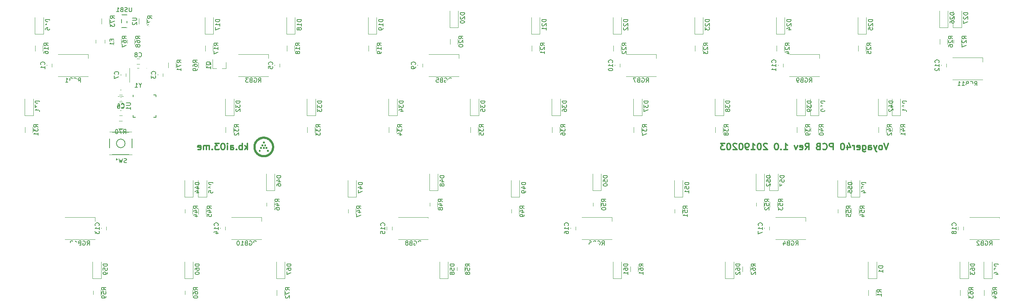
<source format=gbo>
G04 #@! TF.GenerationSoftware,KiCad,Pcbnew,(5.0.0)*
G04 #@! TF.CreationDate,2019-02-03T03:36:39-08:00*
G04 #@! TF.ProjectId,Voyager40,566F796167657234302E6B696361645F,rev?*
G04 #@! TF.SameCoordinates,Original*
G04 #@! TF.FileFunction,Legend,Bot*
G04 #@! TF.FilePolarity,Positive*
%FSLAX46Y46*%
G04 Gerber Fmt 4.6, Leading zero omitted, Abs format (unit mm)*
G04 Created by KiCad (PCBNEW (5.0.0)) date 02/03/19 03:36:39*
%MOMM*%
%LPD*%
G01*
G04 APERTURE LIST*
%ADD10C,0.300000*%
%ADD11C,0.120000*%
%ADD12C,0.150000*%
%ADD13C,0.010000*%
%ADD14R,1.200000X1.150000*%
%ADD15R,1.150000X1.200000*%
%ADD16R,1.600000X1.300000*%
%ADD17R,2.430000X1.540000*%
%ADD18C,2.650000*%
%ADD19C,2.650000*%
%ADD20C,4.387800*%
%ADD21C,2.305000*%
%ADD22R,2.305000X2.305000*%
%ADD23C,2.150000*%
%ADD24C,3.448000*%
%ADD25R,1.200000X1.300000*%
%ADD26R,1.700000X1.100000*%
%ADD27R,1.100000X1.700000*%
%ADD28R,2.200000X1.500000*%
%ADD29R,1.100000X1.400000*%
%ADD30R,1.100000X1.000000*%
%ADD31O,1.400000X2.000000*%
%ADD32O,1.400000X2.500000*%
%ADD33C,1.050000*%
%ADD34R,0.700000X1.850000*%
%ADD35R,1.000000X1.850000*%
%ADD36R,1.800000X1.600000*%
%ADD37C,2.101800*%
%ADD38R,2.125000X2.125000*%
%ADD39R,1.100000X0.650000*%
%ADD40R,0.650000X1.100000*%
%ADD41R,2.000000X1.400000*%
G04 APERTURE END LIST*
D10*
X88300000Y-68941071D02*
X88300000Y-67441071D01*
X88157142Y-68369642D02*
X87728571Y-68941071D01*
X87728571Y-67941071D02*
X88300000Y-68512500D01*
X87085714Y-68941071D02*
X87085714Y-67441071D01*
X87085714Y-68012500D02*
X86942857Y-67941071D01*
X86657142Y-67941071D01*
X86514285Y-68012500D01*
X86442857Y-68083928D01*
X86371428Y-68226785D01*
X86371428Y-68655357D01*
X86442857Y-68798214D01*
X86514285Y-68869642D01*
X86657142Y-68941071D01*
X86942857Y-68941071D01*
X87085714Y-68869642D01*
X85728571Y-68798214D02*
X85657142Y-68869642D01*
X85728571Y-68941071D01*
X85800000Y-68869642D01*
X85728571Y-68798214D01*
X85728571Y-68941071D01*
X84371428Y-68941071D02*
X84371428Y-68155357D01*
X84442857Y-68012500D01*
X84585714Y-67941071D01*
X84871428Y-67941071D01*
X85014285Y-68012500D01*
X84371428Y-68869642D02*
X84514285Y-68941071D01*
X84871428Y-68941071D01*
X85014285Y-68869642D01*
X85085714Y-68726785D01*
X85085714Y-68583928D01*
X85014285Y-68441071D01*
X84871428Y-68369642D01*
X84514285Y-68369642D01*
X84371428Y-68298214D01*
X83657142Y-68941071D02*
X83657142Y-67941071D01*
X83657142Y-67441071D02*
X83728571Y-67512500D01*
X83657142Y-67583928D01*
X83585714Y-67512500D01*
X83657142Y-67441071D01*
X83657142Y-67583928D01*
X82657142Y-67441071D02*
X82514285Y-67441071D01*
X82371428Y-67512500D01*
X82300000Y-67583928D01*
X82228571Y-67726785D01*
X82157142Y-68012500D01*
X82157142Y-68369642D01*
X82228571Y-68655357D01*
X82300000Y-68798214D01*
X82371428Y-68869642D01*
X82514285Y-68941071D01*
X82657142Y-68941071D01*
X82800000Y-68869642D01*
X82871428Y-68798214D01*
X82942857Y-68655357D01*
X83014285Y-68369642D01*
X83014285Y-68012500D01*
X82942857Y-67726785D01*
X82871428Y-67583928D01*
X82800000Y-67512500D01*
X82657142Y-67441071D01*
X81657142Y-67441071D02*
X80728571Y-67441071D01*
X81228571Y-68012500D01*
X81014285Y-68012500D01*
X80871428Y-68083928D01*
X80800000Y-68155357D01*
X80728571Y-68298214D01*
X80728571Y-68655357D01*
X80800000Y-68798214D01*
X80871428Y-68869642D01*
X81014285Y-68941071D01*
X81442857Y-68941071D01*
X81585714Y-68869642D01*
X81657142Y-68798214D01*
X80085714Y-68798214D02*
X80014285Y-68869642D01*
X80085714Y-68941071D01*
X80157142Y-68869642D01*
X80085714Y-68798214D01*
X80085714Y-68941071D01*
X79371428Y-68941071D02*
X79371428Y-67941071D01*
X79371428Y-68083928D02*
X79300000Y-68012500D01*
X79157142Y-67941071D01*
X78942857Y-67941071D01*
X78800000Y-68012500D01*
X78728571Y-68155357D01*
X78728571Y-68941071D01*
X78728571Y-68155357D02*
X78657142Y-68012500D01*
X78514285Y-67941071D01*
X78300000Y-67941071D01*
X78157142Y-68012500D01*
X78085714Y-68155357D01*
X78085714Y-68941071D01*
X76800000Y-68869642D02*
X76942857Y-68941071D01*
X77228571Y-68941071D01*
X77371428Y-68869642D01*
X77442857Y-68726785D01*
X77442857Y-68155357D01*
X77371428Y-68012500D01*
X77228571Y-67941071D01*
X76942857Y-67941071D01*
X76800000Y-68012500D01*
X76728571Y-68155357D01*
X76728571Y-68298214D01*
X77442857Y-68441071D01*
X237924107Y-67441071D02*
X237424107Y-68941071D01*
X236924107Y-67441071D01*
X236209821Y-68941071D02*
X236352678Y-68869642D01*
X236424107Y-68798214D01*
X236495535Y-68655357D01*
X236495535Y-68226785D01*
X236424107Y-68083928D01*
X236352678Y-68012500D01*
X236209821Y-67941071D01*
X235995535Y-67941071D01*
X235852678Y-68012500D01*
X235781250Y-68083928D01*
X235709821Y-68226785D01*
X235709821Y-68655357D01*
X235781250Y-68798214D01*
X235852678Y-68869642D01*
X235995535Y-68941071D01*
X236209821Y-68941071D01*
X235209821Y-67941071D02*
X234852678Y-68941071D01*
X234495535Y-67941071D02*
X234852678Y-68941071D01*
X234995535Y-69298214D01*
X235066964Y-69369642D01*
X235209821Y-69441071D01*
X233281250Y-68941071D02*
X233281250Y-68155357D01*
X233352678Y-68012500D01*
X233495535Y-67941071D01*
X233781250Y-67941071D01*
X233924107Y-68012500D01*
X233281250Y-68869642D02*
X233424107Y-68941071D01*
X233781250Y-68941071D01*
X233924107Y-68869642D01*
X233995535Y-68726785D01*
X233995535Y-68583928D01*
X233924107Y-68441071D01*
X233781250Y-68369642D01*
X233424107Y-68369642D01*
X233281250Y-68298214D01*
X231924107Y-67941071D02*
X231924107Y-69155357D01*
X231995535Y-69298214D01*
X232066964Y-69369642D01*
X232209821Y-69441071D01*
X232424107Y-69441071D01*
X232566964Y-69369642D01*
X231924107Y-68869642D02*
X232066964Y-68941071D01*
X232352678Y-68941071D01*
X232495535Y-68869642D01*
X232566964Y-68798214D01*
X232638392Y-68655357D01*
X232638392Y-68226785D01*
X232566964Y-68083928D01*
X232495535Y-68012500D01*
X232352678Y-67941071D01*
X232066964Y-67941071D01*
X231924107Y-68012500D01*
X230638392Y-68869642D02*
X230781250Y-68941071D01*
X231066964Y-68941071D01*
X231209821Y-68869642D01*
X231281250Y-68726785D01*
X231281250Y-68155357D01*
X231209821Y-68012500D01*
X231066964Y-67941071D01*
X230781250Y-67941071D01*
X230638392Y-68012500D01*
X230566964Y-68155357D01*
X230566964Y-68298214D01*
X231281250Y-68441071D01*
X229924107Y-68941071D02*
X229924107Y-67941071D01*
X229924107Y-68226785D02*
X229852678Y-68083928D01*
X229781250Y-68012500D01*
X229638392Y-67941071D01*
X229495535Y-67941071D01*
X228352678Y-67941071D02*
X228352678Y-68941071D01*
X228709821Y-67369642D02*
X229066964Y-68441071D01*
X228138392Y-68441071D01*
X227281250Y-67441071D02*
X227138392Y-67441071D01*
X226995535Y-67512500D01*
X226924107Y-67583928D01*
X226852678Y-67726785D01*
X226781250Y-68012500D01*
X226781250Y-68369642D01*
X226852678Y-68655357D01*
X226924107Y-68798214D01*
X226995535Y-68869642D01*
X227138392Y-68941071D01*
X227281250Y-68941071D01*
X227424107Y-68869642D01*
X227495535Y-68798214D01*
X227566964Y-68655357D01*
X227638392Y-68369642D01*
X227638392Y-68012500D01*
X227566964Y-67726785D01*
X227495535Y-67583928D01*
X227424107Y-67512500D01*
X227281250Y-67441071D01*
X224995535Y-68941071D02*
X224995535Y-67441071D01*
X224424107Y-67441071D01*
X224281250Y-67512500D01*
X224209821Y-67583928D01*
X224138392Y-67726785D01*
X224138392Y-67941071D01*
X224209821Y-68083928D01*
X224281250Y-68155357D01*
X224424107Y-68226785D01*
X224995535Y-68226785D01*
X222638392Y-68798214D02*
X222709821Y-68869642D01*
X222924107Y-68941071D01*
X223066964Y-68941071D01*
X223281250Y-68869642D01*
X223424107Y-68726785D01*
X223495535Y-68583928D01*
X223566964Y-68298214D01*
X223566964Y-68083928D01*
X223495535Y-67798214D01*
X223424107Y-67655357D01*
X223281250Y-67512500D01*
X223066964Y-67441071D01*
X222924107Y-67441071D01*
X222709821Y-67512500D01*
X222638392Y-67583928D01*
X221495535Y-68155357D02*
X221281250Y-68226785D01*
X221209821Y-68298214D01*
X221138392Y-68441071D01*
X221138392Y-68655357D01*
X221209821Y-68798214D01*
X221281250Y-68869642D01*
X221424107Y-68941071D01*
X221995535Y-68941071D01*
X221995535Y-67441071D01*
X221495535Y-67441071D01*
X221352678Y-67512500D01*
X221281250Y-67583928D01*
X221209821Y-67726785D01*
X221209821Y-67869642D01*
X221281250Y-68012500D01*
X221352678Y-68083928D01*
X221495535Y-68155357D01*
X221995535Y-68155357D01*
X218495535Y-68941071D02*
X218995535Y-68226785D01*
X219352678Y-68941071D02*
X219352678Y-67441071D01*
X218781250Y-67441071D01*
X218638392Y-67512500D01*
X218566964Y-67583928D01*
X218495535Y-67726785D01*
X218495535Y-67941071D01*
X218566964Y-68083928D01*
X218638392Y-68155357D01*
X218781250Y-68226785D01*
X219352678Y-68226785D01*
X217281250Y-68869642D02*
X217424107Y-68941071D01*
X217709821Y-68941071D01*
X217852678Y-68869642D01*
X217924107Y-68726785D01*
X217924107Y-68155357D01*
X217852678Y-68012500D01*
X217709821Y-67941071D01*
X217424107Y-67941071D01*
X217281250Y-68012500D01*
X217209821Y-68155357D01*
X217209821Y-68298214D01*
X217924107Y-68441071D01*
X216709821Y-67941071D02*
X216352678Y-68941071D01*
X215995535Y-67941071D01*
X213495535Y-68941071D02*
X214352678Y-68941071D01*
X213924107Y-68941071D02*
X213924107Y-67441071D01*
X214066964Y-67655357D01*
X214209821Y-67798214D01*
X214352678Y-67869642D01*
X212852678Y-68798214D02*
X212781250Y-68869642D01*
X212852678Y-68941071D01*
X212924107Y-68869642D01*
X212852678Y-68798214D01*
X212852678Y-68941071D01*
X211852678Y-67441071D02*
X211709821Y-67441071D01*
X211566964Y-67512500D01*
X211495535Y-67583928D01*
X211424107Y-67726785D01*
X211352678Y-68012500D01*
X211352678Y-68369642D01*
X211424107Y-68655357D01*
X211495535Y-68798214D01*
X211566964Y-68869642D01*
X211709821Y-68941071D01*
X211852678Y-68941071D01*
X211995535Y-68869642D01*
X212066964Y-68798214D01*
X212138392Y-68655357D01*
X212209821Y-68369642D01*
X212209821Y-68012500D01*
X212138392Y-67726785D01*
X212066964Y-67583928D01*
X211995535Y-67512500D01*
X211852678Y-67441071D01*
X209638392Y-67583928D02*
X209566964Y-67512500D01*
X209424107Y-67441071D01*
X209066964Y-67441071D01*
X208924107Y-67512500D01*
X208852678Y-67583928D01*
X208781250Y-67726785D01*
X208781250Y-67869642D01*
X208852678Y-68083928D01*
X209709821Y-68941071D01*
X208781250Y-68941071D01*
X207852678Y-67441071D02*
X207709821Y-67441071D01*
X207566964Y-67512500D01*
X207495535Y-67583928D01*
X207424107Y-67726785D01*
X207352678Y-68012500D01*
X207352678Y-68369642D01*
X207424107Y-68655357D01*
X207495535Y-68798214D01*
X207566964Y-68869642D01*
X207709821Y-68941071D01*
X207852678Y-68941071D01*
X207995535Y-68869642D01*
X208066964Y-68798214D01*
X208138392Y-68655357D01*
X208209821Y-68369642D01*
X208209821Y-68012500D01*
X208138392Y-67726785D01*
X208066964Y-67583928D01*
X207995535Y-67512500D01*
X207852678Y-67441071D01*
X205924107Y-68941071D02*
X206781250Y-68941071D01*
X206352678Y-68941071D02*
X206352678Y-67441071D01*
X206495535Y-67655357D01*
X206638392Y-67798214D01*
X206781250Y-67869642D01*
X205209821Y-68941071D02*
X204924107Y-68941071D01*
X204781250Y-68869642D01*
X204709821Y-68798214D01*
X204566964Y-68583928D01*
X204495535Y-68298214D01*
X204495535Y-67726785D01*
X204566964Y-67583928D01*
X204638392Y-67512500D01*
X204781250Y-67441071D01*
X205066964Y-67441071D01*
X205209821Y-67512500D01*
X205281250Y-67583928D01*
X205352678Y-67726785D01*
X205352678Y-68083928D01*
X205281250Y-68226785D01*
X205209821Y-68298214D01*
X205066964Y-68369642D01*
X204781250Y-68369642D01*
X204638392Y-68298214D01*
X204566964Y-68226785D01*
X204495535Y-68083928D01*
X203566964Y-67441071D02*
X203424107Y-67441071D01*
X203281250Y-67512500D01*
X203209821Y-67583928D01*
X203138392Y-67726785D01*
X203066964Y-68012500D01*
X203066964Y-68369642D01*
X203138392Y-68655357D01*
X203209821Y-68798214D01*
X203281250Y-68869642D01*
X203424107Y-68941071D01*
X203566964Y-68941071D01*
X203709821Y-68869642D01*
X203781250Y-68798214D01*
X203852678Y-68655357D01*
X203924107Y-68369642D01*
X203924107Y-68012500D01*
X203852678Y-67726785D01*
X203781250Y-67583928D01*
X203709821Y-67512500D01*
X203566964Y-67441071D01*
X202495535Y-67583928D02*
X202424107Y-67512500D01*
X202281250Y-67441071D01*
X201924107Y-67441071D01*
X201781250Y-67512500D01*
X201709821Y-67583928D01*
X201638392Y-67726785D01*
X201638392Y-67869642D01*
X201709821Y-68083928D01*
X202566964Y-68941071D01*
X201638392Y-68941071D01*
X200709821Y-67441071D02*
X200566964Y-67441071D01*
X200424107Y-67512500D01*
X200352678Y-67583928D01*
X200281250Y-67726785D01*
X200209821Y-68012500D01*
X200209821Y-68369642D01*
X200281250Y-68655357D01*
X200352678Y-68798214D01*
X200424107Y-68869642D01*
X200566964Y-68941071D01*
X200709821Y-68941071D01*
X200852678Y-68869642D01*
X200924107Y-68798214D01*
X200995535Y-68655357D01*
X201066964Y-68369642D01*
X201066964Y-68012500D01*
X200995535Y-67726785D01*
X200924107Y-67583928D01*
X200852678Y-67512500D01*
X200709821Y-67441071D01*
X199709821Y-67441071D02*
X198781250Y-67441071D01*
X199281250Y-68012500D01*
X199066964Y-68012500D01*
X198924107Y-68083928D01*
X198852678Y-68155357D01*
X198781250Y-68298214D01*
X198781250Y-68655357D01*
X198852678Y-68798214D01*
X198924107Y-68869642D01*
X199066964Y-68941071D01*
X199495535Y-68941071D01*
X199638392Y-68869642D01*
X199709821Y-68798214D01*
D11*
G04 #@! TO.C,C2*
X59087500Y-54962500D02*
X58387500Y-54962500D01*
X58387500Y-56162500D02*
X59087500Y-56162500D01*
G04 #@! TO.C,C3*
X67345000Y-51085000D02*
X67345000Y-51785000D01*
X68545000Y-51785000D02*
X68545000Y-51085000D01*
G04 #@! TO.C,C4*
X59087500Y-56550000D02*
X58387500Y-56550000D01*
X58387500Y-57750000D02*
X59087500Y-57750000D01*
G04 #@! TO.C,C6*
X59087500Y-59725000D02*
X58387500Y-59725000D01*
X58387500Y-60925000D02*
X59087500Y-60925000D01*
G04 #@! TO.C,C7*
X59909000Y-51816750D02*
X59909000Y-51116750D01*
X58709000Y-51116750D02*
X58709000Y-51816750D01*
G04 #@! TO.C,C8*
X63151500Y-47691750D02*
X62451500Y-47691750D01*
X62451500Y-48891750D02*
X63151500Y-48891750D01*
G04 #@! TO.C,D1*
X235156250Y-99087500D02*
X235156250Y-95187500D01*
X233156250Y-99087500D02*
X233156250Y-95187500D01*
X235156250Y-99087500D02*
X233156250Y-99087500D01*
G04 #@! TO.C,D16*
X40687500Y-41937500D02*
X40687500Y-38037500D01*
X38687500Y-41937500D02*
X38687500Y-38037500D01*
X40687500Y-41937500D02*
X38687500Y-41937500D01*
G04 #@! TO.C,D17*
X80375000Y-41937500D02*
X78375000Y-41937500D01*
X78375000Y-41937500D02*
X78375000Y-38037500D01*
X80375000Y-41937500D02*
X80375000Y-38037500D01*
G04 #@! TO.C,D18*
X99425000Y-41937500D02*
X99425000Y-38037500D01*
X97425000Y-41937500D02*
X97425000Y-38037500D01*
X99425000Y-41937500D02*
X97425000Y-41937500D01*
G04 #@! TO.C,D19*
X118475000Y-41937500D02*
X118475000Y-38037500D01*
X116475000Y-41937500D02*
X116475000Y-38037500D01*
X118475000Y-41937500D02*
X116475000Y-41937500D01*
G04 #@! TO.C,D20*
X137525000Y-40350000D02*
X137525000Y-36450000D01*
X135525000Y-40350000D02*
X135525000Y-36450000D01*
X137525000Y-40350000D02*
X135525000Y-40350000D01*
G04 #@! TO.C,D21*
X156575000Y-41937500D02*
X154575000Y-41937500D01*
X154575000Y-41937500D02*
X154575000Y-38037500D01*
X156575000Y-41937500D02*
X156575000Y-38037500D01*
G04 #@! TO.C,D22*
X175625000Y-41937500D02*
X175625000Y-38037500D01*
X173625000Y-41937500D02*
X173625000Y-38037500D01*
X175625000Y-41937500D02*
X173625000Y-41937500D01*
G04 #@! TO.C,D23*
X194675000Y-41937500D02*
X194675000Y-38037500D01*
X192675000Y-41937500D02*
X192675000Y-38037500D01*
X194675000Y-41937500D02*
X192675000Y-41937500D01*
G04 #@! TO.C,D24*
X213725000Y-41937500D02*
X211725000Y-41937500D01*
X211725000Y-41937500D02*
X211725000Y-38037500D01*
X213725000Y-41937500D02*
X213725000Y-38037500D01*
G04 #@! TO.C,D25*
X232775000Y-41937500D02*
X230775000Y-41937500D01*
X230775000Y-41937500D02*
X230775000Y-38037500D01*
X232775000Y-41937500D02*
X232775000Y-38037500D01*
G04 #@! TO.C,D26*
X251825000Y-40350000D02*
X249825000Y-40350000D01*
X249825000Y-40350000D02*
X249825000Y-36450000D01*
X251825000Y-40350000D02*
X251825000Y-36450000D01*
G04 #@! TO.C,D27*
X255000000Y-40350000D02*
X255000000Y-36450000D01*
X253000000Y-40350000D02*
X253000000Y-36450000D01*
X255000000Y-40350000D02*
X253000000Y-40350000D01*
G04 #@! TO.C,D31*
X38306250Y-60987500D02*
X36306250Y-60987500D01*
X36306250Y-60987500D02*
X36306250Y-57087500D01*
X38306250Y-60987500D02*
X38306250Y-57087500D01*
G04 #@! TO.C,D32*
X85137500Y-60987500D02*
X83137500Y-60987500D01*
X83137500Y-60987500D02*
X83137500Y-57087500D01*
X85137500Y-60987500D02*
X85137500Y-57087500D01*
G04 #@! TO.C,D33*
X104187500Y-60987500D02*
X104187500Y-57087500D01*
X102187500Y-60987500D02*
X102187500Y-57087500D01*
X104187500Y-60987500D02*
X102187500Y-60987500D01*
G04 #@! TO.C,D34*
X123237500Y-60987500D02*
X123237500Y-57087500D01*
X121237500Y-60987500D02*
X121237500Y-57087500D01*
X123237500Y-60987500D02*
X121237500Y-60987500D01*
G04 #@! TO.C,D35*
X142287500Y-60987500D02*
X140287500Y-60987500D01*
X140287500Y-60987500D02*
X140287500Y-57087500D01*
X142287500Y-60987500D02*
X142287500Y-57087500D01*
G04 #@! TO.C,D36*
X161337500Y-60987500D02*
X159337500Y-60987500D01*
X159337500Y-60987500D02*
X159337500Y-57087500D01*
X161337500Y-60987500D02*
X161337500Y-57087500D01*
G04 #@! TO.C,D37*
X180387500Y-60987500D02*
X178387500Y-60987500D01*
X178387500Y-60987500D02*
X178387500Y-57087500D01*
X180387500Y-60987500D02*
X180387500Y-57087500D01*
G04 #@! TO.C,D38*
X199437500Y-60987500D02*
X199437500Y-57087500D01*
X197437500Y-60987500D02*
X197437500Y-57087500D01*
X199437500Y-60987500D02*
X197437500Y-60987500D01*
G04 #@! TO.C,D39*
X218487500Y-60987500D02*
X216487500Y-60987500D01*
X216487500Y-60987500D02*
X216487500Y-57087500D01*
X218487500Y-60987500D02*
X218487500Y-57087500D01*
G04 #@! TO.C,D40*
X221662500Y-60987500D02*
X219662500Y-60987500D01*
X219662500Y-60987500D02*
X219662500Y-57087500D01*
X221662500Y-60987500D02*
X221662500Y-57087500D01*
G04 #@! TO.C,D41*
X240712500Y-60987500D02*
X238712500Y-60987500D01*
X238712500Y-60987500D02*
X238712500Y-57087500D01*
X240712500Y-60987500D02*
X240712500Y-57087500D01*
G04 #@! TO.C,D42*
X237537500Y-60987500D02*
X235537500Y-60987500D01*
X235537500Y-60987500D02*
X235537500Y-57087500D01*
X237537500Y-60987500D02*
X237537500Y-57087500D01*
G04 #@! TO.C,D44*
X75612500Y-80037500D02*
X75612500Y-76137500D01*
X73612500Y-80037500D02*
X73612500Y-76137500D01*
X75612500Y-80037500D02*
X73612500Y-80037500D01*
G04 #@! TO.C,D45*
X78787500Y-80037500D02*
X78787500Y-76137500D01*
X76787500Y-80037500D02*
X76787500Y-76137500D01*
X78787500Y-80037500D02*
X76787500Y-80037500D01*
G04 #@! TO.C,D46*
X94662500Y-78450000D02*
X92662500Y-78450000D01*
X92662500Y-78450000D02*
X92662500Y-74550000D01*
X94662500Y-78450000D02*
X94662500Y-74550000D01*
G04 #@! TO.C,D47*
X113712500Y-80037500D02*
X113712500Y-76137500D01*
X111712500Y-80037500D02*
X111712500Y-76137500D01*
X113712500Y-80037500D02*
X111712500Y-80037500D01*
G04 #@! TO.C,D48*
X132762500Y-78450000D02*
X130762500Y-78450000D01*
X130762500Y-78450000D02*
X130762500Y-74550000D01*
X132762500Y-78450000D02*
X132762500Y-74550000D01*
G04 #@! TO.C,D49*
X151812500Y-80037500D02*
X151812500Y-76137500D01*
X149812500Y-80037500D02*
X149812500Y-76137500D01*
X151812500Y-80037500D02*
X149812500Y-80037500D01*
G04 #@! TO.C,D50*
X170862500Y-78450000D02*
X168862500Y-78450000D01*
X168862500Y-78450000D02*
X168862500Y-74550000D01*
X170862500Y-78450000D02*
X170862500Y-74550000D01*
G04 #@! TO.C,D51*
X189912500Y-80037500D02*
X189912500Y-76137500D01*
X187912500Y-80037500D02*
X187912500Y-76137500D01*
X189912500Y-80037500D02*
X187912500Y-80037500D01*
G04 #@! TO.C,D52*
X208962500Y-78450000D02*
X208962500Y-74550000D01*
X206962500Y-78450000D02*
X206962500Y-74550000D01*
X208962500Y-78450000D02*
X206962500Y-78450000D01*
G04 #@! TO.C,D53*
X212137500Y-78450000D02*
X212137500Y-74550000D01*
X210137500Y-78450000D02*
X210137500Y-74550000D01*
X212137500Y-78450000D02*
X210137500Y-78450000D01*
G04 #@! TO.C,D54*
X231187500Y-80037500D02*
X231187500Y-76137500D01*
X229187500Y-80037500D02*
X229187500Y-76137500D01*
X231187500Y-80037500D02*
X229187500Y-80037500D01*
G04 #@! TO.C,D55*
X228012500Y-80037500D02*
X228012500Y-76137500D01*
X226012500Y-80037500D02*
X226012500Y-76137500D01*
X228012500Y-80037500D02*
X226012500Y-80037500D01*
G04 #@! TO.C,D58*
X135143750Y-99087500D02*
X133143750Y-99087500D01*
X133143750Y-99087500D02*
X133143750Y-95187500D01*
X135143750Y-99087500D02*
X135143750Y-95187500D01*
G04 #@! TO.C,D59*
X54181250Y-99087500D02*
X52181250Y-99087500D01*
X52181250Y-99087500D02*
X52181250Y-95187500D01*
X54181250Y-99087500D02*
X54181250Y-95187500D01*
G04 #@! TO.C,D60*
X75612500Y-99087500D02*
X75612500Y-95187500D01*
X73612500Y-99087500D02*
X73612500Y-95187500D01*
X75612500Y-99087500D02*
X73612500Y-99087500D01*
G04 #@! TO.C,D61*
X175625000Y-99087500D02*
X175625000Y-95187500D01*
X173625000Y-99087500D02*
X173625000Y-95187500D01*
X175625000Y-99087500D02*
X173625000Y-99087500D01*
G04 #@! TO.C,D62*
X201818750Y-99087500D02*
X199818750Y-99087500D01*
X199818750Y-99087500D02*
X199818750Y-95187500D01*
X201818750Y-99087500D02*
X201818750Y-95187500D01*
G04 #@! TO.C,D63*
X256587500Y-99087500D02*
X256587500Y-95187500D01*
X254587500Y-99087500D02*
X254587500Y-95187500D01*
X256587500Y-99087500D02*
X254587500Y-99087500D01*
G04 #@! TO.C,D64*
X262143750Y-99087500D02*
X260143750Y-99087500D01*
X260143750Y-99087500D02*
X260143750Y-95187500D01*
X262143750Y-99087500D02*
X262143750Y-95187500D01*
G04 #@! TO.C,D67*
X97043750Y-99087500D02*
X95043750Y-99087500D01*
X95043750Y-99087500D02*
X95043750Y-95187500D01*
X97043750Y-99087500D02*
X97043750Y-95187500D01*
G04 #@! TO.C,F1*
X55045000Y-44656250D02*
X55045000Y-42656250D01*
X52905000Y-42656250D02*
X52905000Y-44656250D01*
G04 #@! TO.C,Q1*
X83336250Y-49972500D02*
X83336250Y-48512500D01*
X80176250Y-49972500D02*
X80176250Y-47812500D01*
X80176250Y-49972500D02*
X81106250Y-49972500D01*
X83336250Y-49972500D02*
X82406250Y-49972500D01*
G04 #@! TO.C,R1*
X233276250Y-101793750D02*
X233276250Y-102993750D01*
X235036250Y-102993750D02*
X235036250Y-101793750D01*
G04 #@! TO.C,R16*
X40567500Y-45843750D02*
X40567500Y-44643750D01*
X38807500Y-44643750D02*
X38807500Y-45843750D01*
G04 #@! TO.C,R17*
X80255000Y-45843750D02*
X80255000Y-44643750D01*
X78495000Y-44643750D02*
X78495000Y-45843750D01*
G04 #@! TO.C,R18*
X97545000Y-44643750D02*
X97545000Y-45843750D01*
X99305000Y-45843750D02*
X99305000Y-44643750D01*
G04 #@! TO.C,R19*
X118355000Y-45843750D02*
X118355000Y-44643750D01*
X116595000Y-44643750D02*
X116595000Y-45843750D01*
G04 #@! TO.C,R20*
X135645000Y-43056250D02*
X135645000Y-44256250D01*
X137405000Y-44256250D02*
X137405000Y-43056250D01*
G04 #@! TO.C,R21*
X154695000Y-44643750D02*
X154695000Y-45843750D01*
X156455000Y-45843750D02*
X156455000Y-44643750D01*
G04 #@! TO.C,R22*
X175505000Y-45843750D02*
X175505000Y-44643750D01*
X173745000Y-44643750D02*
X173745000Y-45843750D01*
G04 #@! TO.C,R23*
X192795000Y-44643750D02*
X192795000Y-45843750D01*
X194555000Y-45843750D02*
X194555000Y-44643750D01*
G04 #@! TO.C,R24*
X211845000Y-44643750D02*
X211845000Y-45843750D01*
X213605000Y-45843750D02*
X213605000Y-44643750D01*
G04 #@! TO.C,R25*
X232655000Y-45843750D02*
X232655000Y-44643750D01*
X230895000Y-44643750D02*
X230895000Y-45843750D01*
G04 #@! TO.C,R26*
X251705000Y-44256250D02*
X251705000Y-43056250D01*
X249945000Y-43056250D02*
X249945000Y-44256250D01*
G04 #@! TO.C,R27*
X253120000Y-43056250D02*
X253120000Y-44256250D01*
X254880000Y-44256250D02*
X254880000Y-43056250D01*
G04 #@! TO.C,R31*
X36426250Y-63693750D02*
X36426250Y-64893750D01*
X38186250Y-64893750D02*
X38186250Y-63693750D01*
G04 #@! TO.C,R32*
X85017500Y-64893750D02*
X85017500Y-63693750D01*
X83257500Y-63693750D02*
X83257500Y-64893750D01*
G04 #@! TO.C,R33*
X104067500Y-64893750D02*
X104067500Y-63693750D01*
X102307500Y-63693750D02*
X102307500Y-64893750D01*
G04 #@! TO.C,R34*
X121357500Y-63693750D02*
X121357500Y-64893750D01*
X123117500Y-64893750D02*
X123117500Y-63693750D01*
G04 #@! TO.C,R35*
X140407500Y-63693750D02*
X140407500Y-64893750D01*
X142167500Y-64893750D02*
X142167500Y-63693750D01*
G04 #@! TO.C,R36*
X161217500Y-64893750D02*
X161217500Y-63693750D01*
X159457500Y-63693750D02*
X159457500Y-64893750D01*
G04 #@! TO.C,R37*
X178507500Y-63693750D02*
X178507500Y-64893750D01*
X180267500Y-64893750D02*
X180267500Y-63693750D01*
G04 #@! TO.C,R38*
X199317500Y-64893750D02*
X199317500Y-63693750D01*
X197557500Y-63693750D02*
X197557500Y-64893750D01*
G04 #@! TO.C,R39*
X216607500Y-63693750D02*
X216607500Y-64893750D01*
X218367500Y-64893750D02*
X218367500Y-63693750D01*
G04 #@! TO.C,R40*
X221542500Y-64893750D02*
X221542500Y-63693750D01*
X219782500Y-63693750D02*
X219782500Y-64893750D01*
G04 #@! TO.C,R41*
X238832500Y-63693750D02*
X238832500Y-64893750D01*
X240592500Y-64893750D02*
X240592500Y-63693750D01*
G04 #@! TO.C,R42*
X235657500Y-63693750D02*
X235657500Y-64893750D01*
X237417500Y-64893750D02*
X237417500Y-63693750D01*
G04 #@! TO.C,R44*
X75492500Y-83943750D02*
X75492500Y-82743750D01*
X73732500Y-82743750D02*
X73732500Y-83943750D01*
G04 #@! TO.C,R45*
X78667500Y-83943750D02*
X78667500Y-82743750D01*
X76907500Y-82743750D02*
X76907500Y-83943750D01*
G04 #@! TO.C,R46*
X92782500Y-81156250D02*
X92782500Y-82356250D01*
X94542500Y-82356250D02*
X94542500Y-81156250D01*
G04 #@! TO.C,R47*
X111832500Y-82743750D02*
X111832500Y-83943750D01*
X113592500Y-83943750D02*
X113592500Y-82743750D01*
G04 #@! TO.C,R48*
X132642500Y-82356250D02*
X132642500Y-81156250D01*
X130882500Y-81156250D02*
X130882500Y-82356250D01*
G04 #@! TO.C,R49*
X151692500Y-83943750D02*
X151692500Y-82743750D01*
X149932500Y-82743750D02*
X149932500Y-83943750D01*
G04 #@! TO.C,R50*
X168982500Y-81156250D02*
X168982500Y-82356250D01*
X170742500Y-82356250D02*
X170742500Y-81156250D01*
G04 #@! TO.C,R51*
X188032500Y-82743750D02*
X188032500Y-83943750D01*
X189792500Y-83943750D02*
X189792500Y-82743750D01*
G04 #@! TO.C,R52*
X208842500Y-82356250D02*
X208842500Y-81156250D01*
X207082500Y-81156250D02*
X207082500Y-82356250D01*
G04 #@! TO.C,R53*
X212017500Y-82356250D02*
X212017500Y-81156250D01*
X210257500Y-81156250D02*
X210257500Y-82356250D01*
G04 #@! TO.C,R54*
X231067500Y-83943750D02*
X231067500Y-82743750D01*
X229307500Y-82743750D02*
X229307500Y-83943750D01*
G04 #@! TO.C,R55*
X227892500Y-83943750D02*
X227892500Y-82743750D01*
X226132500Y-82743750D02*
X226132500Y-83943750D01*
G04 #@! TO.C,R58*
X137232500Y-96237500D02*
X137232500Y-97437500D01*
X138992500Y-97437500D02*
X138992500Y-96237500D01*
G04 #@! TO.C,R59*
X54061250Y-102993750D02*
X54061250Y-101793750D01*
X52301250Y-101793750D02*
X52301250Y-102993750D01*
G04 #@! TO.C,R60*
X73732500Y-101793750D02*
X73732500Y-102993750D01*
X75492500Y-102993750D02*
X75492500Y-101793750D01*
G04 #@! TO.C,R61*
X177713750Y-96237500D02*
X177713750Y-97437500D01*
X179473750Y-97437500D02*
X179473750Y-96237500D01*
G04 #@! TO.C,R62*
X205667500Y-97437500D02*
X205667500Y-96237500D01*
X203907500Y-96237500D02*
X203907500Y-97437500D01*
G04 #@! TO.C,R63*
X254707500Y-101793750D02*
X254707500Y-102993750D01*
X256467500Y-102993750D02*
X256467500Y-101793750D01*
G04 #@! TO.C,R64*
X262023750Y-102993750D02*
X262023750Y-101793750D01*
X260263750Y-101793750D02*
X260263750Y-102993750D01*
G04 #@! TO.C,R67*
X57063750Y-43056250D02*
X57063750Y-44256250D01*
X58823750Y-44256250D02*
X58823750Y-43056250D01*
G04 #@! TO.C,R68*
X61998750Y-44256250D02*
X61998750Y-43056250D01*
X60238750Y-43056250D02*
X60238750Y-44256250D01*
G04 #@! TO.C,R69*
X78667500Y-49812500D02*
X78667500Y-48612500D01*
X76907500Y-48612500D02*
X76907500Y-49812500D01*
G04 #@! TO.C,R70*
X58137500Y-63983125D02*
X59337500Y-63983125D01*
X59337500Y-62223125D02*
X58137500Y-62223125D01*
G04 #@! TO.C,R71*
X69859000Y-48612500D02*
X69859000Y-49812500D01*
X71619000Y-49812500D02*
X71619000Y-48612500D01*
G04 #@! TO.C,R72*
X96923750Y-102993750D02*
X96923750Y-101793750D01*
X95163750Y-101793750D02*
X95163750Y-102993750D01*
G04 #@! TO.C,R73*
X56045625Y-39493750D02*
X56045625Y-38293750D01*
X54285625Y-38293750D02*
X54285625Y-39493750D01*
G04 #@! TO.C,R74*
X63016875Y-38293750D02*
X63016875Y-39493750D01*
X64776875Y-39493750D02*
X64776875Y-38293750D01*
D12*
G04 #@! TO.C,SW1*
X59737500Y-67468750D02*
G75*
G03X59737500Y-67468750I-1000000J0D01*
G01*
X61337500Y-70068750D02*
X61337500Y-64868750D01*
X56137500Y-70068750D02*
X61337500Y-70068750D01*
X56137500Y-64868750D02*
X56137500Y-70068750D01*
X61337500Y-64868750D02*
X56137500Y-64868750D01*
G04 #@! TO.C,U2*
X58881250Y-37443750D02*
X58881250Y-40343750D01*
X58881250Y-37443750D02*
X60181250Y-37443750D01*
X60181250Y-37443750D02*
X60181250Y-40343750D01*
X60181250Y-40343750D02*
X58881250Y-40343750D01*
D11*
G04 #@! TO.C,Y1*
X60801500Y-49816750D02*
X64801500Y-49816750D01*
X60801500Y-53116750D02*
X60801500Y-49816750D01*
D12*
G04 #@! TO.C,U1*
X61668750Y-61362500D02*
X61668750Y-60837500D01*
X66918750Y-61362500D02*
X66918750Y-60837500D01*
X66918750Y-56112500D02*
X66918750Y-56637500D01*
X61668750Y-56112500D02*
X61668750Y-56637500D01*
X66918750Y-61362500D02*
X66393750Y-61362500D01*
X66918750Y-56112500D02*
X66393750Y-56112500D01*
X61668750Y-61362500D02*
X62193750Y-61362500D01*
D11*
G04 #@! TO.C,C1*
X42668750Y-49562500D02*
X42668750Y-48862500D01*
X41468750Y-48862500D02*
X41468750Y-49562500D01*
G04 #@! TO.C,C5*
X94650000Y-48862500D02*
X94650000Y-49562500D01*
X95850000Y-49562500D02*
X95850000Y-48862500D01*
G04 #@! TO.C,C9*
X129187500Y-49562500D02*
X129187500Y-48862500D01*
X127987500Y-48862500D02*
X127987500Y-49562500D01*
G04 #@! TO.C,C10*
X174025000Y-48862500D02*
X174025000Y-49562500D01*
X175225000Y-49562500D02*
X175225000Y-48862500D01*
G04 #@! TO.C,C11*
X213325000Y-49562500D02*
X213325000Y-48862500D01*
X212125000Y-48862500D02*
X212125000Y-49562500D01*
G04 #@! TO.C,C12*
X250225000Y-48862500D02*
X250225000Y-49562500D01*
X251425000Y-49562500D02*
X251425000Y-48862500D01*
G04 #@! TO.C,C13*
X54168750Y-86962500D02*
X54168750Y-87662500D01*
X55368750Y-87662500D02*
X55368750Y-86962500D01*
G04 #@! TO.C,C14*
X83150000Y-87662500D02*
X83150000Y-86962500D01*
X81950000Y-86962500D02*
X81950000Y-87662500D01*
G04 #@! TO.C,C15*
X120843750Y-86962500D02*
X120843750Y-87662500D01*
X122043750Y-87662500D02*
X122043750Y-86962500D01*
G04 #@! TO.C,C16*
X164906250Y-87662500D02*
X164906250Y-86962500D01*
X163706250Y-86962500D02*
X163706250Y-87662500D01*
G04 #@! TO.C,C17*
X208950000Y-86962500D02*
X208950000Y-87662500D01*
X210150000Y-87662500D02*
X210150000Y-86962500D01*
G04 #@! TO.C,C18*
X255393750Y-87662500D02*
X255393750Y-86962500D01*
X254193750Y-86962500D02*
X254193750Y-87662500D01*
G04 #@! TO.C,RGB1*
X51125000Y-46612500D02*
X51125000Y-47612500D01*
X44125000Y-46612500D02*
X51125000Y-46612500D01*
X44125000Y-51812500D02*
X51125000Y-51812500D01*
G04 #@! TO.C,RGB2*
X263850000Y-84712500D02*
X263850000Y-85712500D01*
X256850000Y-84712500D02*
X263850000Y-84712500D01*
X256850000Y-89912500D02*
X263850000Y-89912500D01*
G04 #@! TO.C,RGB3*
X93193750Y-46612500D02*
X93193750Y-47612500D01*
X86193750Y-46612500D02*
X93193750Y-46612500D01*
X86193750Y-51812500D02*
X93193750Y-51812500D01*
G04 #@! TO.C,RGB4*
X211606250Y-89912500D02*
X218606250Y-89912500D01*
X211606250Y-84712500D02*
X218606250Y-84712500D01*
X218606250Y-84712500D02*
X218606250Y-85712500D01*
G04 #@! TO.C,RGB5*
X137643750Y-46612500D02*
X137643750Y-47612500D01*
X130643750Y-46612500D02*
X137643750Y-46612500D01*
X130643750Y-51812500D02*
X137643750Y-51812500D01*
G04 #@! TO.C,RGB6*
X166362500Y-89912500D02*
X173362500Y-89912500D01*
X166362500Y-84712500D02*
X173362500Y-84712500D01*
X173362500Y-84712500D02*
X173362500Y-85712500D01*
G04 #@! TO.C,RGB7*
X176681250Y-51812500D02*
X183681250Y-51812500D01*
X176681250Y-46612500D02*
X183681250Y-46612500D01*
X183681250Y-46612500D02*
X183681250Y-47612500D01*
G04 #@! TO.C,RGB8*
X123500000Y-89912500D02*
X130500000Y-89912500D01*
X123500000Y-84712500D02*
X130500000Y-84712500D01*
X130500000Y-84712500D02*
X130500000Y-85712500D01*
G04 #@! TO.C,RGB9*
X221781250Y-46612500D02*
X221781250Y-47612500D01*
X214781250Y-46612500D02*
X221781250Y-46612500D01*
X214781250Y-51812500D02*
X221781250Y-51812500D01*
G04 #@! TO.C,RGB10*
X91606250Y-84712500D02*
X91606250Y-85712500D01*
X84606250Y-84712500D02*
X91606250Y-84712500D01*
X84606250Y-89912500D02*
X91606250Y-89912500D01*
G04 #@! TO.C,RGB11*
X252881250Y-52606250D02*
X259881250Y-52606250D01*
X252881250Y-47406250D02*
X259881250Y-47406250D01*
X259881250Y-47406250D02*
X259881250Y-48406250D01*
G04 #@! TO.C,RGB12*
X45712500Y-89912500D02*
X52712500Y-89912500D01*
X45712500Y-84712500D02*
X52712500Y-84712500D01*
X52712500Y-84712500D02*
X52712500Y-85712500D01*
D13*
G04 #@! TO.C,G\002A\002A\002A*
G36*
X91922600Y-67398900D02*
X92246450Y-67398900D01*
X92246450Y-67075050D01*
X91922600Y-67075050D01*
X91922600Y-67398900D01*
X91922600Y-67398900D01*
G37*
X91922600Y-67398900D02*
X92246450Y-67398900D01*
X92246450Y-67075050D01*
X91922600Y-67075050D01*
X91922600Y-67398900D01*
G36*
X91598750Y-68027550D02*
X91922600Y-68027550D01*
X91922600Y-67722750D01*
X91598750Y-67722750D01*
X91598750Y-68027550D01*
X91598750Y-68027550D01*
G37*
X91598750Y-68027550D02*
X91922600Y-68027550D01*
X91922600Y-67722750D01*
X91598750Y-67722750D01*
X91598750Y-68027550D01*
G36*
X92246450Y-68027550D02*
X92551250Y-68027550D01*
X92551250Y-67722750D01*
X92246450Y-67722750D01*
X92246450Y-68027550D01*
X92246450Y-68027550D01*
G37*
X92246450Y-68027550D02*
X92551250Y-68027550D01*
X92551250Y-67722750D01*
X92246450Y-67722750D01*
X92246450Y-68027550D01*
G36*
X91293950Y-68675250D02*
X91598750Y-68675250D01*
X91598750Y-68351400D01*
X91293950Y-68351400D01*
X91293950Y-68675250D01*
X91293950Y-68675250D01*
G37*
X91293950Y-68675250D02*
X91598750Y-68675250D01*
X91598750Y-68351400D01*
X91293950Y-68351400D01*
X91293950Y-68675250D01*
G36*
X91922600Y-68675250D02*
X92246450Y-68675250D01*
X92246450Y-68351400D01*
X91922600Y-68351400D01*
X91922600Y-68675250D01*
X91922600Y-68675250D01*
G37*
X91922600Y-68675250D02*
X92246450Y-68675250D01*
X92246450Y-68351400D01*
X91922600Y-68351400D01*
X91922600Y-68675250D01*
G36*
X92551250Y-68675250D02*
X92875100Y-68675250D01*
X92875100Y-68351400D01*
X92551250Y-68351400D01*
X92551250Y-68675250D01*
X92551250Y-68675250D01*
G37*
X92551250Y-68675250D02*
X92875100Y-68675250D01*
X92875100Y-68351400D01*
X92551250Y-68351400D01*
X92551250Y-68675250D01*
G36*
X90970100Y-69303900D02*
X91293950Y-69303900D01*
X91293950Y-68980050D01*
X90970100Y-68980050D01*
X90970100Y-69303900D01*
X90970100Y-69303900D01*
G37*
X90970100Y-69303900D02*
X91293950Y-69303900D01*
X91293950Y-68980050D01*
X90970100Y-68980050D01*
X90970100Y-69303900D01*
G36*
X92875100Y-69303900D02*
X93198950Y-69303900D01*
X93198950Y-68980050D01*
X92875100Y-68980050D01*
X92875100Y-69303900D01*
X92875100Y-69303900D01*
G37*
X92875100Y-69303900D02*
X93198950Y-69303900D01*
X93198950Y-68980050D01*
X92875100Y-68980050D01*
X92875100Y-69303900D01*
G36*
X92071825Y-65884935D02*
X91972531Y-65886032D01*
X91883161Y-65889357D01*
X91801087Y-65895235D01*
X91723676Y-65903987D01*
X91648298Y-65915938D01*
X91572323Y-65931409D01*
X91493119Y-65950724D01*
X91456897Y-65960434D01*
X91290059Y-66012625D01*
X91128389Y-66076093D01*
X90972498Y-66150522D01*
X90823001Y-66235594D01*
X90680509Y-66330992D01*
X90558793Y-66425393D01*
X90432658Y-66537973D01*
X90314789Y-66659129D01*
X90205732Y-66788007D01*
X90106034Y-66923753D01*
X90016243Y-67065513D01*
X89936905Y-67212432D01*
X89868567Y-67363657D01*
X89811776Y-67518334D01*
X89772773Y-67652742D01*
X89746317Y-67764731D01*
X89726029Y-67870279D01*
X89711315Y-67973697D01*
X89701580Y-68079294D01*
X89696232Y-68191379D01*
X89695709Y-68211700D01*
X89697885Y-68386337D01*
X89712440Y-68558164D01*
X89739372Y-68727156D01*
X89778675Y-68893290D01*
X89830345Y-69056543D01*
X89881703Y-69187689D01*
X89904169Y-69239901D01*
X89923419Y-69283227D01*
X89940914Y-69320590D01*
X89958115Y-69354910D01*
X89976484Y-69389110D01*
X89997480Y-69426112D01*
X90020780Y-69465825D01*
X90116155Y-69614841D01*
X90220239Y-69754622D01*
X90333137Y-69885271D01*
X90454957Y-70006897D01*
X90585803Y-70119603D01*
X90725781Y-70223498D01*
X90871675Y-70316720D01*
X90913939Y-70341495D01*
X90950670Y-70362276D01*
X90984789Y-70380524D01*
X91019218Y-70397700D01*
X91056880Y-70415265D01*
X91100695Y-70434680D01*
X91149811Y-70455797D01*
X91226798Y-70487435D01*
X91297772Y-70513866D01*
X91367463Y-70536656D01*
X91440602Y-70557371D01*
X91506675Y-70573957D01*
X91638289Y-70602401D01*
X91763964Y-70622942D01*
X91887347Y-70636014D01*
X92012081Y-70642048D01*
X92084525Y-70642510D01*
X92125500Y-70642098D01*
X92163997Y-70641534D01*
X92197502Y-70640867D01*
X92223498Y-70640150D01*
X92239473Y-70639432D01*
X92240100Y-70639386D01*
X92413040Y-70620225D01*
X92583245Y-70589036D01*
X92750030Y-70546073D01*
X92912706Y-70491590D01*
X93070588Y-70425841D01*
X93222986Y-70349080D01*
X93369215Y-70261561D01*
X93489979Y-70177536D01*
X93628322Y-70066859D01*
X93756868Y-69948170D01*
X93875440Y-69821731D01*
X93983858Y-69687805D01*
X94081941Y-69546654D01*
X94169512Y-69398541D01*
X94246390Y-69243728D01*
X94312396Y-69082477D01*
X94367350Y-68915050D01*
X94377066Y-68880603D01*
X94398159Y-68799168D01*
X94415267Y-68722108D01*
X94428713Y-68646793D01*
X94438821Y-68570593D01*
X94445912Y-68490876D01*
X94450311Y-68405011D01*
X94452340Y-68310369D01*
X94452565Y-68265675D01*
X94452025Y-68221386D01*
X94026365Y-68221386D01*
X94026283Y-68285496D01*
X94024950Y-68349228D01*
X94022393Y-68409329D01*
X94018636Y-68462547D01*
X94015660Y-68491100D01*
X93990161Y-68648938D01*
X93952839Y-68802230D01*
X93903840Y-68950677D01*
X93843305Y-69093978D01*
X93771379Y-69231835D01*
X93688206Y-69363947D01*
X93593928Y-69490014D01*
X93488690Y-69609737D01*
X93470821Y-69628308D01*
X93363434Y-69729967D01*
X93246872Y-69824316D01*
X93123296Y-69909771D01*
X92994865Y-69984753D01*
X92958234Y-70003702D01*
X92898708Y-70033022D01*
X92846515Y-70057197D01*
X92798117Y-70077651D01*
X92749978Y-70095807D01*
X92698560Y-70113086D01*
X92646500Y-70129081D01*
X92495130Y-70168612D01*
X92346529Y-70196172D01*
X92199539Y-70211871D01*
X92052998Y-70215813D01*
X91905749Y-70208108D01*
X91852516Y-70202524D01*
X91702650Y-70179369D01*
X91558985Y-70145922D01*
X91419515Y-70101582D01*
X91282234Y-70045751D01*
X91204668Y-70008792D01*
X91068162Y-69934057D01*
X90940629Y-69851069D01*
X90821463Y-69759279D01*
X90710057Y-69658139D01*
X90605805Y-69547103D01*
X90508101Y-69425622D01*
X90421487Y-69301107D01*
X90401386Y-69268154D01*
X90377928Y-69226451D01*
X90352568Y-69178897D01*
X90326762Y-69128385D01*
X90301966Y-69077811D01*
X90279636Y-69030073D01*
X90261229Y-68988065D01*
X90250478Y-68961000D01*
X90200184Y-68807767D01*
X90162268Y-68653576D01*
X90136761Y-68498859D01*
X90123696Y-68344051D01*
X90123106Y-68189585D01*
X90135023Y-68035893D01*
X90159479Y-67883409D01*
X90167322Y-67846575D01*
X90194241Y-67737540D01*
X90224887Y-67636594D01*
X90260837Y-67539305D01*
X90303670Y-67441245D01*
X90333798Y-67379266D01*
X90408761Y-67244187D01*
X90494221Y-67115838D01*
X90589562Y-66994794D01*
X90694171Y-66881631D01*
X90807432Y-66776925D01*
X90928733Y-66681251D01*
X91057459Y-66595187D01*
X91192995Y-66519308D01*
X91308340Y-66465283D01*
X91445643Y-66412167D01*
X91583686Y-66370569D01*
X91724076Y-66340162D01*
X91868420Y-66320620D01*
X92018324Y-66311617D01*
X92068650Y-66310905D01*
X92227126Y-66316001D01*
X92380428Y-66332517D01*
X92529176Y-66360638D01*
X92673989Y-66400553D01*
X92815486Y-66452448D01*
X92954285Y-66516510D01*
X93091007Y-66592927D01*
X93171565Y-66644295D01*
X93283111Y-66725517D01*
X93390470Y-66817122D01*
X93492328Y-66917571D01*
X93587372Y-67025324D01*
X93674291Y-67138844D01*
X93751772Y-67256592D01*
X93818503Y-67377028D01*
X93846339Y-67435364D01*
X93895462Y-67551251D01*
X93935647Y-67662642D01*
X93967852Y-67773000D01*
X93993036Y-67885791D01*
X94012156Y-68004476D01*
X94018877Y-68059300D01*
X94022687Y-68105036D01*
X94025175Y-68160148D01*
X94026365Y-68221386D01*
X94452025Y-68221386D01*
X94451169Y-68151278D01*
X94446470Y-68046585D01*
X94438010Y-67948919D01*
X94425332Y-67855608D01*
X94407979Y-67763975D01*
X94385491Y-67671347D01*
X94357412Y-67575049D01*
X94323283Y-67472406D01*
X94310728Y-67437000D01*
X94248020Y-67281224D01*
X94173747Y-67130557D01*
X94088063Y-66985208D01*
X93991119Y-66845386D01*
X93883067Y-66711302D01*
X93764061Y-66583166D01*
X93634254Y-66461187D01*
X93548784Y-66389043D01*
X93480121Y-66336648D01*
X93402090Y-66282788D01*
X93317602Y-66229229D01*
X93229572Y-66177744D01*
X93140910Y-66130099D01*
X93054529Y-66088066D01*
X93049725Y-66085871D01*
X92993757Y-66061973D01*
X92928812Y-66036864D01*
X92858387Y-66011729D01*
X92785977Y-65987749D01*
X92715079Y-65966108D01*
X92649189Y-65947991D01*
X92623681Y-65941676D01*
X92549101Y-65925062D01*
X92477922Y-65911734D01*
X92407518Y-65901421D01*
X92335265Y-65893855D01*
X92258538Y-65888765D01*
X92174713Y-65885882D01*
X92081164Y-65884934D01*
X92071825Y-65884935D01*
X92071825Y-65884935D01*
G37*
X92071825Y-65884935D02*
X91972531Y-65886032D01*
X91883161Y-65889357D01*
X91801087Y-65895235D01*
X91723676Y-65903987D01*
X91648298Y-65915938D01*
X91572323Y-65931409D01*
X91493119Y-65950724D01*
X91456897Y-65960434D01*
X91290059Y-66012625D01*
X91128389Y-66076093D01*
X90972498Y-66150522D01*
X90823001Y-66235594D01*
X90680509Y-66330992D01*
X90558793Y-66425393D01*
X90432658Y-66537973D01*
X90314789Y-66659129D01*
X90205732Y-66788007D01*
X90106034Y-66923753D01*
X90016243Y-67065513D01*
X89936905Y-67212432D01*
X89868567Y-67363657D01*
X89811776Y-67518334D01*
X89772773Y-67652742D01*
X89746317Y-67764731D01*
X89726029Y-67870279D01*
X89711315Y-67973697D01*
X89701580Y-68079294D01*
X89696232Y-68191379D01*
X89695709Y-68211700D01*
X89697885Y-68386337D01*
X89712440Y-68558164D01*
X89739372Y-68727156D01*
X89778675Y-68893290D01*
X89830345Y-69056543D01*
X89881703Y-69187689D01*
X89904169Y-69239901D01*
X89923419Y-69283227D01*
X89940914Y-69320590D01*
X89958115Y-69354910D01*
X89976484Y-69389110D01*
X89997480Y-69426112D01*
X90020780Y-69465825D01*
X90116155Y-69614841D01*
X90220239Y-69754622D01*
X90333137Y-69885271D01*
X90454957Y-70006897D01*
X90585803Y-70119603D01*
X90725781Y-70223498D01*
X90871675Y-70316720D01*
X90913939Y-70341495D01*
X90950670Y-70362276D01*
X90984789Y-70380524D01*
X91019218Y-70397700D01*
X91056880Y-70415265D01*
X91100695Y-70434680D01*
X91149811Y-70455797D01*
X91226798Y-70487435D01*
X91297772Y-70513866D01*
X91367463Y-70536656D01*
X91440602Y-70557371D01*
X91506675Y-70573957D01*
X91638289Y-70602401D01*
X91763964Y-70622942D01*
X91887347Y-70636014D01*
X92012081Y-70642048D01*
X92084525Y-70642510D01*
X92125500Y-70642098D01*
X92163997Y-70641534D01*
X92197502Y-70640867D01*
X92223498Y-70640150D01*
X92239473Y-70639432D01*
X92240100Y-70639386D01*
X92413040Y-70620225D01*
X92583245Y-70589036D01*
X92750030Y-70546073D01*
X92912706Y-70491590D01*
X93070588Y-70425841D01*
X93222986Y-70349080D01*
X93369215Y-70261561D01*
X93489979Y-70177536D01*
X93628322Y-70066859D01*
X93756868Y-69948170D01*
X93875440Y-69821731D01*
X93983858Y-69687805D01*
X94081941Y-69546654D01*
X94169512Y-69398541D01*
X94246390Y-69243728D01*
X94312396Y-69082477D01*
X94367350Y-68915050D01*
X94377066Y-68880603D01*
X94398159Y-68799168D01*
X94415267Y-68722108D01*
X94428713Y-68646793D01*
X94438821Y-68570593D01*
X94445912Y-68490876D01*
X94450311Y-68405011D01*
X94452340Y-68310369D01*
X94452565Y-68265675D01*
X94452025Y-68221386D01*
X94026365Y-68221386D01*
X94026283Y-68285496D01*
X94024950Y-68349228D01*
X94022393Y-68409329D01*
X94018636Y-68462547D01*
X94015660Y-68491100D01*
X93990161Y-68648938D01*
X93952839Y-68802230D01*
X93903840Y-68950677D01*
X93843305Y-69093978D01*
X93771379Y-69231835D01*
X93688206Y-69363947D01*
X93593928Y-69490014D01*
X93488690Y-69609737D01*
X93470821Y-69628308D01*
X93363434Y-69729967D01*
X93246872Y-69824316D01*
X93123296Y-69909771D01*
X92994865Y-69984753D01*
X92958234Y-70003702D01*
X92898708Y-70033022D01*
X92846515Y-70057197D01*
X92798117Y-70077651D01*
X92749978Y-70095807D01*
X92698560Y-70113086D01*
X92646500Y-70129081D01*
X92495130Y-70168612D01*
X92346529Y-70196172D01*
X92199539Y-70211871D01*
X92052998Y-70215813D01*
X91905749Y-70208108D01*
X91852516Y-70202524D01*
X91702650Y-70179369D01*
X91558985Y-70145922D01*
X91419515Y-70101582D01*
X91282234Y-70045751D01*
X91204668Y-70008792D01*
X91068162Y-69934057D01*
X90940629Y-69851069D01*
X90821463Y-69759279D01*
X90710057Y-69658139D01*
X90605805Y-69547103D01*
X90508101Y-69425622D01*
X90421487Y-69301107D01*
X90401386Y-69268154D01*
X90377928Y-69226451D01*
X90352568Y-69178897D01*
X90326762Y-69128385D01*
X90301966Y-69077811D01*
X90279636Y-69030073D01*
X90261229Y-68988065D01*
X90250478Y-68961000D01*
X90200184Y-68807767D01*
X90162268Y-68653576D01*
X90136761Y-68498859D01*
X90123696Y-68344051D01*
X90123106Y-68189585D01*
X90135023Y-68035893D01*
X90159479Y-67883409D01*
X90167322Y-67846575D01*
X90194241Y-67737540D01*
X90224887Y-67636594D01*
X90260837Y-67539305D01*
X90303670Y-67441245D01*
X90333798Y-67379266D01*
X90408761Y-67244187D01*
X90494221Y-67115838D01*
X90589562Y-66994794D01*
X90694171Y-66881631D01*
X90807432Y-66776925D01*
X90928733Y-66681251D01*
X91057459Y-66595187D01*
X91192995Y-66519308D01*
X91308340Y-66465283D01*
X91445643Y-66412167D01*
X91583686Y-66370569D01*
X91724076Y-66340162D01*
X91868420Y-66320620D01*
X92018324Y-66311617D01*
X92068650Y-66310905D01*
X92227126Y-66316001D01*
X92380428Y-66332517D01*
X92529176Y-66360638D01*
X92673989Y-66400553D01*
X92815486Y-66452448D01*
X92954285Y-66516510D01*
X93091007Y-66592927D01*
X93171565Y-66644295D01*
X93283111Y-66725517D01*
X93390470Y-66817122D01*
X93492328Y-66917571D01*
X93587372Y-67025324D01*
X93674291Y-67138844D01*
X93751772Y-67256592D01*
X93818503Y-67377028D01*
X93846339Y-67435364D01*
X93895462Y-67551251D01*
X93935647Y-67662642D01*
X93967852Y-67773000D01*
X93993036Y-67885791D01*
X94012156Y-68004476D01*
X94018877Y-68059300D01*
X94022687Y-68105036D01*
X94025175Y-68160148D01*
X94026365Y-68221386D01*
X94452025Y-68221386D01*
X94451169Y-68151278D01*
X94446470Y-68046585D01*
X94438010Y-67948919D01*
X94425332Y-67855608D01*
X94407979Y-67763975D01*
X94385491Y-67671347D01*
X94357412Y-67575049D01*
X94323283Y-67472406D01*
X94310728Y-67437000D01*
X94248020Y-67281224D01*
X94173747Y-67130557D01*
X94088063Y-66985208D01*
X93991119Y-66845386D01*
X93883067Y-66711302D01*
X93764061Y-66583166D01*
X93634254Y-66461187D01*
X93548784Y-66389043D01*
X93480121Y-66336648D01*
X93402090Y-66282788D01*
X93317602Y-66229229D01*
X93229572Y-66177744D01*
X93140910Y-66130099D01*
X93054529Y-66088066D01*
X93049725Y-66085871D01*
X92993757Y-66061973D01*
X92928812Y-66036864D01*
X92858387Y-66011729D01*
X92785977Y-65987749D01*
X92715079Y-65966108D01*
X92649189Y-65947991D01*
X92623681Y-65941676D01*
X92549101Y-65925062D01*
X92477922Y-65911734D01*
X92407518Y-65901421D01*
X92335265Y-65893855D01*
X92258538Y-65888765D01*
X92174713Y-65885882D01*
X92081164Y-65884934D01*
X92071825Y-65884935D01*
G04 #@! TO.C,C2*
D12*
X58904166Y-57419642D02*
X58951785Y-57467261D01*
X59094642Y-57514880D01*
X59189880Y-57514880D01*
X59332738Y-57467261D01*
X59427976Y-57372023D01*
X59475595Y-57276785D01*
X59523214Y-57086309D01*
X59523214Y-56943452D01*
X59475595Y-56752976D01*
X59427976Y-56657738D01*
X59332738Y-56562500D01*
X59189880Y-56514880D01*
X59094642Y-56514880D01*
X58951785Y-56562500D01*
X58904166Y-56610119D01*
X58523214Y-56610119D02*
X58475595Y-56562500D01*
X58380357Y-56514880D01*
X58142261Y-56514880D01*
X58047023Y-56562500D01*
X57999404Y-56610119D01*
X57951785Y-56705357D01*
X57951785Y-56800595D01*
X57999404Y-56943452D01*
X58570833Y-57514880D01*
X57951785Y-57514880D01*
G04 #@! TO.C,C3*
X66802142Y-51268333D02*
X66849761Y-51220714D01*
X66897380Y-51077857D01*
X66897380Y-50982619D01*
X66849761Y-50839761D01*
X66754523Y-50744523D01*
X66659285Y-50696904D01*
X66468809Y-50649285D01*
X66325952Y-50649285D01*
X66135476Y-50696904D01*
X66040238Y-50744523D01*
X65945000Y-50839761D01*
X65897380Y-50982619D01*
X65897380Y-51077857D01*
X65945000Y-51220714D01*
X65992619Y-51268333D01*
X65897380Y-51601666D02*
X65897380Y-52220714D01*
X66278333Y-51887380D01*
X66278333Y-52030238D01*
X66325952Y-52125476D01*
X66373571Y-52173095D01*
X66468809Y-52220714D01*
X66706904Y-52220714D01*
X66802142Y-52173095D01*
X66849761Y-52125476D01*
X66897380Y-52030238D01*
X66897380Y-51744523D01*
X66849761Y-51649285D01*
X66802142Y-51601666D01*
G04 #@! TO.C,C4*
X58904166Y-59007142D02*
X58951785Y-59054761D01*
X59094642Y-59102380D01*
X59189880Y-59102380D01*
X59332738Y-59054761D01*
X59427976Y-58959523D01*
X59475595Y-58864285D01*
X59523214Y-58673809D01*
X59523214Y-58530952D01*
X59475595Y-58340476D01*
X59427976Y-58245238D01*
X59332738Y-58150000D01*
X59189880Y-58102380D01*
X59094642Y-58102380D01*
X58951785Y-58150000D01*
X58904166Y-58197619D01*
X58047023Y-58435714D02*
X58047023Y-59102380D01*
X58285119Y-58054761D02*
X58523214Y-58769047D01*
X57904166Y-58769047D01*
G04 #@! TO.C,C6*
X58904166Y-59182142D02*
X58951785Y-59229761D01*
X59094642Y-59277380D01*
X59189880Y-59277380D01*
X59332738Y-59229761D01*
X59427976Y-59134523D01*
X59475595Y-59039285D01*
X59523214Y-58848809D01*
X59523214Y-58705952D01*
X59475595Y-58515476D01*
X59427976Y-58420238D01*
X59332738Y-58325000D01*
X59189880Y-58277380D01*
X59094642Y-58277380D01*
X58951785Y-58325000D01*
X58904166Y-58372619D01*
X58047023Y-58277380D02*
X58237500Y-58277380D01*
X58332738Y-58325000D01*
X58380357Y-58372619D01*
X58475595Y-58515476D01*
X58523214Y-58705952D01*
X58523214Y-59086904D01*
X58475595Y-59182142D01*
X58427976Y-59229761D01*
X58332738Y-59277380D01*
X58142261Y-59277380D01*
X58047023Y-59229761D01*
X57999404Y-59182142D01*
X57951785Y-59086904D01*
X57951785Y-58848809D01*
X57999404Y-58753571D01*
X58047023Y-58705952D01*
X58142261Y-58658333D01*
X58332738Y-58658333D01*
X58427976Y-58705952D01*
X58475595Y-58753571D01*
X58523214Y-58848809D01*
G04 #@! TO.C,C7*
X58166142Y-51300083D02*
X58213761Y-51252464D01*
X58261380Y-51109607D01*
X58261380Y-51014369D01*
X58213761Y-50871511D01*
X58118523Y-50776273D01*
X58023285Y-50728654D01*
X57832809Y-50681035D01*
X57689952Y-50681035D01*
X57499476Y-50728654D01*
X57404238Y-50776273D01*
X57309000Y-50871511D01*
X57261380Y-51014369D01*
X57261380Y-51109607D01*
X57309000Y-51252464D01*
X57356619Y-51300083D01*
X57261380Y-51633416D02*
X57261380Y-52300083D01*
X58261380Y-51871511D01*
G04 #@! TO.C,C8*
X62968166Y-47148892D02*
X63015785Y-47196511D01*
X63158642Y-47244130D01*
X63253880Y-47244130D01*
X63396738Y-47196511D01*
X63491976Y-47101273D01*
X63539595Y-47006035D01*
X63587214Y-46815559D01*
X63587214Y-46672702D01*
X63539595Y-46482226D01*
X63491976Y-46386988D01*
X63396738Y-46291750D01*
X63253880Y-46244130D01*
X63158642Y-46244130D01*
X63015785Y-46291750D01*
X62968166Y-46339369D01*
X62396738Y-46672702D02*
X62491976Y-46625083D01*
X62539595Y-46577464D01*
X62587214Y-46482226D01*
X62587214Y-46434607D01*
X62539595Y-46339369D01*
X62491976Y-46291750D01*
X62396738Y-46244130D01*
X62206261Y-46244130D01*
X62111023Y-46291750D01*
X62063404Y-46339369D01*
X62015785Y-46434607D01*
X62015785Y-46482226D01*
X62063404Y-46577464D01*
X62111023Y-46625083D01*
X62206261Y-46672702D01*
X62396738Y-46672702D01*
X62491976Y-46720321D01*
X62539595Y-46767940D01*
X62587214Y-46863178D01*
X62587214Y-47053654D01*
X62539595Y-47148892D01*
X62491976Y-47196511D01*
X62396738Y-47244130D01*
X62206261Y-47244130D01*
X62111023Y-47196511D01*
X62063404Y-47148892D01*
X62015785Y-47053654D01*
X62015785Y-46863178D01*
X62063404Y-46767940D01*
X62111023Y-46720321D01*
X62206261Y-46672702D01*
G04 #@! TO.C,D1*
X236608630Y-96099404D02*
X235608630Y-96099404D01*
X235608630Y-96337500D01*
X235656250Y-96480357D01*
X235751488Y-96575595D01*
X235846726Y-96623214D01*
X236037202Y-96670833D01*
X236180059Y-96670833D01*
X236370535Y-96623214D01*
X236465773Y-96575595D01*
X236561011Y-96480357D01*
X236608630Y-96337500D01*
X236608630Y-96099404D01*
X236608630Y-97623214D02*
X236608630Y-97051785D01*
X236608630Y-97337500D02*
X235608630Y-97337500D01*
X235751488Y-97242261D01*
X235846726Y-97147023D01*
X235894345Y-97051785D01*
G04 #@! TO.C,D16*
X42139880Y-38473214D02*
X41139880Y-38473214D01*
X41139880Y-38711309D01*
X41187500Y-38854166D01*
X41282738Y-38949404D01*
X41377976Y-38997023D01*
X41568452Y-39044642D01*
X41711309Y-39044642D01*
X41901785Y-38997023D01*
X41997023Y-38949404D01*
X42092261Y-38854166D01*
X42139880Y-38711309D01*
X42139880Y-38473214D01*
X42139880Y-39997023D02*
X42139880Y-39425595D01*
X42139880Y-39711309D02*
X41139880Y-39711309D01*
X41282738Y-39616071D01*
X41377976Y-39520833D01*
X41425595Y-39425595D01*
X41139880Y-40854166D02*
X41139880Y-40663690D01*
X41187500Y-40568452D01*
X41235119Y-40520833D01*
X41377976Y-40425595D01*
X41568452Y-40377976D01*
X41949404Y-40377976D01*
X42044642Y-40425595D01*
X42092261Y-40473214D01*
X42139880Y-40568452D01*
X42139880Y-40758928D01*
X42092261Y-40854166D01*
X42044642Y-40901785D01*
X41949404Y-40949404D01*
X41711309Y-40949404D01*
X41616071Y-40901785D01*
X41568452Y-40854166D01*
X41520833Y-40758928D01*
X41520833Y-40568452D01*
X41568452Y-40473214D01*
X41616071Y-40425595D01*
X41711309Y-40377976D01*
G04 #@! TO.C,D17*
X81827380Y-38473214D02*
X80827380Y-38473214D01*
X80827380Y-38711309D01*
X80875000Y-38854166D01*
X80970238Y-38949404D01*
X81065476Y-38997023D01*
X81255952Y-39044642D01*
X81398809Y-39044642D01*
X81589285Y-38997023D01*
X81684523Y-38949404D01*
X81779761Y-38854166D01*
X81827380Y-38711309D01*
X81827380Y-38473214D01*
X81827380Y-39997023D02*
X81827380Y-39425595D01*
X81827380Y-39711309D02*
X80827380Y-39711309D01*
X80970238Y-39616071D01*
X81065476Y-39520833D01*
X81113095Y-39425595D01*
X80827380Y-40330357D02*
X80827380Y-40997023D01*
X81827380Y-40568452D01*
G04 #@! TO.C,D18*
X100877380Y-38473214D02*
X99877380Y-38473214D01*
X99877380Y-38711309D01*
X99925000Y-38854166D01*
X100020238Y-38949404D01*
X100115476Y-38997023D01*
X100305952Y-39044642D01*
X100448809Y-39044642D01*
X100639285Y-38997023D01*
X100734523Y-38949404D01*
X100829761Y-38854166D01*
X100877380Y-38711309D01*
X100877380Y-38473214D01*
X100877380Y-39997023D02*
X100877380Y-39425595D01*
X100877380Y-39711309D02*
X99877380Y-39711309D01*
X100020238Y-39616071D01*
X100115476Y-39520833D01*
X100163095Y-39425595D01*
X100305952Y-40568452D02*
X100258333Y-40473214D01*
X100210714Y-40425595D01*
X100115476Y-40377976D01*
X100067857Y-40377976D01*
X99972619Y-40425595D01*
X99925000Y-40473214D01*
X99877380Y-40568452D01*
X99877380Y-40758928D01*
X99925000Y-40854166D01*
X99972619Y-40901785D01*
X100067857Y-40949404D01*
X100115476Y-40949404D01*
X100210714Y-40901785D01*
X100258333Y-40854166D01*
X100305952Y-40758928D01*
X100305952Y-40568452D01*
X100353571Y-40473214D01*
X100401190Y-40425595D01*
X100496428Y-40377976D01*
X100686904Y-40377976D01*
X100782142Y-40425595D01*
X100829761Y-40473214D01*
X100877380Y-40568452D01*
X100877380Y-40758928D01*
X100829761Y-40854166D01*
X100782142Y-40901785D01*
X100686904Y-40949404D01*
X100496428Y-40949404D01*
X100401190Y-40901785D01*
X100353571Y-40854166D01*
X100305952Y-40758928D01*
G04 #@! TO.C,D19*
X119927380Y-38473214D02*
X118927380Y-38473214D01*
X118927380Y-38711309D01*
X118975000Y-38854166D01*
X119070238Y-38949404D01*
X119165476Y-38997023D01*
X119355952Y-39044642D01*
X119498809Y-39044642D01*
X119689285Y-38997023D01*
X119784523Y-38949404D01*
X119879761Y-38854166D01*
X119927380Y-38711309D01*
X119927380Y-38473214D01*
X119927380Y-39997023D02*
X119927380Y-39425595D01*
X119927380Y-39711309D02*
X118927380Y-39711309D01*
X119070238Y-39616071D01*
X119165476Y-39520833D01*
X119213095Y-39425595D01*
X119927380Y-40473214D02*
X119927380Y-40663690D01*
X119879761Y-40758928D01*
X119832142Y-40806547D01*
X119689285Y-40901785D01*
X119498809Y-40949404D01*
X119117857Y-40949404D01*
X119022619Y-40901785D01*
X118975000Y-40854166D01*
X118927380Y-40758928D01*
X118927380Y-40568452D01*
X118975000Y-40473214D01*
X119022619Y-40425595D01*
X119117857Y-40377976D01*
X119355952Y-40377976D01*
X119451190Y-40425595D01*
X119498809Y-40473214D01*
X119546428Y-40568452D01*
X119546428Y-40758928D01*
X119498809Y-40854166D01*
X119451190Y-40901785D01*
X119355952Y-40949404D01*
G04 #@! TO.C,D20*
X138977380Y-36885714D02*
X137977380Y-36885714D01*
X137977380Y-37123809D01*
X138025000Y-37266666D01*
X138120238Y-37361904D01*
X138215476Y-37409523D01*
X138405952Y-37457142D01*
X138548809Y-37457142D01*
X138739285Y-37409523D01*
X138834523Y-37361904D01*
X138929761Y-37266666D01*
X138977380Y-37123809D01*
X138977380Y-36885714D01*
X138072619Y-37838095D02*
X138025000Y-37885714D01*
X137977380Y-37980952D01*
X137977380Y-38219047D01*
X138025000Y-38314285D01*
X138072619Y-38361904D01*
X138167857Y-38409523D01*
X138263095Y-38409523D01*
X138405952Y-38361904D01*
X138977380Y-37790476D01*
X138977380Y-38409523D01*
X137977380Y-39028571D02*
X137977380Y-39123809D01*
X138025000Y-39219047D01*
X138072619Y-39266666D01*
X138167857Y-39314285D01*
X138358333Y-39361904D01*
X138596428Y-39361904D01*
X138786904Y-39314285D01*
X138882142Y-39266666D01*
X138929761Y-39219047D01*
X138977380Y-39123809D01*
X138977380Y-39028571D01*
X138929761Y-38933333D01*
X138882142Y-38885714D01*
X138786904Y-38838095D01*
X138596428Y-38790476D01*
X138358333Y-38790476D01*
X138167857Y-38838095D01*
X138072619Y-38885714D01*
X138025000Y-38933333D01*
X137977380Y-39028571D01*
G04 #@! TO.C,D21*
X158027380Y-38473214D02*
X157027380Y-38473214D01*
X157027380Y-38711309D01*
X157075000Y-38854166D01*
X157170238Y-38949404D01*
X157265476Y-38997023D01*
X157455952Y-39044642D01*
X157598809Y-39044642D01*
X157789285Y-38997023D01*
X157884523Y-38949404D01*
X157979761Y-38854166D01*
X158027380Y-38711309D01*
X158027380Y-38473214D01*
X157122619Y-39425595D02*
X157075000Y-39473214D01*
X157027380Y-39568452D01*
X157027380Y-39806547D01*
X157075000Y-39901785D01*
X157122619Y-39949404D01*
X157217857Y-39997023D01*
X157313095Y-39997023D01*
X157455952Y-39949404D01*
X158027380Y-39377976D01*
X158027380Y-39997023D01*
X158027380Y-40949404D02*
X158027380Y-40377976D01*
X158027380Y-40663690D02*
X157027380Y-40663690D01*
X157170238Y-40568452D01*
X157265476Y-40473214D01*
X157313095Y-40377976D01*
G04 #@! TO.C,D22*
X177077380Y-38473214D02*
X176077380Y-38473214D01*
X176077380Y-38711309D01*
X176125000Y-38854166D01*
X176220238Y-38949404D01*
X176315476Y-38997023D01*
X176505952Y-39044642D01*
X176648809Y-39044642D01*
X176839285Y-38997023D01*
X176934523Y-38949404D01*
X177029761Y-38854166D01*
X177077380Y-38711309D01*
X177077380Y-38473214D01*
X176172619Y-39425595D02*
X176125000Y-39473214D01*
X176077380Y-39568452D01*
X176077380Y-39806547D01*
X176125000Y-39901785D01*
X176172619Y-39949404D01*
X176267857Y-39997023D01*
X176363095Y-39997023D01*
X176505952Y-39949404D01*
X177077380Y-39377976D01*
X177077380Y-39997023D01*
X176172619Y-40377976D02*
X176125000Y-40425595D01*
X176077380Y-40520833D01*
X176077380Y-40758928D01*
X176125000Y-40854166D01*
X176172619Y-40901785D01*
X176267857Y-40949404D01*
X176363095Y-40949404D01*
X176505952Y-40901785D01*
X177077380Y-40330357D01*
X177077380Y-40949404D01*
G04 #@! TO.C,D23*
X196127380Y-38473214D02*
X195127380Y-38473214D01*
X195127380Y-38711309D01*
X195175000Y-38854166D01*
X195270238Y-38949404D01*
X195365476Y-38997023D01*
X195555952Y-39044642D01*
X195698809Y-39044642D01*
X195889285Y-38997023D01*
X195984523Y-38949404D01*
X196079761Y-38854166D01*
X196127380Y-38711309D01*
X196127380Y-38473214D01*
X195222619Y-39425595D02*
X195175000Y-39473214D01*
X195127380Y-39568452D01*
X195127380Y-39806547D01*
X195175000Y-39901785D01*
X195222619Y-39949404D01*
X195317857Y-39997023D01*
X195413095Y-39997023D01*
X195555952Y-39949404D01*
X196127380Y-39377976D01*
X196127380Y-39997023D01*
X195127380Y-40330357D02*
X195127380Y-40949404D01*
X195508333Y-40616071D01*
X195508333Y-40758928D01*
X195555952Y-40854166D01*
X195603571Y-40901785D01*
X195698809Y-40949404D01*
X195936904Y-40949404D01*
X196032142Y-40901785D01*
X196079761Y-40854166D01*
X196127380Y-40758928D01*
X196127380Y-40473214D01*
X196079761Y-40377976D01*
X196032142Y-40330357D01*
G04 #@! TO.C,D24*
X215177380Y-38473214D02*
X214177380Y-38473214D01*
X214177380Y-38711309D01*
X214225000Y-38854166D01*
X214320238Y-38949404D01*
X214415476Y-38997023D01*
X214605952Y-39044642D01*
X214748809Y-39044642D01*
X214939285Y-38997023D01*
X215034523Y-38949404D01*
X215129761Y-38854166D01*
X215177380Y-38711309D01*
X215177380Y-38473214D01*
X214272619Y-39425595D02*
X214225000Y-39473214D01*
X214177380Y-39568452D01*
X214177380Y-39806547D01*
X214225000Y-39901785D01*
X214272619Y-39949404D01*
X214367857Y-39997023D01*
X214463095Y-39997023D01*
X214605952Y-39949404D01*
X215177380Y-39377976D01*
X215177380Y-39997023D01*
X214510714Y-40854166D02*
X215177380Y-40854166D01*
X214129761Y-40616071D02*
X214844047Y-40377976D01*
X214844047Y-40997023D01*
G04 #@! TO.C,D25*
X234227380Y-38473214D02*
X233227380Y-38473214D01*
X233227380Y-38711309D01*
X233275000Y-38854166D01*
X233370238Y-38949404D01*
X233465476Y-38997023D01*
X233655952Y-39044642D01*
X233798809Y-39044642D01*
X233989285Y-38997023D01*
X234084523Y-38949404D01*
X234179761Y-38854166D01*
X234227380Y-38711309D01*
X234227380Y-38473214D01*
X233322619Y-39425595D02*
X233275000Y-39473214D01*
X233227380Y-39568452D01*
X233227380Y-39806547D01*
X233275000Y-39901785D01*
X233322619Y-39949404D01*
X233417857Y-39997023D01*
X233513095Y-39997023D01*
X233655952Y-39949404D01*
X234227380Y-39377976D01*
X234227380Y-39997023D01*
X233227380Y-40901785D02*
X233227380Y-40425595D01*
X233703571Y-40377976D01*
X233655952Y-40425595D01*
X233608333Y-40520833D01*
X233608333Y-40758928D01*
X233655952Y-40854166D01*
X233703571Y-40901785D01*
X233798809Y-40949404D01*
X234036904Y-40949404D01*
X234132142Y-40901785D01*
X234179761Y-40854166D01*
X234227380Y-40758928D01*
X234227380Y-40520833D01*
X234179761Y-40425595D01*
X234132142Y-40377976D01*
G04 #@! TO.C,D26*
X253277380Y-36885714D02*
X252277380Y-36885714D01*
X252277380Y-37123809D01*
X252325000Y-37266666D01*
X252420238Y-37361904D01*
X252515476Y-37409523D01*
X252705952Y-37457142D01*
X252848809Y-37457142D01*
X253039285Y-37409523D01*
X253134523Y-37361904D01*
X253229761Y-37266666D01*
X253277380Y-37123809D01*
X253277380Y-36885714D01*
X252372619Y-37838095D02*
X252325000Y-37885714D01*
X252277380Y-37980952D01*
X252277380Y-38219047D01*
X252325000Y-38314285D01*
X252372619Y-38361904D01*
X252467857Y-38409523D01*
X252563095Y-38409523D01*
X252705952Y-38361904D01*
X253277380Y-37790476D01*
X253277380Y-38409523D01*
X252277380Y-39266666D02*
X252277380Y-39076190D01*
X252325000Y-38980952D01*
X252372619Y-38933333D01*
X252515476Y-38838095D01*
X252705952Y-38790476D01*
X253086904Y-38790476D01*
X253182142Y-38838095D01*
X253229761Y-38885714D01*
X253277380Y-38980952D01*
X253277380Y-39171428D01*
X253229761Y-39266666D01*
X253182142Y-39314285D01*
X253086904Y-39361904D01*
X252848809Y-39361904D01*
X252753571Y-39314285D01*
X252705952Y-39266666D01*
X252658333Y-39171428D01*
X252658333Y-38980952D01*
X252705952Y-38885714D01*
X252753571Y-38838095D01*
X252848809Y-38790476D01*
G04 #@! TO.C,D27*
X256452380Y-36885714D02*
X255452380Y-36885714D01*
X255452380Y-37123809D01*
X255500000Y-37266666D01*
X255595238Y-37361904D01*
X255690476Y-37409523D01*
X255880952Y-37457142D01*
X256023809Y-37457142D01*
X256214285Y-37409523D01*
X256309523Y-37361904D01*
X256404761Y-37266666D01*
X256452380Y-37123809D01*
X256452380Y-36885714D01*
X255547619Y-37838095D02*
X255500000Y-37885714D01*
X255452380Y-37980952D01*
X255452380Y-38219047D01*
X255500000Y-38314285D01*
X255547619Y-38361904D01*
X255642857Y-38409523D01*
X255738095Y-38409523D01*
X255880952Y-38361904D01*
X256452380Y-37790476D01*
X256452380Y-38409523D01*
X255452380Y-38742857D02*
X255452380Y-39409523D01*
X256452380Y-38980952D01*
G04 #@! TO.C,D31*
X39758630Y-57523214D02*
X38758630Y-57523214D01*
X38758630Y-57761309D01*
X38806250Y-57904166D01*
X38901488Y-57999404D01*
X38996726Y-58047023D01*
X39187202Y-58094642D01*
X39330059Y-58094642D01*
X39520535Y-58047023D01*
X39615773Y-57999404D01*
X39711011Y-57904166D01*
X39758630Y-57761309D01*
X39758630Y-57523214D01*
X38758630Y-58427976D02*
X38758630Y-59047023D01*
X39139583Y-58713690D01*
X39139583Y-58856547D01*
X39187202Y-58951785D01*
X39234821Y-58999404D01*
X39330059Y-59047023D01*
X39568154Y-59047023D01*
X39663392Y-58999404D01*
X39711011Y-58951785D01*
X39758630Y-58856547D01*
X39758630Y-58570833D01*
X39711011Y-58475595D01*
X39663392Y-58427976D01*
X39758630Y-59999404D02*
X39758630Y-59427976D01*
X39758630Y-59713690D02*
X38758630Y-59713690D01*
X38901488Y-59618452D01*
X38996726Y-59523214D01*
X39044345Y-59427976D01*
G04 #@! TO.C,D32*
X86589880Y-57523214D02*
X85589880Y-57523214D01*
X85589880Y-57761309D01*
X85637500Y-57904166D01*
X85732738Y-57999404D01*
X85827976Y-58047023D01*
X86018452Y-58094642D01*
X86161309Y-58094642D01*
X86351785Y-58047023D01*
X86447023Y-57999404D01*
X86542261Y-57904166D01*
X86589880Y-57761309D01*
X86589880Y-57523214D01*
X85589880Y-58427976D02*
X85589880Y-59047023D01*
X85970833Y-58713690D01*
X85970833Y-58856547D01*
X86018452Y-58951785D01*
X86066071Y-58999404D01*
X86161309Y-59047023D01*
X86399404Y-59047023D01*
X86494642Y-58999404D01*
X86542261Y-58951785D01*
X86589880Y-58856547D01*
X86589880Y-58570833D01*
X86542261Y-58475595D01*
X86494642Y-58427976D01*
X85685119Y-59427976D02*
X85637500Y-59475595D01*
X85589880Y-59570833D01*
X85589880Y-59808928D01*
X85637500Y-59904166D01*
X85685119Y-59951785D01*
X85780357Y-59999404D01*
X85875595Y-59999404D01*
X86018452Y-59951785D01*
X86589880Y-59380357D01*
X86589880Y-59999404D01*
G04 #@! TO.C,D33*
X105639880Y-57523214D02*
X104639880Y-57523214D01*
X104639880Y-57761309D01*
X104687500Y-57904166D01*
X104782738Y-57999404D01*
X104877976Y-58047023D01*
X105068452Y-58094642D01*
X105211309Y-58094642D01*
X105401785Y-58047023D01*
X105497023Y-57999404D01*
X105592261Y-57904166D01*
X105639880Y-57761309D01*
X105639880Y-57523214D01*
X104639880Y-58427976D02*
X104639880Y-59047023D01*
X105020833Y-58713690D01*
X105020833Y-58856547D01*
X105068452Y-58951785D01*
X105116071Y-58999404D01*
X105211309Y-59047023D01*
X105449404Y-59047023D01*
X105544642Y-58999404D01*
X105592261Y-58951785D01*
X105639880Y-58856547D01*
X105639880Y-58570833D01*
X105592261Y-58475595D01*
X105544642Y-58427976D01*
X104639880Y-59380357D02*
X104639880Y-59999404D01*
X105020833Y-59666071D01*
X105020833Y-59808928D01*
X105068452Y-59904166D01*
X105116071Y-59951785D01*
X105211309Y-59999404D01*
X105449404Y-59999404D01*
X105544642Y-59951785D01*
X105592261Y-59904166D01*
X105639880Y-59808928D01*
X105639880Y-59523214D01*
X105592261Y-59427976D01*
X105544642Y-59380357D01*
G04 #@! TO.C,D34*
X124689880Y-57523214D02*
X123689880Y-57523214D01*
X123689880Y-57761309D01*
X123737500Y-57904166D01*
X123832738Y-57999404D01*
X123927976Y-58047023D01*
X124118452Y-58094642D01*
X124261309Y-58094642D01*
X124451785Y-58047023D01*
X124547023Y-57999404D01*
X124642261Y-57904166D01*
X124689880Y-57761309D01*
X124689880Y-57523214D01*
X123689880Y-58427976D02*
X123689880Y-59047023D01*
X124070833Y-58713690D01*
X124070833Y-58856547D01*
X124118452Y-58951785D01*
X124166071Y-58999404D01*
X124261309Y-59047023D01*
X124499404Y-59047023D01*
X124594642Y-58999404D01*
X124642261Y-58951785D01*
X124689880Y-58856547D01*
X124689880Y-58570833D01*
X124642261Y-58475595D01*
X124594642Y-58427976D01*
X124023214Y-59904166D02*
X124689880Y-59904166D01*
X123642261Y-59666071D02*
X124356547Y-59427976D01*
X124356547Y-60047023D01*
G04 #@! TO.C,D35*
X143739880Y-57523214D02*
X142739880Y-57523214D01*
X142739880Y-57761309D01*
X142787500Y-57904166D01*
X142882738Y-57999404D01*
X142977976Y-58047023D01*
X143168452Y-58094642D01*
X143311309Y-58094642D01*
X143501785Y-58047023D01*
X143597023Y-57999404D01*
X143692261Y-57904166D01*
X143739880Y-57761309D01*
X143739880Y-57523214D01*
X142739880Y-58427976D02*
X142739880Y-59047023D01*
X143120833Y-58713690D01*
X143120833Y-58856547D01*
X143168452Y-58951785D01*
X143216071Y-58999404D01*
X143311309Y-59047023D01*
X143549404Y-59047023D01*
X143644642Y-58999404D01*
X143692261Y-58951785D01*
X143739880Y-58856547D01*
X143739880Y-58570833D01*
X143692261Y-58475595D01*
X143644642Y-58427976D01*
X142739880Y-59951785D02*
X142739880Y-59475595D01*
X143216071Y-59427976D01*
X143168452Y-59475595D01*
X143120833Y-59570833D01*
X143120833Y-59808928D01*
X143168452Y-59904166D01*
X143216071Y-59951785D01*
X143311309Y-59999404D01*
X143549404Y-59999404D01*
X143644642Y-59951785D01*
X143692261Y-59904166D01*
X143739880Y-59808928D01*
X143739880Y-59570833D01*
X143692261Y-59475595D01*
X143644642Y-59427976D01*
G04 #@! TO.C,D36*
X162789880Y-57523214D02*
X161789880Y-57523214D01*
X161789880Y-57761309D01*
X161837500Y-57904166D01*
X161932738Y-57999404D01*
X162027976Y-58047023D01*
X162218452Y-58094642D01*
X162361309Y-58094642D01*
X162551785Y-58047023D01*
X162647023Y-57999404D01*
X162742261Y-57904166D01*
X162789880Y-57761309D01*
X162789880Y-57523214D01*
X161789880Y-58427976D02*
X161789880Y-59047023D01*
X162170833Y-58713690D01*
X162170833Y-58856547D01*
X162218452Y-58951785D01*
X162266071Y-58999404D01*
X162361309Y-59047023D01*
X162599404Y-59047023D01*
X162694642Y-58999404D01*
X162742261Y-58951785D01*
X162789880Y-58856547D01*
X162789880Y-58570833D01*
X162742261Y-58475595D01*
X162694642Y-58427976D01*
X161789880Y-59904166D02*
X161789880Y-59713690D01*
X161837500Y-59618452D01*
X161885119Y-59570833D01*
X162027976Y-59475595D01*
X162218452Y-59427976D01*
X162599404Y-59427976D01*
X162694642Y-59475595D01*
X162742261Y-59523214D01*
X162789880Y-59618452D01*
X162789880Y-59808928D01*
X162742261Y-59904166D01*
X162694642Y-59951785D01*
X162599404Y-59999404D01*
X162361309Y-59999404D01*
X162266071Y-59951785D01*
X162218452Y-59904166D01*
X162170833Y-59808928D01*
X162170833Y-59618452D01*
X162218452Y-59523214D01*
X162266071Y-59475595D01*
X162361309Y-59427976D01*
G04 #@! TO.C,D37*
X181839880Y-57523214D02*
X180839880Y-57523214D01*
X180839880Y-57761309D01*
X180887500Y-57904166D01*
X180982738Y-57999404D01*
X181077976Y-58047023D01*
X181268452Y-58094642D01*
X181411309Y-58094642D01*
X181601785Y-58047023D01*
X181697023Y-57999404D01*
X181792261Y-57904166D01*
X181839880Y-57761309D01*
X181839880Y-57523214D01*
X180839880Y-58427976D02*
X180839880Y-59047023D01*
X181220833Y-58713690D01*
X181220833Y-58856547D01*
X181268452Y-58951785D01*
X181316071Y-58999404D01*
X181411309Y-59047023D01*
X181649404Y-59047023D01*
X181744642Y-58999404D01*
X181792261Y-58951785D01*
X181839880Y-58856547D01*
X181839880Y-58570833D01*
X181792261Y-58475595D01*
X181744642Y-58427976D01*
X180839880Y-59380357D02*
X180839880Y-60047023D01*
X181839880Y-59618452D01*
G04 #@! TO.C,D38*
X200889880Y-57523214D02*
X199889880Y-57523214D01*
X199889880Y-57761309D01*
X199937500Y-57904166D01*
X200032738Y-57999404D01*
X200127976Y-58047023D01*
X200318452Y-58094642D01*
X200461309Y-58094642D01*
X200651785Y-58047023D01*
X200747023Y-57999404D01*
X200842261Y-57904166D01*
X200889880Y-57761309D01*
X200889880Y-57523214D01*
X199889880Y-58427976D02*
X199889880Y-59047023D01*
X200270833Y-58713690D01*
X200270833Y-58856547D01*
X200318452Y-58951785D01*
X200366071Y-58999404D01*
X200461309Y-59047023D01*
X200699404Y-59047023D01*
X200794642Y-58999404D01*
X200842261Y-58951785D01*
X200889880Y-58856547D01*
X200889880Y-58570833D01*
X200842261Y-58475595D01*
X200794642Y-58427976D01*
X200318452Y-59618452D02*
X200270833Y-59523214D01*
X200223214Y-59475595D01*
X200127976Y-59427976D01*
X200080357Y-59427976D01*
X199985119Y-59475595D01*
X199937500Y-59523214D01*
X199889880Y-59618452D01*
X199889880Y-59808928D01*
X199937500Y-59904166D01*
X199985119Y-59951785D01*
X200080357Y-59999404D01*
X200127976Y-59999404D01*
X200223214Y-59951785D01*
X200270833Y-59904166D01*
X200318452Y-59808928D01*
X200318452Y-59618452D01*
X200366071Y-59523214D01*
X200413690Y-59475595D01*
X200508928Y-59427976D01*
X200699404Y-59427976D01*
X200794642Y-59475595D01*
X200842261Y-59523214D01*
X200889880Y-59618452D01*
X200889880Y-59808928D01*
X200842261Y-59904166D01*
X200794642Y-59951785D01*
X200699404Y-59999404D01*
X200508928Y-59999404D01*
X200413690Y-59951785D01*
X200366071Y-59904166D01*
X200318452Y-59808928D01*
G04 #@! TO.C,D39*
X219939880Y-57523214D02*
X218939880Y-57523214D01*
X218939880Y-57761309D01*
X218987500Y-57904166D01*
X219082738Y-57999404D01*
X219177976Y-58047023D01*
X219368452Y-58094642D01*
X219511309Y-58094642D01*
X219701785Y-58047023D01*
X219797023Y-57999404D01*
X219892261Y-57904166D01*
X219939880Y-57761309D01*
X219939880Y-57523214D01*
X218939880Y-58427976D02*
X218939880Y-59047023D01*
X219320833Y-58713690D01*
X219320833Y-58856547D01*
X219368452Y-58951785D01*
X219416071Y-58999404D01*
X219511309Y-59047023D01*
X219749404Y-59047023D01*
X219844642Y-58999404D01*
X219892261Y-58951785D01*
X219939880Y-58856547D01*
X219939880Y-58570833D01*
X219892261Y-58475595D01*
X219844642Y-58427976D01*
X219939880Y-59523214D02*
X219939880Y-59713690D01*
X219892261Y-59808928D01*
X219844642Y-59856547D01*
X219701785Y-59951785D01*
X219511309Y-59999404D01*
X219130357Y-59999404D01*
X219035119Y-59951785D01*
X218987500Y-59904166D01*
X218939880Y-59808928D01*
X218939880Y-59618452D01*
X218987500Y-59523214D01*
X219035119Y-59475595D01*
X219130357Y-59427976D01*
X219368452Y-59427976D01*
X219463690Y-59475595D01*
X219511309Y-59523214D01*
X219558928Y-59618452D01*
X219558928Y-59808928D01*
X219511309Y-59904166D01*
X219463690Y-59951785D01*
X219368452Y-59999404D01*
G04 #@! TO.C,D40*
X223114880Y-57523214D02*
X222114880Y-57523214D01*
X222114880Y-57761309D01*
X222162500Y-57904166D01*
X222257738Y-57999404D01*
X222352976Y-58047023D01*
X222543452Y-58094642D01*
X222686309Y-58094642D01*
X222876785Y-58047023D01*
X222972023Y-57999404D01*
X223067261Y-57904166D01*
X223114880Y-57761309D01*
X223114880Y-57523214D01*
X222448214Y-58951785D02*
X223114880Y-58951785D01*
X222067261Y-58713690D02*
X222781547Y-58475595D01*
X222781547Y-59094642D01*
X222114880Y-59666071D02*
X222114880Y-59761309D01*
X222162500Y-59856547D01*
X222210119Y-59904166D01*
X222305357Y-59951785D01*
X222495833Y-59999404D01*
X222733928Y-59999404D01*
X222924404Y-59951785D01*
X223019642Y-59904166D01*
X223067261Y-59856547D01*
X223114880Y-59761309D01*
X223114880Y-59666071D01*
X223067261Y-59570833D01*
X223019642Y-59523214D01*
X222924404Y-59475595D01*
X222733928Y-59427976D01*
X222495833Y-59427976D01*
X222305357Y-59475595D01*
X222210119Y-59523214D01*
X222162500Y-59570833D01*
X222114880Y-59666071D01*
G04 #@! TO.C,D41*
X242164880Y-57523214D02*
X241164880Y-57523214D01*
X241164880Y-57761309D01*
X241212500Y-57904166D01*
X241307738Y-57999404D01*
X241402976Y-58047023D01*
X241593452Y-58094642D01*
X241736309Y-58094642D01*
X241926785Y-58047023D01*
X242022023Y-57999404D01*
X242117261Y-57904166D01*
X242164880Y-57761309D01*
X242164880Y-57523214D01*
X241498214Y-58951785D02*
X242164880Y-58951785D01*
X241117261Y-58713690D02*
X241831547Y-58475595D01*
X241831547Y-59094642D01*
X242164880Y-59999404D02*
X242164880Y-59427976D01*
X242164880Y-59713690D02*
X241164880Y-59713690D01*
X241307738Y-59618452D01*
X241402976Y-59523214D01*
X241450595Y-59427976D01*
G04 #@! TO.C,D42*
X238989880Y-57523214D02*
X237989880Y-57523214D01*
X237989880Y-57761309D01*
X238037500Y-57904166D01*
X238132738Y-57999404D01*
X238227976Y-58047023D01*
X238418452Y-58094642D01*
X238561309Y-58094642D01*
X238751785Y-58047023D01*
X238847023Y-57999404D01*
X238942261Y-57904166D01*
X238989880Y-57761309D01*
X238989880Y-57523214D01*
X238323214Y-58951785D02*
X238989880Y-58951785D01*
X237942261Y-58713690D02*
X238656547Y-58475595D01*
X238656547Y-59094642D01*
X238085119Y-59427976D02*
X238037500Y-59475595D01*
X237989880Y-59570833D01*
X237989880Y-59808928D01*
X238037500Y-59904166D01*
X238085119Y-59951785D01*
X238180357Y-59999404D01*
X238275595Y-59999404D01*
X238418452Y-59951785D01*
X238989880Y-59380357D01*
X238989880Y-59999404D01*
G04 #@! TO.C,D44*
X77064880Y-76573214D02*
X76064880Y-76573214D01*
X76064880Y-76811309D01*
X76112500Y-76954166D01*
X76207738Y-77049404D01*
X76302976Y-77097023D01*
X76493452Y-77144642D01*
X76636309Y-77144642D01*
X76826785Y-77097023D01*
X76922023Y-77049404D01*
X77017261Y-76954166D01*
X77064880Y-76811309D01*
X77064880Y-76573214D01*
X76398214Y-78001785D02*
X77064880Y-78001785D01*
X76017261Y-77763690D02*
X76731547Y-77525595D01*
X76731547Y-78144642D01*
X76398214Y-78954166D02*
X77064880Y-78954166D01*
X76017261Y-78716071D02*
X76731547Y-78477976D01*
X76731547Y-79097023D01*
G04 #@! TO.C,D45*
X80239880Y-76573214D02*
X79239880Y-76573214D01*
X79239880Y-76811309D01*
X79287500Y-76954166D01*
X79382738Y-77049404D01*
X79477976Y-77097023D01*
X79668452Y-77144642D01*
X79811309Y-77144642D01*
X80001785Y-77097023D01*
X80097023Y-77049404D01*
X80192261Y-76954166D01*
X80239880Y-76811309D01*
X80239880Y-76573214D01*
X79573214Y-78001785D02*
X80239880Y-78001785D01*
X79192261Y-77763690D02*
X79906547Y-77525595D01*
X79906547Y-78144642D01*
X79239880Y-79001785D02*
X79239880Y-78525595D01*
X79716071Y-78477976D01*
X79668452Y-78525595D01*
X79620833Y-78620833D01*
X79620833Y-78858928D01*
X79668452Y-78954166D01*
X79716071Y-79001785D01*
X79811309Y-79049404D01*
X80049404Y-79049404D01*
X80144642Y-79001785D01*
X80192261Y-78954166D01*
X80239880Y-78858928D01*
X80239880Y-78620833D01*
X80192261Y-78525595D01*
X80144642Y-78477976D01*
G04 #@! TO.C,D46*
X96114880Y-74985714D02*
X95114880Y-74985714D01*
X95114880Y-75223809D01*
X95162500Y-75366666D01*
X95257738Y-75461904D01*
X95352976Y-75509523D01*
X95543452Y-75557142D01*
X95686309Y-75557142D01*
X95876785Y-75509523D01*
X95972023Y-75461904D01*
X96067261Y-75366666D01*
X96114880Y-75223809D01*
X96114880Y-74985714D01*
X95448214Y-76414285D02*
X96114880Y-76414285D01*
X95067261Y-76176190D02*
X95781547Y-75938095D01*
X95781547Y-76557142D01*
X95114880Y-77366666D02*
X95114880Y-77176190D01*
X95162500Y-77080952D01*
X95210119Y-77033333D01*
X95352976Y-76938095D01*
X95543452Y-76890476D01*
X95924404Y-76890476D01*
X96019642Y-76938095D01*
X96067261Y-76985714D01*
X96114880Y-77080952D01*
X96114880Y-77271428D01*
X96067261Y-77366666D01*
X96019642Y-77414285D01*
X95924404Y-77461904D01*
X95686309Y-77461904D01*
X95591071Y-77414285D01*
X95543452Y-77366666D01*
X95495833Y-77271428D01*
X95495833Y-77080952D01*
X95543452Y-76985714D01*
X95591071Y-76938095D01*
X95686309Y-76890476D01*
G04 #@! TO.C,D47*
X115164880Y-76573214D02*
X114164880Y-76573214D01*
X114164880Y-76811309D01*
X114212500Y-76954166D01*
X114307738Y-77049404D01*
X114402976Y-77097023D01*
X114593452Y-77144642D01*
X114736309Y-77144642D01*
X114926785Y-77097023D01*
X115022023Y-77049404D01*
X115117261Y-76954166D01*
X115164880Y-76811309D01*
X115164880Y-76573214D01*
X114498214Y-78001785D02*
X115164880Y-78001785D01*
X114117261Y-77763690D02*
X114831547Y-77525595D01*
X114831547Y-78144642D01*
X114164880Y-78430357D02*
X114164880Y-79097023D01*
X115164880Y-78668452D01*
G04 #@! TO.C,D48*
X134214880Y-74985714D02*
X133214880Y-74985714D01*
X133214880Y-75223809D01*
X133262500Y-75366666D01*
X133357738Y-75461904D01*
X133452976Y-75509523D01*
X133643452Y-75557142D01*
X133786309Y-75557142D01*
X133976785Y-75509523D01*
X134072023Y-75461904D01*
X134167261Y-75366666D01*
X134214880Y-75223809D01*
X134214880Y-74985714D01*
X133548214Y-76414285D02*
X134214880Y-76414285D01*
X133167261Y-76176190D02*
X133881547Y-75938095D01*
X133881547Y-76557142D01*
X133643452Y-77080952D02*
X133595833Y-76985714D01*
X133548214Y-76938095D01*
X133452976Y-76890476D01*
X133405357Y-76890476D01*
X133310119Y-76938095D01*
X133262500Y-76985714D01*
X133214880Y-77080952D01*
X133214880Y-77271428D01*
X133262500Y-77366666D01*
X133310119Y-77414285D01*
X133405357Y-77461904D01*
X133452976Y-77461904D01*
X133548214Y-77414285D01*
X133595833Y-77366666D01*
X133643452Y-77271428D01*
X133643452Y-77080952D01*
X133691071Y-76985714D01*
X133738690Y-76938095D01*
X133833928Y-76890476D01*
X134024404Y-76890476D01*
X134119642Y-76938095D01*
X134167261Y-76985714D01*
X134214880Y-77080952D01*
X134214880Y-77271428D01*
X134167261Y-77366666D01*
X134119642Y-77414285D01*
X134024404Y-77461904D01*
X133833928Y-77461904D01*
X133738690Y-77414285D01*
X133691071Y-77366666D01*
X133643452Y-77271428D01*
G04 #@! TO.C,D49*
X153264880Y-76573214D02*
X152264880Y-76573214D01*
X152264880Y-76811309D01*
X152312500Y-76954166D01*
X152407738Y-77049404D01*
X152502976Y-77097023D01*
X152693452Y-77144642D01*
X152836309Y-77144642D01*
X153026785Y-77097023D01*
X153122023Y-77049404D01*
X153217261Y-76954166D01*
X153264880Y-76811309D01*
X153264880Y-76573214D01*
X152598214Y-78001785D02*
X153264880Y-78001785D01*
X152217261Y-77763690D02*
X152931547Y-77525595D01*
X152931547Y-78144642D01*
X153264880Y-78573214D02*
X153264880Y-78763690D01*
X153217261Y-78858928D01*
X153169642Y-78906547D01*
X153026785Y-79001785D01*
X152836309Y-79049404D01*
X152455357Y-79049404D01*
X152360119Y-79001785D01*
X152312500Y-78954166D01*
X152264880Y-78858928D01*
X152264880Y-78668452D01*
X152312500Y-78573214D01*
X152360119Y-78525595D01*
X152455357Y-78477976D01*
X152693452Y-78477976D01*
X152788690Y-78525595D01*
X152836309Y-78573214D01*
X152883928Y-78668452D01*
X152883928Y-78858928D01*
X152836309Y-78954166D01*
X152788690Y-79001785D01*
X152693452Y-79049404D01*
G04 #@! TO.C,D50*
X172314880Y-74985714D02*
X171314880Y-74985714D01*
X171314880Y-75223809D01*
X171362500Y-75366666D01*
X171457738Y-75461904D01*
X171552976Y-75509523D01*
X171743452Y-75557142D01*
X171886309Y-75557142D01*
X172076785Y-75509523D01*
X172172023Y-75461904D01*
X172267261Y-75366666D01*
X172314880Y-75223809D01*
X172314880Y-74985714D01*
X171314880Y-76461904D02*
X171314880Y-75985714D01*
X171791071Y-75938095D01*
X171743452Y-75985714D01*
X171695833Y-76080952D01*
X171695833Y-76319047D01*
X171743452Y-76414285D01*
X171791071Y-76461904D01*
X171886309Y-76509523D01*
X172124404Y-76509523D01*
X172219642Y-76461904D01*
X172267261Y-76414285D01*
X172314880Y-76319047D01*
X172314880Y-76080952D01*
X172267261Y-75985714D01*
X172219642Y-75938095D01*
X171314880Y-77128571D02*
X171314880Y-77223809D01*
X171362500Y-77319047D01*
X171410119Y-77366666D01*
X171505357Y-77414285D01*
X171695833Y-77461904D01*
X171933928Y-77461904D01*
X172124404Y-77414285D01*
X172219642Y-77366666D01*
X172267261Y-77319047D01*
X172314880Y-77223809D01*
X172314880Y-77128571D01*
X172267261Y-77033333D01*
X172219642Y-76985714D01*
X172124404Y-76938095D01*
X171933928Y-76890476D01*
X171695833Y-76890476D01*
X171505357Y-76938095D01*
X171410119Y-76985714D01*
X171362500Y-77033333D01*
X171314880Y-77128571D01*
G04 #@! TO.C,D51*
X191364880Y-76573214D02*
X190364880Y-76573214D01*
X190364880Y-76811309D01*
X190412500Y-76954166D01*
X190507738Y-77049404D01*
X190602976Y-77097023D01*
X190793452Y-77144642D01*
X190936309Y-77144642D01*
X191126785Y-77097023D01*
X191222023Y-77049404D01*
X191317261Y-76954166D01*
X191364880Y-76811309D01*
X191364880Y-76573214D01*
X190364880Y-78049404D02*
X190364880Y-77573214D01*
X190841071Y-77525595D01*
X190793452Y-77573214D01*
X190745833Y-77668452D01*
X190745833Y-77906547D01*
X190793452Y-78001785D01*
X190841071Y-78049404D01*
X190936309Y-78097023D01*
X191174404Y-78097023D01*
X191269642Y-78049404D01*
X191317261Y-78001785D01*
X191364880Y-77906547D01*
X191364880Y-77668452D01*
X191317261Y-77573214D01*
X191269642Y-77525595D01*
X191364880Y-79049404D02*
X191364880Y-78477976D01*
X191364880Y-78763690D02*
X190364880Y-78763690D01*
X190507738Y-78668452D01*
X190602976Y-78573214D01*
X190650595Y-78477976D01*
G04 #@! TO.C,D52*
X210414880Y-74985714D02*
X209414880Y-74985714D01*
X209414880Y-75223809D01*
X209462500Y-75366666D01*
X209557738Y-75461904D01*
X209652976Y-75509523D01*
X209843452Y-75557142D01*
X209986309Y-75557142D01*
X210176785Y-75509523D01*
X210272023Y-75461904D01*
X210367261Y-75366666D01*
X210414880Y-75223809D01*
X210414880Y-74985714D01*
X209414880Y-76461904D02*
X209414880Y-75985714D01*
X209891071Y-75938095D01*
X209843452Y-75985714D01*
X209795833Y-76080952D01*
X209795833Y-76319047D01*
X209843452Y-76414285D01*
X209891071Y-76461904D01*
X209986309Y-76509523D01*
X210224404Y-76509523D01*
X210319642Y-76461904D01*
X210367261Y-76414285D01*
X210414880Y-76319047D01*
X210414880Y-76080952D01*
X210367261Y-75985714D01*
X210319642Y-75938095D01*
X209510119Y-76890476D02*
X209462500Y-76938095D01*
X209414880Y-77033333D01*
X209414880Y-77271428D01*
X209462500Y-77366666D01*
X209510119Y-77414285D01*
X209605357Y-77461904D01*
X209700595Y-77461904D01*
X209843452Y-77414285D01*
X210414880Y-76842857D01*
X210414880Y-77461904D01*
G04 #@! TO.C,D53*
X213589880Y-74985714D02*
X212589880Y-74985714D01*
X212589880Y-75223809D01*
X212637500Y-75366666D01*
X212732738Y-75461904D01*
X212827976Y-75509523D01*
X213018452Y-75557142D01*
X213161309Y-75557142D01*
X213351785Y-75509523D01*
X213447023Y-75461904D01*
X213542261Y-75366666D01*
X213589880Y-75223809D01*
X213589880Y-74985714D01*
X212589880Y-76461904D02*
X212589880Y-75985714D01*
X213066071Y-75938095D01*
X213018452Y-75985714D01*
X212970833Y-76080952D01*
X212970833Y-76319047D01*
X213018452Y-76414285D01*
X213066071Y-76461904D01*
X213161309Y-76509523D01*
X213399404Y-76509523D01*
X213494642Y-76461904D01*
X213542261Y-76414285D01*
X213589880Y-76319047D01*
X213589880Y-76080952D01*
X213542261Y-75985714D01*
X213494642Y-75938095D01*
X212589880Y-76842857D02*
X212589880Y-77461904D01*
X212970833Y-77128571D01*
X212970833Y-77271428D01*
X213018452Y-77366666D01*
X213066071Y-77414285D01*
X213161309Y-77461904D01*
X213399404Y-77461904D01*
X213494642Y-77414285D01*
X213542261Y-77366666D01*
X213589880Y-77271428D01*
X213589880Y-76985714D01*
X213542261Y-76890476D01*
X213494642Y-76842857D01*
G04 #@! TO.C,D54*
X232639880Y-76573214D02*
X231639880Y-76573214D01*
X231639880Y-76811309D01*
X231687500Y-76954166D01*
X231782738Y-77049404D01*
X231877976Y-77097023D01*
X232068452Y-77144642D01*
X232211309Y-77144642D01*
X232401785Y-77097023D01*
X232497023Y-77049404D01*
X232592261Y-76954166D01*
X232639880Y-76811309D01*
X232639880Y-76573214D01*
X231639880Y-78049404D02*
X231639880Y-77573214D01*
X232116071Y-77525595D01*
X232068452Y-77573214D01*
X232020833Y-77668452D01*
X232020833Y-77906547D01*
X232068452Y-78001785D01*
X232116071Y-78049404D01*
X232211309Y-78097023D01*
X232449404Y-78097023D01*
X232544642Y-78049404D01*
X232592261Y-78001785D01*
X232639880Y-77906547D01*
X232639880Y-77668452D01*
X232592261Y-77573214D01*
X232544642Y-77525595D01*
X231973214Y-78954166D02*
X232639880Y-78954166D01*
X231592261Y-78716071D02*
X232306547Y-78477976D01*
X232306547Y-79097023D01*
G04 #@! TO.C,D55*
X229464880Y-76573214D02*
X228464880Y-76573214D01*
X228464880Y-76811309D01*
X228512500Y-76954166D01*
X228607738Y-77049404D01*
X228702976Y-77097023D01*
X228893452Y-77144642D01*
X229036309Y-77144642D01*
X229226785Y-77097023D01*
X229322023Y-77049404D01*
X229417261Y-76954166D01*
X229464880Y-76811309D01*
X229464880Y-76573214D01*
X228464880Y-78049404D02*
X228464880Y-77573214D01*
X228941071Y-77525595D01*
X228893452Y-77573214D01*
X228845833Y-77668452D01*
X228845833Y-77906547D01*
X228893452Y-78001785D01*
X228941071Y-78049404D01*
X229036309Y-78097023D01*
X229274404Y-78097023D01*
X229369642Y-78049404D01*
X229417261Y-78001785D01*
X229464880Y-77906547D01*
X229464880Y-77668452D01*
X229417261Y-77573214D01*
X229369642Y-77525595D01*
X228464880Y-79001785D02*
X228464880Y-78525595D01*
X228941071Y-78477976D01*
X228893452Y-78525595D01*
X228845833Y-78620833D01*
X228845833Y-78858928D01*
X228893452Y-78954166D01*
X228941071Y-79001785D01*
X229036309Y-79049404D01*
X229274404Y-79049404D01*
X229369642Y-79001785D01*
X229417261Y-78954166D01*
X229464880Y-78858928D01*
X229464880Y-78620833D01*
X229417261Y-78525595D01*
X229369642Y-78477976D01*
G04 #@! TO.C,D58*
X136596130Y-95623214D02*
X135596130Y-95623214D01*
X135596130Y-95861309D01*
X135643750Y-96004166D01*
X135738988Y-96099404D01*
X135834226Y-96147023D01*
X136024702Y-96194642D01*
X136167559Y-96194642D01*
X136358035Y-96147023D01*
X136453273Y-96099404D01*
X136548511Y-96004166D01*
X136596130Y-95861309D01*
X136596130Y-95623214D01*
X135596130Y-97099404D02*
X135596130Y-96623214D01*
X136072321Y-96575595D01*
X136024702Y-96623214D01*
X135977083Y-96718452D01*
X135977083Y-96956547D01*
X136024702Y-97051785D01*
X136072321Y-97099404D01*
X136167559Y-97147023D01*
X136405654Y-97147023D01*
X136500892Y-97099404D01*
X136548511Y-97051785D01*
X136596130Y-96956547D01*
X136596130Y-96718452D01*
X136548511Y-96623214D01*
X136500892Y-96575595D01*
X136024702Y-97718452D02*
X135977083Y-97623214D01*
X135929464Y-97575595D01*
X135834226Y-97527976D01*
X135786607Y-97527976D01*
X135691369Y-97575595D01*
X135643750Y-97623214D01*
X135596130Y-97718452D01*
X135596130Y-97908928D01*
X135643750Y-98004166D01*
X135691369Y-98051785D01*
X135786607Y-98099404D01*
X135834226Y-98099404D01*
X135929464Y-98051785D01*
X135977083Y-98004166D01*
X136024702Y-97908928D01*
X136024702Y-97718452D01*
X136072321Y-97623214D01*
X136119940Y-97575595D01*
X136215178Y-97527976D01*
X136405654Y-97527976D01*
X136500892Y-97575595D01*
X136548511Y-97623214D01*
X136596130Y-97718452D01*
X136596130Y-97908928D01*
X136548511Y-98004166D01*
X136500892Y-98051785D01*
X136405654Y-98099404D01*
X136215178Y-98099404D01*
X136119940Y-98051785D01*
X136072321Y-98004166D01*
X136024702Y-97908928D01*
G04 #@! TO.C,D59*
X55633630Y-95623214D02*
X54633630Y-95623214D01*
X54633630Y-95861309D01*
X54681250Y-96004166D01*
X54776488Y-96099404D01*
X54871726Y-96147023D01*
X55062202Y-96194642D01*
X55205059Y-96194642D01*
X55395535Y-96147023D01*
X55490773Y-96099404D01*
X55586011Y-96004166D01*
X55633630Y-95861309D01*
X55633630Y-95623214D01*
X54633630Y-97099404D02*
X54633630Y-96623214D01*
X55109821Y-96575595D01*
X55062202Y-96623214D01*
X55014583Y-96718452D01*
X55014583Y-96956547D01*
X55062202Y-97051785D01*
X55109821Y-97099404D01*
X55205059Y-97147023D01*
X55443154Y-97147023D01*
X55538392Y-97099404D01*
X55586011Y-97051785D01*
X55633630Y-96956547D01*
X55633630Y-96718452D01*
X55586011Y-96623214D01*
X55538392Y-96575595D01*
X55633630Y-97623214D02*
X55633630Y-97813690D01*
X55586011Y-97908928D01*
X55538392Y-97956547D01*
X55395535Y-98051785D01*
X55205059Y-98099404D01*
X54824107Y-98099404D01*
X54728869Y-98051785D01*
X54681250Y-98004166D01*
X54633630Y-97908928D01*
X54633630Y-97718452D01*
X54681250Y-97623214D01*
X54728869Y-97575595D01*
X54824107Y-97527976D01*
X55062202Y-97527976D01*
X55157440Y-97575595D01*
X55205059Y-97623214D01*
X55252678Y-97718452D01*
X55252678Y-97908928D01*
X55205059Y-98004166D01*
X55157440Y-98051785D01*
X55062202Y-98099404D01*
G04 #@! TO.C,D60*
X77064880Y-95623214D02*
X76064880Y-95623214D01*
X76064880Y-95861309D01*
X76112500Y-96004166D01*
X76207738Y-96099404D01*
X76302976Y-96147023D01*
X76493452Y-96194642D01*
X76636309Y-96194642D01*
X76826785Y-96147023D01*
X76922023Y-96099404D01*
X77017261Y-96004166D01*
X77064880Y-95861309D01*
X77064880Y-95623214D01*
X76064880Y-97051785D02*
X76064880Y-96861309D01*
X76112500Y-96766071D01*
X76160119Y-96718452D01*
X76302976Y-96623214D01*
X76493452Y-96575595D01*
X76874404Y-96575595D01*
X76969642Y-96623214D01*
X77017261Y-96670833D01*
X77064880Y-96766071D01*
X77064880Y-96956547D01*
X77017261Y-97051785D01*
X76969642Y-97099404D01*
X76874404Y-97147023D01*
X76636309Y-97147023D01*
X76541071Y-97099404D01*
X76493452Y-97051785D01*
X76445833Y-96956547D01*
X76445833Y-96766071D01*
X76493452Y-96670833D01*
X76541071Y-96623214D01*
X76636309Y-96575595D01*
X76064880Y-97766071D02*
X76064880Y-97861309D01*
X76112500Y-97956547D01*
X76160119Y-98004166D01*
X76255357Y-98051785D01*
X76445833Y-98099404D01*
X76683928Y-98099404D01*
X76874404Y-98051785D01*
X76969642Y-98004166D01*
X77017261Y-97956547D01*
X77064880Y-97861309D01*
X77064880Y-97766071D01*
X77017261Y-97670833D01*
X76969642Y-97623214D01*
X76874404Y-97575595D01*
X76683928Y-97527976D01*
X76445833Y-97527976D01*
X76255357Y-97575595D01*
X76160119Y-97623214D01*
X76112500Y-97670833D01*
X76064880Y-97766071D01*
G04 #@! TO.C,D61*
X177077380Y-95623214D02*
X176077380Y-95623214D01*
X176077380Y-95861309D01*
X176125000Y-96004166D01*
X176220238Y-96099404D01*
X176315476Y-96147023D01*
X176505952Y-96194642D01*
X176648809Y-96194642D01*
X176839285Y-96147023D01*
X176934523Y-96099404D01*
X177029761Y-96004166D01*
X177077380Y-95861309D01*
X177077380Y-95623214D01*
X176077380Y-97051785D02*
X176077380Y-96861309D01*
X176125000Y-96766071D01*
X176172619Y-96718452D01*
X176315476Y-96623214D01*
X176505952Y-96575595D01*
X176886904Y-96575595D01*
X176982142Y-96623214D01*
X177029761Y-96670833D01*
X177077380Y-96766071D01*
X177077380Y-96956547D01*
X177029761Y-97051785D01*
X176982142Y-97099404D01*
X176886904Y-97147023D01*
X176648809Y-97147023D01*
X176553571Y-97099404D01*
X176505952Y-97051785D01*
X176458333Y-96956547D01*
X176458333Y-96766071D01*
X176505952Y-96670833D01*
X176553571Y-96623214D01*
X176648809Y-96575595D01*
X177077380Y-98099404D02*
X177077380Y-97527976D01*
X177077380Y-97813690D02*
X176077380Y-97813690D01*
X176220238Y-97718452D01*
X176315476Y-97623214D01*
X176363095Y-97527976D01*
G04 #@! TO.C,D62*
X203271130Y-95623214D02*
X202271130Y-95623214D01*
X202271130Y-95861309D01*
X202318750Y-96004166D01*
X202413988Y-96099404D01*
X202509226Y-96147023D01*
X202699702Y-96194642D01*
X202842559Y-96194642D01*
X203033035Y-96147023D01*
X203128273Y-96099404D01*
X203223511Y-96004166D01*
X203271130Y-95861309D01*
X203271130Y-95623214D01*
X202271130Y-97051785D02*
X202271130Y-96861309D01*
X202318750Y-96766071D01*
X202366369Y-96718452D01*
X202509226Y-96623214D01*
X202699702Y-96575595D01*
X203080654Y-96575595D01*
X203175892Y-96623214D01*
X203223511Y-96670833D01*
X203271130Y-96766071D01*
X203271130Y-96956547D01*
X203223511Y-97051785D01*
X203175892Y-97099404D01*
X203080654Y-97147023D01*
X202842559Y-97147023D01*
X202747321Y-97099404D01*
X202699702Y-97051785D01*
X202652083Y-96956547D01*
X202652083Y-96766071D01*
X202699702Y-96670833D01*
X202747321Y-96623214D01*
X202842559Y-96575595D01*
X202366369Y-97527976D02*
X202318750Y-97575595D01*
X202271130Y-97670833D01*
X202271130Y-97908928D01*
X202318750Y-98004166D01*
X202366369Y-98051785D01*
X202461607Y-98099404D01*
X202556845Y-98099404D01*
X202699702Y-98051785D01*
X203271130Y-97480357D01*
X203271130Y-98099404D01*
G04 #@! TO.C,D63*
X258039880Y-95623214D02*
X257039880Y-95623214D01*
X257039880Y-95861309D01*
X257087500Y-96004166D01*
X257182738Y-96099404D01*
X257277976Y-96147023D01*
X257468452Y-96194642D01*
X257611309Y-96194642D01*
X257801785Y-96147023D01*
X257897023Y-96099404D01*
X257992261Y-96004166D01*
X258039880Y-95861309D01*
X258039880Y-95623214D01*
X257039880Y-97051785D02*
X257039880Y-96861309D01*
X257087500Y-96766071D01*
X257135119Y-96718452D01*
X257277976Y-96623214D01*
X257468452Y-96575595D01*
X257849404Y-96575595D01*
X257944642Y-96623214D01*
X257992261Y-96670833D01*
X258039880Y-96766071D01*
X258039880Y-96956547D01*
X257992261Y-97051785D01*
X257944642Y-97099404D01*
X257849404Y-97147023D01*
X257611309Y-97147023D01*
X257516071Y-97099404D01*
X257468452Y-97051785D01*
X257420833Y-96956547D01*
X257420833Y-96766071D01*
X257468452Y-96670833D01*
X257516071Y-96623214D01*
X257611309Y-96575595D01*
X257039880Y-97480357D02*
X257039880Y-98099404D01*
X257420833Y-97766071D01*
X257420833Y-97908928D01*
X257468452Y-98004166D01*
X257516071Y-98051785D01*
X257611309Y-98099404D01*
X257849404Y-98099404D01*
X257944642Y-98051785D01*
X257992261Y-98004166D01*
X258039880Y-97908928D01*
X258039880Y-97623214D01*
X257992261Y-97527976D01*
X257944642Y-97480357D01*
G04 #@! TO.C,D64*
X263596130Y-95623214D02*
X262596130Y-95623214D01*
X262596130Y-95861309D01*
X262643750Y-96004166D01*
X262738988Y-96099404D01*
X262834226Y-96147023D01*
X263024702Y-96194642D01*
X263167559Y-96194642D01*
X263358035Y-96147023D01*
X263453273Y-96099404D01*
X263548511Y-96004166D01*
X263596130Y-95861309D01*
X263596130Y-95623214D01*
X262596130Y-97051785D02*
X262596130Y-96861309D01*
X262643750Y-96766071D01*
X262691369Y-96718452D01*
X262834226Y-96623214D01*
X263024702Y-96575595D01*
X263405654Y-96575595D01*
X263500892Y-96623214D01*
X263548511Y-96670833D01*
X263596130Y-96766071D01*
X263596130Y-96956547D01*
X263548511Y-97051785D01*
X263500892Y-97099404D01*
X263405654Y-97147023D01*
X263167559Y-97147023D01*
X263072321Y-97099404D01*
X263024702Y-97051785D01*
X262977083Y-96956547D01*
X262977083Y-96766071D01*
X263024702Y-96670833D01*
X263072321Y-96623214D01*
X263167559Y-96575595D01*
X262929464Y-98004166D02*
X263596130Y-98004166D01*
X262548511Y-97766071D02*
X263262797Y-97527976D01*
X263262797Y-98147023D01*
G04 #@! TO.C,D67*
X98496130Y-95623214D02*
X97496130Y-95623214D01*
X97496130Y-95861309D01*
X97543750Y-96004166D01*
X97638988Y-96099404D01*
X97734226Y-96147023D01*
X97924702Y-96194642D01*
X98067559Y-96194642D01*
X98258035Y-96147023D01*
X98353273Y-96099404D01*
X98448511Y-96004166D01*
X98496130Y-95861309D01*
X98496130Y-95623214D01*
X97496130Y-97051785D02*
X97496130Y-96861309D01*
X97543750Y-96766071D01*
X97591369Y-96718452D01*
X97734226Y-96623214D01*
X97924702Y-96575595D01*
X98305654Y-96575595D01*
X98400892Y-96623214D01*
X98448511Y-96670833D01*
X98496130Y-96766071D01*
X98496130Y-96956547D01*
X98448511Y-97051785D01*
X98400892Y-97099404D01*
X98305654Y-97147023D01*
X98067559Y-97147023D01*
X97972321Y-97099404D01*
X97924702Y-97051785D01*
X97877083Y-96956547D01*
X97877083Y-96766071D01*
X97924702Y-96670833D01*
X97972321Y-96623214D01*
X98067559Y-96575595D01*
X97496130Y-97480357D02*
X97496130Y-98147023D01*
X98496130Y-97718452D01*
G04 #@! TO.C,F1*
X56653571Y-43422916D02*
X56653571Y-43089583D01*
X57177380Y-43089583D02*
X56177380Y-43089583D01*
X56177380Y-43565773D01*
X57177380Y-44470535D02*
X57177380Y-43899107D01*
X57177380Y-44184821D02*
X56177380Y-44184821D01*
X56320238Y-44089583D01*
X56415476Y-43994345D01*
X56463095Y-43899107D01*
G04 #@! TO.C,Q1*
X79803869Y-49117261D02*
X79756250Y-49022023D01*
X79661011Y-48926785D01*
X79518154Y-48783928D01*
X79470535Y-48688690D01*
X79470535Y-48593452D01*
X79708630Y-48641071D02*
X79661011Y-48545833D01*
X79565773Y-48450595D01*
X79375297Y-48402976D01*
X79041964Y-48402976D01*
X78851488Y-48450595D01*
X78756250Y-48545833D01*
X78708630Y-48641071D01*
X78708630Y-48831547D01*
X78756250Y-48926785D01*
X78851488Y-49022023D01*
X79041964Y-49069642D01*
X79375297Y-49069642D01*
X79565773Y-49022023D01*
X79661011Y-48926785D01*
X79708630Y-48831547D01*
X79708630Y-48641071D01*
X79708630Y-50022023D02*
X79708630Y-49450595D01*
X79708630Y-49736309D02*
X78708630Y-49736309D01*
X78851488Y-49641071D01*
X78946726Y-49545833D01*
X78994345Y-49450595D01*
G04 #@! TO.C,R1*
X236258630Y-102227083D02*
X235782440Y-101893750D01*
X236258630Y-101655654D02*
X235258630Y-101655654D01*
X235258630Y-102036607D01*
X235306250Y-102131845D01*
X235353869Y-102179464D01*
X235449107Y-102227083D01*
X235591964Y-102227083D01*
X235687202Y-102179464D01*
X235734821Y-102131845D01*
X235782440Y-102036607D01*
X235782440Y-101655654D01*
X236258630Y-103179464D02*
X236258630Y-102608035D01*
X236258630Y-102893750D02*
X235258630Y-102893750D01*
X235401488Y-102798511D01*
X235496726Y-102703273D01*
X235544345Y-102608035D01*
G04 #@! TO.C,R16*
X41789880Y-44600892D02*
X41313690Y-44267559D01*
X41789880Y-44029464D02*
X40789880Y-44029464D01*
X40789880Y-44410416D01*
X40837500Y-44505654D01*
X40885119Y-44553273D01*
X40980357Y-44600892D01*
X41123214Y-44600892D01*
X41218452Y-44553273D01*
X41266071Y-44505654D01*
X41313690Y-44410416D01*
X41313690Y-44029464D01*
X41789880Y-45553273D02*
X41789880Y-44981845D01*
X41789880Y-45267559D02*
X40789880Y-45267559D01*
X40932738Y-45172321D01*
X41027976Y-45077083D01*
X41075595Y-44981845D01*
X40789880Y-46410416D02*
X40789880Y-46219940D01*
X40837500Y-46124702D01*
X40885119Y-46077083D01*
X41027976Y-45981845D01*
X41218452Y-45934226D01*
X41599404Y-45934226D01*
X41694642Y-45981845D01*
X41742261Y-46029464D01*
X41789880Y-46124702D01*
X41789880Y-46315178D01*
X41742261Y-46410416D01*
X41694642Y-46458035D01*
X41599404Y-46505654D01*
X41361309Y-46505654D01*
X41266071Y-46458035D01*
X41218452Y-46410416D01*
X41170833Y-46315178D01*
X41170833Y-46124702D01*
X41218452Y-46029464D01*
X41266071Y-45981845D01*
X41361309Y-45934226D01*
G04 #@! TO.C,R17*
X81477380Y-44600892D02*
X81001190Y-44267559D01*
X81477380Y-44029464D02*
X80477380Y-44029464D01*
X80477380Y-44410416D01*
X80525000Y-44505654D01*
X80572619Y-44553273D01*
X80667857Y-44600892D01*
X80810714Y-44600892D01*
X80905952Y-44553273D01*
X80953571Y-44505654D01*
X81001190Y-44410416D01*
X81001190Y-44029464D01*
X81477380Y-45553273D02*
X81477380Y-44981845D01*
X81477380Y-45267559D02*
X80477380Y-45267559D01*
X80620238Y-45172321D01*
X80715476Y-45077083D01*
X80763095Y-44981845D01*
X80477380Y-45886607D02*
X80477380Y-46553273D01*
X81477380Y-46124702D01*
G04 #@! TO.C,R18*
X100527380Y-44600892D02*
X100051190Y-44267559D01*
X100527380Y-44029464D02*
X99527380Y-44029464D01*
X99527380Y-44410416D01*
X99575000Y-44505654D01*
X99622619Y-44553273D01*
X99717857Y-44600892D01*
X99860714Y-44600892D01*
X99955952Y-44553273D01*
X100003571Y-44505654D01*
X100051190Y-44410416D01*
X100051190Y-44029464D01*
X100527380Y-45553273D02*
X100527380Y-44981845D01*
X100527380Y-45267559D02*
X99527380Y-45267559D01*
X99670238Y-45172321D01*
X99765476Y-45077083D01*
X99813095Y-44981845D01*
X99955952Y-46124702D02*
X99908333Y-46029464D01*
X99860714Y-45981845D01*
X99765476Y-45934226D01*
X99717857Y-45934226D01*
X99622619Y-45981845D01*
X99575000Y-46029464D01*
X99527380Y-46124702D01*
X99527380Y-46315178D01*
X99575000Y-46410416D01*
X99622619Y-46458035D01*
X99717857Y-46505654D01*
X99765476Y-46505654D01*
X99860714Y-46458035D01*
X99908333Y-46410416D01*
X99955952Y-46315178D01*
X99955952Y-46124702D01*
X100003571Y-46029464D01*
X100051190Y-45981845D01*
X100146428Y-45934226D01*
X100336904Y-45934226D01*
X100432142Y-45981845D01*
X100479761Y-46029464D01*
X100527380Y-46124702D01*
X100527380Y-46315178D01*
X100479761Y-46410416D01*
X100432142Y-46458035D01*
X100336904Y-46505654D01*
X100146428Y-46505654D01*
X100051190Y-46458035D01*
X100003571Y-46410416D01*
X99955952Y-46315178D01*
G04 #@! TO.C,R19*
X119577380Y-44600892D02*
X119101190Y-44267559D01*
X119577380Y-44029464D02*
X118577380Y-44029464D01*
X118577380Y-44410416D01*
X118625000Y-44505654D01*
X118672619Y-44553273D01*
X118767857Y-44600892D01*
X118910714Y-44600892D01*
X119005952Y-44553273D01*
X119053571Y-44505654D01*
X119101190Y-44410416D01*
X119101190Y-44029464D01*
X119577380Y-45553273D02*
X119577380Y-44981845D01*
X119577380Y-45267559D02*
X118577380Y-45267559D01*
X118720238Y-45172321D01*
X118815476Y-45077083D01*
X118863095Y-44981845D01*
X119577380Y-46029464D02*
X119577380Y-46219940D01*
X119529761Y-46315178D01*
X119482142Y-46362797D01*
X119339285Y-46458035D01*
X119148809Y-46505654D01*
X118767857Y-46505654D01*
X118672619Y-46458035D01*
X118625000Y-46410416D01*
X118577380Y-46315178D01*
X118577380Y-46124702D01*
X118625000Y-46029464D01*
X118672619Y-45981845D01*
X118767857Y-45934226D01*
X119005952Y-45934226D01*
X119101190Y-45981845D01*
X119148809Y-46029464D01*
X119196428Y-46124702D01*
X119196428Y-46315178D01*
X119148809Y-46410416D01*
X119101190Y-46458035D01*
X119005952Y-46505654D01*
G04 #@! TO.C,R20*
X138627380Y-43013392D02*
X138151190Y-42680059D01*
X138627380Y-42441964D02*
X137627380Y-42441964D01*
X137627380Y-42822916D01*
X137675000Y-42918154D01*
X137722619Y-42965773D01*
X137817857Y-43013392D01*
X137960714Y-43013392D01*
X138055952Y-42965773D01*
X138103571Y-42918154D01*
X138151190Y-42822916D01*
X138151190Y-42441964D01*
X137722619Y-43394345D02*
X137675000Y-43441964D01*
X137627380Y-43537202D01*
X137627380Y-43775297D01*
X137675000Y-43870535D01*
X137722619Y-43918154D01*
X137817857Y-43965773D01*
X137913095Y-43965773D01*
X138055952Y-43918154D01*
X138627380Y-43346726D01*
X138627380Y-43965773D01*
X137627380Y-44584821D02*
X137627380Y-44680059D01*
X137675000Y-44775297D01*
X137722619Y-44822916D01*
X137817857Y-44870535D01*
X138008333Y-44918154D01*
X138246428Y-44918154D01*
X138436904Y-44870535D01*
X138532142Y-44822916D01*
X138579761Y-44775297D01*
X138627380Y-44680059D01*
X138627380Y-44584821D01*
X138579761Y-44489583D01*
X138532142Y-44441964D01*
X138436904Y-44394345D01*
X138246428Y-44346726D01*
X138008333Y-44346726D01*
X137817857Y-44394345D01*
X137722619Y-44441964D01*
X137675000Y-44489583D01*
X137627380Y-44584821D01*
G04 #@! TO.C,R21*
X157677380Y-44600892D02*
X157201190Y-44267559D01*
X157677380Y-44029464D02*
X156677380Y-44029464D01*
X156677380Y-44410416D01*
X156725000Y-44505654D01*
X156772619Y-44553273D01*
X156867857Y-44600892D01*
X157010714Y-44600892D01*
X157105952Y-44553273D01*
X157153571Y-44505654D01*
X157201190Y-44410416D01*
X157201190Y-44029464D01*
X156772619Y-44981845D02*
X156725000Y-45029464D01*
X156677380Y-45124702D01*
X156677380Y-45362797D01*
X156725000Y-45458035D01*
X156772619Y-45505654D01*
X156867857Y-45553273D01*
X156963095Y-45553273D01*
X157105952Y-45505654D01*
X157677380Y-44934226D01*
X157677380Y-45553273D01*
X157677380Y-46505654D02*
X157677380Y-45934226D01*
X157677380Y-46219940D02*
X156677380Y-46219940D01*
X156820238Y-46124702D01*
X156915476Y-46029464D01*
X156963095Y-45934226D01*
G04 #@! TO.C,R22*
X176727380Y-44600892D02*
X176251190Y-44267559D01*
X176727380Y-44029464D02*
X175727380Y-44029464D01*
X175727380Y-44410416D01*
X175775000Y-44505654D01*
X175822619Y-44553273D01*
X175917857Y-44600892D01*
X176060714Y-44600892D01*
X176155952Y-44553273D01*
X176203571Y-44505654D01*
X176251190Y-44410416D01*
X176251190Y-44029464D01*
X175822619Y-44981845D02*
X175775000Y-45029464D01*
X175727380Y-45124702D01*
X175727380Y-45362797D01*
X175775000Y-45458035D01*
X175822619Y-45505654D01*
X175917857Y-45553273D01*
X176013095Y-45553273D01*
X176155952Y-45505654D01*
X176727380Y-44934226D01*
X176727380Y-45553273D01*
X175822619Y-45934226D02*
X175775000Y-45981845D01*
X175727380Y-46077083D01*
X175727380Y-46315178D01*
X175775000Y-46410416D01*
X175822619Y-46458035D01*
X175917857Y-46505654D01*
X176013095Y-46505654D01*
X176155952Y-46458035D01*
X176727380Y-45886607D01*
X176727380Y-46505654D01*
G04 #@! TO.C,R23*
X195777380Y-44600892D02*
X195301190Y-44267559D01*
X195777380Y-44029464D02*
X194777380Y-44029464D01*
X194777380Y-44410416D01*
X194825000Y-44505654D01*
X194872619Y-44553273D01*
X194967857Y-44600892D01*
X195110714Y-44600892D01*
X195205952Y-44553273D01*
X195253571Y-44505654D01*
X195301190Y-44410416D01*
X195301190Y-44029464D01*
X194872619Y-44981845D02*
X194825000Y-45029464D01*
X194777380Y-45124702D01*
X194777380Y-45362797D01*
X194825000Y-45458035D01*
X194872619Y-45505654D01*
X194967857Y-45553273D01*
X195063095Y-45553273D01*
X195205952Y-45505654D01*
X195777380Y-44934226D01*
X195777380Y-45553273D01*
X194777380Y-45886607D02*
X194777380Y-46505654D01*
X195158333Y-46172321D01*
X195158333Y-46315178D01*
X195205952Y-46410416D01*
X195253571Y-46458035D01*
X195348809Y-46505654D01*
X195586904Y-46505654D01*
X195682142Y-46458035D01*
X195729761Y-46410416D01*
X195777380Y-46315178D01*
X195777380Y-46029464D01*
X195729761Y-45934226D01*
X195682142Y-45886607D01*
G04 #@! TO.C,R24*
X214827380Y-44600892D02*
X214351190Y-44267559D01*
X214827380Y-44029464D02*
X213827380Y-44029464D01*
X213827380Y-44410416D01*
X213875000Y-44505654D01*
X213922619Y-44553273D01*
X214017857Y-44600892D01*
X214160714Y-44600892D01*
X214255952Y-44553273D01*
X214303571Y-44505654D01*
X214351190Y-44410416D01*
X214351190Y-44029464D01*
X213922619Y-44981845D02*
X213875000Y-45029464D01*
X213827380Y-45124702D01*
X213827380Y-45362797D01*
X213875000Y-45458035D01*
X213922619Y-45505654D01*
X214017857Y-45553273D01*
X214113095Y-45553273D01*
X214255952Y-45505654D01*
X214827380Y-44934226D01*
X214827380Y-45553273D01*
X214160714Y-46410416D02*
X214827380Y-46410416D01*
X213779761Y-46172321D02*
X214494047Y-45934226D01*
X214494047Y-46553273D01*
G04 #@! TO.C,R25*
X233877380Y-44600892D02*
X233401190Y-44267559D01*
X233877380Y-44029464D02*
X232877380Y-44029464D01*
X232877380Y-44410416D01*
X232925000Y-44505654D01*
X232972619Y-44553273D01*
X233067857Y-44600892D01*
X233210714Y-44600892D01*
X233305952Y-44553273D01*
X233353571Y-44505654D01*
X233401190Y-44410416D01*
X233401190Y-44029464D01*
X232972619Y-44981845D02*
X232925000Y-45029464D01*
X232877380Y-45124702D01*
X232877380Y-45362797D01*
X232925000Y-45458035D01*
X232972619Y-45505654D01*
X233067857Y-45553273D01*
X233163095Y-45553273D01*
X233305952Y-45505654D01*
X233877380Y-44934226D01*
X233877380Y-45553273D01*
X232877380Y-46458035D02*
X232877380Y-45981845D01*
X233353571Y-45934226D01*
X233305952Y-45981845D01*
X233258333Y-46077083D01*
X233258333Y-46315178D01*
X233305952Y-46410416D01*
X233353571Y-46458035D01*
X233448809Y-46505654D01*
X233686904Y-46505654D01*
X233782142Y-46458035D01*
X233829761Y-46410416D01*
X233877380Y-46315178D01*
X233877380Y-46077083D01*
X233829761Y-45981845D01*
X233782142Y-45934226D01*
G04 #@! TO.C,R26*
X252927380Y-43013392D02*
X252451190Y-42680059D01*
X252927380Y-42441964D02*
X251927380Y-42441964D01*
X251927380Y-42822916D01*
X251975000Y-42918154D01*
X252022619Y-42965773D01*
X252117857Y-43013392D01*
X252260714Y-43013392D01*
X252355952Y-42965773D01*
X252403571Y-42918154D01*
X252451190Y-42822916D01*
X252451190Y-42441964D01*
X252022619Y-43394345D02*
X251975000Y-43441964D01*
X251927380Y-43537202D01*
X251927380Y-43775297D01*
X251975000Y-43870535D01*
X252022619Y-43918154D01*
X252117857Y-43965773D01*
X252213095Y-43965773D01*
X252355952Y-43918154D01*
X252927380Y-43346726D01*
X252927380Y-43965773D01*
X251927380Y-44822916D02*
X251927380Y-44632440D01*
X251975000Y-44537202D01*
X252022619Y-44489583D01*
X252165476Y-44394345D01*
X252355952Y-44346726D01*
X252736904Y-44346726D01*
X252832142Y-44394345D01*
X252879761Y-44441964D01*
X252927380Y-44537202D01*
X252927380Y-44727678D01*
X252879761Y-44822916D01*
X252832142Y-44870535D01*
X252736904Y-44918154D01*
X252498809Y-44918154D01*
X252403571Y-44870535D01*
X252355952Y-44822916D01*
X252308333Y-44727678D01*
X252308333Y-44537202D01*
X252355952Y-44441964D01*
X252403571Y-44394345D01*
X252498809Y-44346726D01*
G04 #@! TO.C,R27*
X256102380Y-43013392D02*
X255626190Y-42680059D01*
X256102380Y-42441964D02*
X255102380Y-42441964D01*
X255102380Y-42822916D01*
X255150000Y-42918154D01*
X255197619Y-42965773D01*
X255292857Y-43013392D01*
X255435714Y-43013392D01*
X255530952Y-42965773D01*
X255578571Y-42918154D01*
X255626190Y-42822916D01*
X255626190Y-42441964D01*
X255197619Y-43394345D02*
X255150000Y-43441964D01*
X255102380Y-43537202D01*
X255102380Y-43775297D01*
X255150000Y-43870535D01*
X255197619Y-43918154D01*
X255292857Y-43965773D01*
X255388095Y-43965773D01*
X255530952Y-43918154D01*
X256102380Y-43346726D01*
X256102380Y-43965773D01*
X255102380Y-44299107D02*
X255102380Y-44965773D01*
X256102380Y-44537202D01*
G04 #@! TO.C,R31*
X39408630Y-63650892D02*
X38932440Y-63317559D01*
X39408630Y-63079464D02*
X38408630Y-63079464D01*
X38408630Y-63460416D01*
X38456250Y-63555654D01*
X38503869Y-63603273D01*
X38599107Y-63650892D01*
X38741964Y-63650892D01*
X38837202Y-63603273D01*
X38884821Y-63555654D01*
X38932440Y-63460416D01*
X38932440Y-63079464D01*
X38408630Y-63984226D02*
X38408630Y-64603273D01*
X38789583Y-64269940D01*
X38789583Y-64412797D01*
X38837202Y-64508035D01*
X38884821Y-64555654D01*
X38980059Y-64603273D01*
X39218154Y-64603273D01*
X39313392Y-64555654D01*
X39361011Y-64508035D01*
X39408630Y-64412797D01*
X39408630Y-64127083D01*
X39361011Y-64031845D01*
X39313392Y-63984226D01*
X39408630Y-65555654D02*
X39408630Y-64984226D01*
X39408630Y-65269940D02*
X38408630Y-65269940D01*
X38551488Y-65174702D01*
X38646726Y-65079464D01*
X38694345Y-64984226D01*
G04 #@! TO.C,R32*
X86239880Y-63650892D02*
X85763690Y-63317559D01*
X86239880Y-63079464D02*
X85239880Y-63079464D01*
X85239880Y-63460416D01*
X85287500Y-63555654D01*
X85335119Y-63603273D01*
X85430357Y-63650892D01*
X85573214Y-63650892D01*
X85668452Y-63603273D01*
X85716071Y-63555654D01*
X85763690Y-63460416D01*
X85763690Y-63079464D01*
X85239880Y-63984226D02*
X85239880Y-64603273D01*
X85620833Y-64269940D01*
X85620833Y-64412797D01*
X85668452Y-64508035D01*
X85716071Y-64555654D01*
X85811309Y-64603273D01*
X86049404Y-64603273D01*
X86144642Y-64555654D01*
X86192261Y-64508035D01*
X86239880Y-64412797D01*
X86239880Y-64127083D01*
X86192261Y-64031845D01*
X86144642Y-63984226D01*
X85335119Y-64984226D02*
X85287500Y-65031845D01*
X85239880Y-65127083D01*
X85239880Y-65365178D01*
X85287500Y-65460416D01*
X85335119Y-65508035D01*
X85430357Y-65555654D01*
X85525595Y-65555654D01*
X85668452Y-65508035D01*
X86239880Y-64936607D01*
X86239880Y-65555654D01*
G04 #@! TO.C,R33*
X105289880Y-63650892D02*
X104813690Y-63317559D01*
X105289880Y-63079464D02*
X104289880Y-63079464D01*
X104289880Y-63460416D01*
X104337500Y-63555654D01*
X104385119Y-63603273D01*
X104480357Y-63650892D01*
X104623214Y-63650892D01*
X104718452Y-63603273D01*
X104766071Y-63555654D01*
X104813690Y-63460416D01*
X104813690Y-63079464D01*
X104289880Y-63984226D02*
X104289880Y-64603273D01*
X104670833Y-64269940D01*
X104670833Y-64412797D01*
X104718452Y-64508035D01*
X104766071Y-64555654D01*
X104861309Y-64603273D01*
X105099404Y-64603273D01*
X105194642Y-64555654D01*
X105242261Y-64508035D01*
X105289880Y-64412797D01*
X105289880Y-64127083D01*
X105242261Y-64031845D01*
X105194642Y-63984226D01*
X104289880Y-64936607D02*
X104289880Y-65555654D01*
X104670833Y-65222321D01*
X104670833Y-65365178D01*
X104718452Y-65460416D01*
X104766071Y-65508035D01*
X104861309Y-65555654D01*
X105099404Y-65555654D01*
X105194642Y-65508035D01*
X105242261Y-65460416D01*
X105289880Y-65365178D01*
X105289880Y-65079464D01*
X105242261Y-64984226D01*
X105194642Y-64936607D01*
G04 #@! TO.C,R34*
X124339880Y-63650892D02*
X123863690Y-63317559D01*
X124339880Y-63079464D02*
X123339880Y-63079464D01*
X123339880Y-63460416D01*
X123387500Y-63555654D01*
X123435119Y-63603273D01*
X123530357Y-63650892D01*
X123673214Y-63650892D01*
X123768452Y-63603273D01*
X123816071Y-63555654D01*
X123863690Y-63460416D01*
X123863690Y-63079464D01*
X123339880Y-63984226D02*
X123339880Y-64603273D01*
X123720833Y-64269940D01*
X123720833Y-64412797D01*
X123768452Y-64508035D01*
X123816071Y-64555654D01*
X123911309Y-64603273D01*
X124149404Y-64603273D01*
X124244642Y-64555654D01*
X124292261Y-64508035D01*
X124339880Y-64412797D01*
X124339880Y-64127083D01*
X124292261Y-64031845D01*
X124244642Y-63984226D01*
X123673214Y-65460416D02*
X124339880Y-65460416D01*
X123292261Y-65222321D02*
X124006547Y-64984226D01*
X124006547Y-65603273D01*
G04 #@! TO.C,R35*
X143389880Y-63650892D02*
X142913690Y-63317559D01*
X143389880Y-63079464D02*
X142389880Y-63079464D01*
X142389880Y-63460416D01*
X142437500Y-63555654D01*
X142485119Y-63603273D01*
X142580357Y-63650892D01*
X142723214Y-63650892D01*
X142818452Y-63603273D01*
X142866071Y-63555654D01*
X142913690Y-63460416D01*
X142913690Y-63079464D01*
X142389880Y-63984226D02*
X142389880Y-64603273D01*
X142770833Y-64269940D01*
X142770833Y-64412797D01*
X142818452Y-64508035D01*
X142866071Y-64555654D01*
X142961309Y-64603273D01*
X143199404Y-64603273D01*
X143294642Y-64555654D01*
X143342261Y-64508035D01*
X143389880Y-64412797D01*
X143389880Y-64127083D01*
X143342261Y-64031845D01*
X143294642Y-63984226D01*
X142389880Y-65508035D02*
X142389880Y-65031845D01*
X142866071Y-64984226D01*
X142818452Y-65031845D01*
X142770833Y-65127083D01*
X142770833Y-65365178D01*
X142818452Y-65460416D01*
X142866071Y-65508035D01*
X142961309Y-65555654D01*
X143199404Y-65555654D01*
X143294642Y-65508035D01*
X143342261Y-65460416D01*
X143389880Y-65365178D01*
X143389880Y-65127083D01*
X143342261Y-65031845D01*
X143294642Y-64984226D01*
G04 #@! TO.C,R36*
X162439880Y-63650892D02*
X161963690Y-63317559D01*
X162439880Y-63079464D02*
X161439880Y-63079464D01*
X161439880Y-63460416D01*
X161487500Y-63555654D01*
X161535119Y-63603273D01*
X161630357Y-63650892D01*
X161773214Y-63650892D01*
X161868452Y-63603273D01*
X161916071Y-63555654D01*
X161963690Y-63460416D01*
X161963690Y-63079464D01*
X161439880Y-63984226D02*
X161439880Y-64603273D01*
X161820833Y-64269940D01*
X161820833Y-64412797D01*
X161868452Y-64508035D01*
X161916071Y-64555654D01*
X162011309Y-64603273D01*
X162249404Y-64603273D01*
X162344642Y-64555654D01*
X162392261Y-64508035D01*
X162439880Y-64412797D01*
X162439880Y-64127083D01*
X162392261Y-64031845D01*
X162344642Y-63984226D01*
X161439880Y-65460416D02*
X161439880Y-65269940D01*
X161487500Y-65174702D01*
X161535119Y-65127083D01*
X161677976Y-65031845D01*
X161868452Y-64984226D01*
X162249404Y-64984226D01*
X162344642Y-65031845D01*
X162392261Y-65079464D01*
X162439880Y-65174702D01*
X162439880Y-65365178D01*
X162392261Y-65460416D01*
X162344642Y-65508035D01*
X162249404Y-65555654D01*
X162011309Y-65555654D01*
X161916071Y-65508035D01*
X161868452Y-65460416D01*
X161820833Y-65365178D01*
X161820833Y-65174702D01*
X161868452Y-65079464D01*
X161916071Y-65031845D01*
X162011309Y-64984226D01*
G04 #@! TO.C,R37*
X181489880Y-63650892D02*
X181013690Y-63317559D01*
X181489880Y-63079464D02*
X180489880Y-63079464D01*
X180489880Y-63460416D01*
X180537500Y-63555654D01*
X180585119Y-63603273D01*
X180680357Y-63650892D01*
X180823214Y-63650892D01*
X180918452Y-63603273D01*
X180966071Y-63555654D01*
X181013690Y-63460416D01*
X181013690Y-63079464D01*
X180489880Y-63984226D02*
X180489880Y-64603273D01*
X180870833Y-64269940D01*
X180870833Y-64412797D01*
X180918452Y-64508035D01*
X180966071Y-64555654D01*
X181061309Y-64603273D01*
X181299404Y-64603273D01*
X181394642Y-64555654D01*
X181442261Y-64508035D01*
X181489880Y-64412797D01*
X181489880Y-64127083D01*
X181442261Y-64031845D01*
X181394642Y-63984226D01*
X180489880Y-64936607D02*
X180489880Y-65603273D01*
X181489880Y-65174702D01*
G04 #@! TO.C,R38*
X200539880Y-63650892D02*
X200063690Y-63317559D01*
X200539880Y-63079464D02*
X199539880Y-63079464D01*
X199539880Y-63460416D01*
X199587500Y-63555654D01*
X199635119Y-63603273D01*
X199730357Y-63650892D01*
X199873214Y-63650892D01*
X199968452Y-63603273D01*
X200016071Y-63555654D01*
X200063690Y-63460416D01*
X200063690Y-63079464D01*
X199539880Y-63984226D02*
X199539880Y-64603273D01*
X199920833Y-64269940D01*
X199920833Y-64412797D01*
X199968452Y-64508035D01*
X200016071Y-64555654D01*
X200111309Y-64603273D01*
X200349404Y-64603273D01*
X200444642Y-64555654D01*
X200492261Y-64508035D01*
X200539880Y-64412797D01*
X200539880Y-64127083D01*
X200492261Y-64031845D01*
X200444642Y-63984226D01*
X199968452Y-65174702D02*
X199920833Y-65079464D01*
X199873214Y-65031845D01*
X199777976Y-64984226D01*
X199730357Y-64984226D01*
X199635119Y-65031845D01*
X199587500Y-65079464D01*
X199539880Y-65174702D01*
X199539880Y-65365178D01*
X199587500Y-65460416D01*
X199635119Y-65508035D01*
X199730357Y-65555654D01*
X199777976Y-65555654D01*
X199873214Y-65508035D01*
X199920833Y-65460416D01*
X199968452Y-65365178D01*
X199968452Y-65174702D01*
X200016071Y-65079464D01*
X200063690Y-65031845D01*
X200158928Y-64984226D01*
X200349404Y-64984226D01*
X200444642Y-65031845D01*
X200492261Y-65079464D01*
X200539880Y-65174702D01*
X200539880Y-65365178D01*
X200492261Y-65460416D01*
X200444642Y-65508035D01*
X200349404Y-65555654D01*
X200158928Y-65555654D01*
X200063690Y-65508035D01*
X200016071Y-65460416D01*
X199968452Y-65365178D01*
G04 #@! TO.C,R39*
X219589880Y-63650892D02*
X219113690Y-63317559D01*
X219589880Y-63079464D02*
X218589880Y-63079464D01*
X218589880Y-63460416D01*
X218637500Y-63555654D01*
X218685119Y-63603273D01*
X218780357Y-63650892D01*
X218923214Y-63650892D01*
X219018452Y-63603273D01*
X219066071Y-63555654D01*
X219113690Y-63460416D01*
X219113690Y-63079464D01*
X218589880Y-63984226D02*
X218589880Y-64603273D01*
X218970833Y-64269940D01*
X218970833Y-64412797D01*
X219018452Y-64508035D01*
X219066071Y-64555654D01*
X219161309Y-64603273D01*
X219399404Y-64603273D01*
X219494642Y-64555654D01*
X219542261Y-64508035D01*
X219589880Y-64412797D01*
X219589880Y-64127083D01*
X219542261Y-64031845D01*
X219494642Y-63984226D01*
X219589880Y-65079464D02*
X219589880Y-65269940D01*
X219542261Y-65365178D01*
X219494642Y-65412797D01*
X219351785Y-65508035D01*
X219161309Y-65555654D01*
X218780357Y-65555654D01*
X218685119Y-65508035D01*
X218637500Y-65460416D01*
X218589880Y-65365178D01*
X218589880Y-65174702D01*
X218637500Y-65079464D01*
X218685119Y-65031845D01*
X218780357Y-64984226D01*
X219018452Y-64984226D01*
X219113690Y-65031845D01*
X219161309Y-65079464D01*
X219208928Y-65174702D01*
X219208928Y-65365178D01*
X219161309Y-65460416D01*
X219113690Y-65508035D01*
X219018452Y-65555654D01*
G04 #@! TO.C,R40*
X222764880Y-63650892D02*
X222288690Y-63317559D01*
X222764880Y-63079464D02*
X221764880Y-63079464D01*
X221764880Y-63460416D01*
X221812500Y-63555654D01*
X221860119Y-63603273D01*
X221955357Y-63650892D01*
X222098214Y-63650892D01*
X222193452Y-63603273D01*
X222241071Y-63555654D01*
X222288690Y-63460416D01*
X222288690Y-63079464D01*
X222098214Y-64508035D02*
X222764880Y-64508035D01*
X221717261Y-64269940D02*
X222431547Y-64031845D01*
X222431547Y-64650892D01*
X221764880Y-65222321D02*
X221764880Y-65317559D01*
X221812500Y-65412797D01*
X221860119Y-65460416D01*
X221955357Y-65508035D01*
X222145833Y-65555654D01*
X222383928Y-65555654D01*
X222574404Y-65508035D01*
X222669642Y-65460416D01*
X222717261Y-65412797D01*
X222764880Y-65317559D01*
X222764880Y-65222321D01*
X222717261Y-65127083D01*
X222669642Y-65079464D01*
X222574404Y-65031845D01*
X222383928Y-64984226D01*
X222145833Y-64984226D01*
X221955357Y-65031845D01*
X221860119Y-65079464D01*
X221812500Y-65127083D01*
X221764880Y-65222321D01*
G04 #@! TO.C,R41*
X241814880Y-63650892D02*
X241338690Y-63317559D01*
X241814880Y-63079464D02*
X240814880Y-63079464D01*
X240814880Y-63460416D01*
X240862500Y-63555654D01*
X240910119Y-63603273D01*
X241005357Y-63650892D01*
X241148214Y-63650892D01*
X241243452Y-63603273D01*
X241291071Y-63555654D01*
X241338690Y-63460416D01*
X241338690Y-63079464D01*
X241148214Y-64508035D02*
X241814880Y-64508035D01*
X240767261Y-64269940D02*
X241481547Y-64031845D01*
X241481547Y-64650892D01*
X241814880Y-65555654D02*
X241814880Y-64984226D01*
X241814880Y-65269940D02*
X240814880Y-65269940D01*
X240957738Y-65174702D01*
X241052976Y-65079464D01*
X241100595Y-64984226D01*
G04 #@! TO.C,R42*
X238639880Y-63650892D02*
X238163690Y-63317559D01*
X238639880Y-63079464D02*
X237639880Y-63079464D01*
X237639880Y-63460416D01*
X237687500Y-63555654D01*
X237735119Y-63603273D01*
X237830357Y-63650892D01*
X237973214Y-63650892D01*
X238068452Y-63603273D01*
X238116071Y-63555654D01*
X238163690Y-63460416D01*
X238163690Y-63079464D01*
X237973214Y-64508035D02*
X238639880Y-64508035D01*
X237592261Y-64269940D02*
X238306547Y-64031845D01*
X238306547Y-64650892D01*
X237735119Y-64984226D02*
X237687500Y-65031845D01*
X237639880Y-65127083D01*
X237639880Y-65365178D01*
X237687500Y-65460416D01*
X237735119Y-65508035D01*
X237830357Y-65555654D01*
X237925595Y-65555654D01*
X238068452Y-65508035D01*
X238639880Y-64936607D01*
X238639880Y-65555654D01*
G04 #@! TO.C,R44*
X76714880Y-82700892D02*
X76238690Y-82367559D01*
X76714880Y-82129464D02*
X75714880Y-82129464D01*
X75714880Y-82510416D01*
X75762500Y-82605654D01*
X75810119Y-82653273D01*
X75905357Y-82700892D01*
X76048214Y-82700892D01*
X76143452Y-82653273D01*
X76191071Y-82605654D01*
X76238690Y-82510416D01*
X76238690Y-82129464D01*
X76048214Y-83558035D02*
X76714880Y-83558035D01*
X75667261Y-83319940D02*
X76381547Y-83081845D01*
X76381547Y-83700892D01*
X76048214Y-84510416D02*
X76714880Y-84510416D01*
X75667261Y-84272321D02*
X76381547Y-84034226D01*
X76381547Y-84653273D01*
G04 #@! TO.C,R45*
X79889880Y-82700892D02*
X79413690Y-82367559D01*
X79889880Y-82129464D02*
X78889880Y-82129464D01*
X78889880Y-82510416D01*
X78937500Y-82605654D01*
X78985119Y-82653273D01*
X79080357Y-82700892D01*
X79223214Y-82700892D01*
X79318452Y-82653273D01*
X79366071Y-82605654D01*
X79413690Y-82510416D01*
X79413690Y-82129464D01*
X79223214Y-83558035D02*
X79889880Y-83558035D01*
X78842261Y-83319940D02*
X79556547Y-83081845D01*
X79556547Y-83700892D01*
X78889880Y-84558035D02*
X78889880Y-84081845D01*
X79366071Y-84034226D01*
X79318452Y-84081845D01*
X79270833Y-84177083D01*
X79270833Y-84415178D01*
X79318452Y-84510416D01*
X79366071Y-84558035D01*
X79461309Y-84605654D01*
X79699404Y-84605654D01*
X79794642Y-84558035D01*
X79842261Y-84510416D01*
X79889880Y-84415178D01*
X79889880Y-84177083D01*
X79842261Y-84081845D01*
X79794642Y-84034226D01*
G04 #@! TO.C,R46*
X95764880Y-81113392D02*
X95288690Y-80780059D01*
X95764880Y-80541964D02*
X94764880Y-80541964D01*
X94764880Y-80922916D01*
X94812500Y-81018154D01*
X94860119Y-81065773D01*
X94955357Y-81113392D01*
X95098214Y-81113392D01*
X95193452Y-81065773D01*
X95241071Y-81018154D01*
X95288690Y-80922916D01*
X95288690Y-80541964D01*
X95098214Y-81970535D02*
X95764880Y-81970535D01*
X94717261Y-81732440D02*
X95431547Y-81494345D01*
X95431547Y-82113392D01*
X94764880Y-82922916D02*
X94764880Y-82732440D01*
X94812500Y-82637202D01*
X94860119Y-82589583D01*
X95002976Y-82494345D01*
X95193452Y-82446726D01*
X95574404Y-82446726D01*
X95669642Y-82494345D01*
X95717261Y-82541964D01*
X95764880Y-82637202D01*
X95764880Y-82827678D01*
X95717261Y-82922916D01*
X95669642Y-82970535D01*
X95574404Y-83018154D01*
X95336309Y-83018154D01*
X95241071Y-82970535D01*
X95193452Y-82922916D01*
X95145833Y-82827678D01*
X95145833Y-82637202D01*
X95193452Y-82541964D01*
X95241071Y-82494345D01*
X95336309Y-82446726D01*
G04 #@! TO.C,R47*
X114814880Y-82700892D02*
X114338690Y-82367559D01*
X114814880Y-82129464D02*
X113814880Y-82129464D01*
X113814880Y-82510416D01*
X113862500Y-82605654D01*
X113910119Y-82653273D01*
X114005357Y-82700892D01*
X114148214Y-82700892D01*
X114243452Y-82653273D01*
X114291071Y-82605654D01*
X114338690Y-82510416D01*
X114338690Y-82129464D01*
X114148214Y-83558035D02*
X114814880Y-83558035D01*
X113767261Y-83319940D02*
X114481547Y-83081845D01*
X114481547Y-83700892D01*
X113814880Y-83986607D02*
X113814880Y-84653273D01*
X114814880Y-84224702D01*
G04 #@! TO.C,R48*
X133864880Y-81113392D02*
X133388690Y-80780059D01*
X133864880Y-80541964D02*
X132864880Y-80541964D01*
X132864880Y-80922916D01*
X132912500Y-81018154D01*
X132960119Y-81065773D01*
X133055357Y-81113392D01*
X133198214Y-81113392D01*
X133293452Y-81065773D01*
X133341071Y-81018154D01*
X133388690Y-80922916D01*
X133388690Y-80541964D01*
X133198214Y-81970535D02*
X133864880Y-81970535D01*
X132817261Y-81732440D02*
X133531547Y-81494345D01*
X133531547Y-82113392D01*
X133293452Y-82637202D02*
X133245833Y-82541964D01*
X133198214Y-82494345D01*
X133102976Y-82446726D01*
X133055357Y-82446726D01*
X132960119Y-82494345D01*
X132912500Y-82541964D01*
X132864880Y-82637202D01*
X132864880Y-82827678D01*
X132912500Y-82922916D01*
X132960119Y-82970535D01*
X133055357Y-83018154D01*
X133102976Y-83018154D01*
X133198214Y-82970535D01*
X133245833Y-82922916D01*
X133293452Y-82827678D01*
X133293452Y-82637202D01*
X133341071Y-82541964D01*
X133388690Y-82494345D01*
X133483928Y-82446726D01*
X133674404Y-82446726D01*
X133769642Y-82494345D01*
X133817261Y-82541964D01*
X133864880Y-82637202D01*
X133864880Y-82827678D01*
X133817261Y-82922916D01*
X133769642Y-82970535D01*
X133674404Y-83018154D01*
X133483928Y-83018154D01*
X133388690Y-82970535D01*
X133341071Y-82922916D01*
X133293452Y-82827678D01*
G04 #@! TO.C,R49*
X152914880Y-82700892D02*
X152438690Y-82367559D01*
X152914880Y-82129464D02*
X151914880Y-82129464D01*
X151914880Y-82510416D01*
X151962500Y-82605654D01*
X152010119Y-82653273D01*
X152105357Y-82700892D01*
X152248214Y-82700892D01*
X152343452Y-82653273D01*
X152391071Y-82605654D01*
X152438690Y-82510416D01*
X152438690Y-82129464D01*
X152248214Y-83558035D02*
X152914880Y-83558035D01*
X151867261Y-83319940D02*
X152581547Y-83081845D01*
X152581547Y-83700892D01*
X152914880Y-84129464D02*
X152914880Y-84319940D01*
X152867261Y-84415178D01*
X152819642Y-84462797D01*
X152676785Y-84558035D01*
X152486309Y-84605654D01*
X152105357Y-84605654D01*
X152010119Y-84558035D01*
X151962500Y-84510416D01*
X151914880Y-84415178D01*
X151914880Y-84224702D01*
X151962500Y-84129464D01*
X152010119Y-84081845D01*
X152105357Y-84034226D01*
X152343452Y-84034226D01*
X152438690Y-84081845D01*
X152486309Y-84129464D01*
X152533928Y-84224702D01*
X152533928Y-84415178D01*
X152486309Y-84510416D01*
X152438690Y-84558035D01*
X152343452Y-84605654D01*
G04 #@! TO.C,R50*
X171964880Y-81113392D02*
X171488690Y-80780059D01*
X171964880Y-80541964D02*
X170964880Y-80541964D01*
X170964880Y-80922916D01*
X171012500Y-81018154D01*
X171060119Y-81065773D01*
X171155357Y-81113392D01*
X171298214Y-81113392D01*
X171393452Y-81065773D01*
X171441071Y-81018154D01*
X171488690Y-80922916D01*
X171488690Y-80541964D01*
X170964880Y-82018154D02*
X170964880Y-81541964D01*
X171441071Y-81494345D01*
X171393452Y-81541964D01*
X171345833Y-81637202D01*
X171345833Y-81875297D01*
X171393452Y-81970535D01*
X171441071Y-82018154D01*
X171536309Y-82065773D01*
X171774404Y-82065773D01*
X171869642Y-82018154D01*
X171917261Y-81970535D01*
X171964880Y-81875297D01*
X171964880Y-81637202D01*
X171917261Y-81541964D01*
X171869642Y-81494345D01*
X170964880Y-82684821D02*
X170964880Y-82780059D01*
X171012500Y-82875297D01*
X171060119Y-82922916D01*
X171155357Y-82970535D01*
X171345833Y-83018154D01*
X171583928Y-83018154D01*
X171774404Y-82970535D01*
X171869642Y-82922916D01*
X171917261Y-82875297D01*
X171964880Y-82780059D01*
X171964880Y-82684821D01*
X171917261Y-82589583D01*
X171869642Y-82541964D01*
X171774404Y-82494345D01*
X171583928Y-82446726D01*
X171345833Y-82446726D01*
X171155357Y-82494345D01*
X171060119Y-82541964D01*
X171012500Y-82589583D01*
X170964880Y-82684821D01*
G04 #@! TO.C,R51*
X191014880Y-82700892D02*
X190538690Y-82367559D01*
X191014880Y-82129464D02*
X190014880Y-82129464D01*
X190014880Y-82510416D01*
X190062500Y-82605654D01*
X190110119Y-82653273D01*
X190205357Y-82700892D01*
X190348214Y-82700892D01*
X190443452Y-82653273D01*
X190491071Y-82605654D01*
X190538690Y-82510416D01*
X190538690Y-82129464D01*
X190014880Y-83605654D02*
X190014880Y-83129464D01*
X190491071Y-83081845D01*
X190443452Y-83129464D01*
X190395833Y-83224702D01*
X190395833Y-83462797D01*
X190443452Y-83558035D01*
X190491071Y-83605654D01*
X190586309Y-83653273D01*
X190824404Y-83653273D01*
X190919642Y-83605654D01*
X190967261Y-83558035D01*
X191014880Y-83462797D01*
X191014880Y-83224702D01*
X190967261Y-83129464D01*
X190919642Y-83081845D01*
X191014880Y-84605654D02*
X191014880Y-84034226D01*
X191014880Y-84319940D02*
X190014880Y-84319940D01*
X190157738Y-84224702D01*
X190252976Y-84129464D01*
X190300595Y-84034226D01*
G04 #@! TO.C,R52*
X210064880Y-81113392D02*
X209588690Y-80780059D01*
X210064880Y-80541964D02*
X209064880Y-80541964D01*
X209064880Y-80922916D01*
X209112500Y-81018154D01*
X209160119Y-81065773D01*
X209255357Y-81113392D01*
X209398214Y-81113392D01*
X209493452Y-81065773D01*
X209541071Y-81018154D01*
X209588690Y-80922916D01*
X209588690Y-80541964D01*
X209064880Y-82018154D02*
X209064880Y-81541964D01*
X209541071Y-81494345D01*
X209493452Y-81541964D01*
X209445833Y-81637202D01*
X209445833Y-81875297D01*
X209493452Y-81970535D01*
X209541071Y-82018154D01*
X209636309Y-82065773D01*
X209874404Y-82065773D01*
X209969642Y-82018154D01*
X210017261Y-81970535D01*
X210064880Y-81875297D01*
X210064880Y-81637202D01*
X210017261Y-81541964D01*
X209969642Y-81494345D01*
X209160119Y-82446726D02*
X209112500Y-82494345D01*
X209064880Y-82589583D01*
X209064880Y-82827678D01*
X209112500Y-82922916D01*
X209160119Y-82970535D01*
X209255357Y-83018154D01*
X209350595Y-83018154D01*
X209493452Y-82970535D01*
X210064880Y-82399107D01*
X210064880Y-83018154D01*
G04 #@! TO.C,R53*
X213239880Y-81113392D02*
X212763690Y-80780059D01*
X213239880Y-80541964D02*
X212239880Y-80541964D01*
X212239880Y-80922916D01*
X212287500Y-81018154D01*
X212335119Y-81065773D01*
X212430357Y-81113392D01*
X212573214Y-81113392D01*
X212668452Y-81065773D01*
X212716071Y-81018154D01*
X212763690Y-80922916D01*
X212763690Y-80541964D01*
X212239880Y-82018154D02*
X212239880Y-81541964D01*
X212716071Y-81494345D01*
X212668452Y-81541964D01*
X212620833Y-81637202D01*
X212620833Y-81875297D01*
X212668452Y-81970535D01*
X212716071Y-82018154D01*
X212811309Y-82065773D01*
X213049404Y-82065773D01*
X213144642Y-82018154D01*
X213192261Y-81970535D01*
X213239880Y-81875297D01*
X213239880Y-81637202D01*
X213192261Y-81541964D01*
X213144642Y-81494345D01*
X212239880Y-82399107D02*
X212239880Y-83018154D01*
X212620833Y-82684821D01*
X212620833Y-82827678D01*
X212668452Y-82922916D01*
X212716071Y-82970535D01*
X212811309Y-83018154D01*
X213049404Y-83018154D01*
X213144642Y-82970535D01*
X213192261Y-82922916D01*
X213239880Y-82827678D01*
X213239880Y-82541964D01*
X213192261Y-82446726D01*
X213144642Y-82399107D01*
G04 #@! TO.C,R54*
X232289880Y-82700892D02*
X231813690Y-82367559D01*
X232289880Y-82129464D02*
X231289880Y-82129464D01*
X231289880Y-82510416D01*
X231337500Y-82605654D01*
X231385119Y-82653273D01*
X231480357Y-82700892D01*
X231623214Y-82700892D01*
X231718452Y-82653273D01*
X231766071Y-82605654D01*
X231813690Y-82510416D01*
X231813690Y-82129464D01*
X231289880Y-83605654D02*
X231289880Y-83129464D01*
X231766071Y-83081845D01*
X231718452Y-83129464D01*
X231670833Y-83224702D01*
X231670833Y-83462797D01*
X231718452Y-83558035D01*
X231766071Y-83605654D01*
X231861309Y-83653273D01*
X232099404Y-83653273D01*
X232194642Y-83605654D01*
X232242261Y-83558035D01*
X232289880Y-83462797D01*
X232289880Y-83224702D01*
X232242261Y-83129464D01*
X232194642Y-83081845D01*
X231623214Y-84510416D02*
X232289880Y-84510416D01*
X231242261Y-84272321D02*
X231956547Y-84034226D01*
X231956547Y-84653273D01*
G04 #@! TO.C,R55*
X229114880Y-82700892D02*
X228638690Y-82367559D01*
X229114880Y-82129464D02*
X228114880Y-82129464D01*
X228114880Y-82510416D01*
X228162500Y-82605654D01*
X228210119Y-82653273D01*
X228305357Y-82700892D01*
X228448214Y-82700892D01*
X228543452Y-82653273D01*
X228591071Y-82605654D01*
X228638690Y-82510416D01*
X228638690Y-82129464D01*
X228114880Y-83605654D02*
X228114880Y-83129464D01*
X228591071Y-83081845D01*
X228543452Y-83129464D01*
X228495833Y-83224702D01*
X228495833Y-83462797D01*
X228543452Y-83558035D01*
X228591071Y-83605654D01*
X228686309Y-83653273D01*
X228924404Y-83653273D01*
X229019642Y-83605654D01*
X229067261Y-83558035D01*
X229114880Y-83462797D01*
X229114880Y-83224702D01*
X229067261Y-83129464D01*
X229019642Y-83081845D01*
X228114880Y-84558035D02*
X228114880Y-84081845D01*
X228591071Y-84034226D01*
X228543452Y-84081845D01*
X228495833Y-84177083D01*
X228495833Y-84415178D01*
X228543452Y-84510416D01*
X228591071Y-84558035D01*
X228686309Y-84605654D01*
X228924404Y-84605654D01*
X229019642Y-84558035D01*
X229067261Y-84510416D01*
X229114880Y-84415178D01*
X229114880Y-84177083D01*
X229067261Y-84081845D01*
X229019642Y-84034226D01*
G04 #@! TO.C,R58*
X140214880Y-96194642D02*
X139738690Y-95861309D01*
X140214880Y-95623214D02*
X139214880Y-95623214D01*
X139214880Y-96004166D01*
X139262500Y-96099404D01*
X139310119Y-96147023D01*
X139405357Y-96194642D01*
X139548214Y-96194642D01*
X139643452Y-96147023D01*
X139691071Y-96099404D01*
X139738690Y-96004166D01*
X139738690Y-95623214D01*
X139214880Y-97099404D02*
X139214880Y-96623214D01*
X139691071Y-96575595D01*
X139643452Y-96623214D01*
X139595833Y-96718452D01*
X139595833Y-96956547D01*
X139643452Y-97051785D01*
X139691071Y-97099404D01*
X139786309Y-97147023D01*
X140024404Y-97147023D01*
X140119642Y-97099404D01*
X140167261Y-97051785D01*
X140214880Y-96956547D01*
X140214880Y-96718452D01*
X140167261Y-96623214D01*
X140119642Y-96575595D01*
X139643452Y-97718452D02*
X139595833Y-97623214D01*
X139548214Y-97575595D01*
X139452976Y-97527976D01*
X139405357Y-97527976D01*
X139310119Y-97575595D01*
X139262500Y-97623214D01*
X139214880Y-97718452D01*
X139214880Y-97908928D01*
X139262500Y-98004166D01*
X139310119Y-98051785D01*
X139405357Y-98099404D01*
X139452976Y-98099404D01*
X139548214Y-98051785D01*
X139595833Y-98004166D01*
X139643452Y-97908928D01*
X139643452Y-97718452D01*
X139691071Y-97623214D01*
X139738690Y-97575595D01*
X139833928Y-97527976D01*
X140024404Y-97527976D01*
X140119642Y-97575595D01*
X140167261Y-97623214D01*
X140214880Y-97718452D01*
X140214880Y-97908928D01*
X140167261Y-98004166D01*
X140119642Y-98051785D01*
X140024404Y-98099404D01*
X139833928Y-98099404D01*
X139738690Y-98051785D01*
X139691071Y-98004166D01*
X139643452Y-97908928D01*
G04 #@! TO.C,R59*
X55283630Y-101750892D02*
X54807440Y-101417559D01*
X55283630Y-101179464D02*
X54283630Y-101179464D01*
X54283630Y-101560416D01*
X54331250Y-101655654D01*
X54378869Y-101703273D01*
X54474107Y-101750892D01*
X54616964Y-101750892D01*
X54712202Y-101703273D01*
X54759821Y-101655654D01*
X54807440Y-101560416D01*
X54807440Y-101179464D01*
X54283630Y-102655654D02*
X54283630Y-102179464D01*
X54759821Y-102131845D01*
X54712202Y-102179464D01*
X54664583Y-102274702D01*
X54664583Y-102512797D01*
X54712202Y-102608035D01*
X54759821Y-102655654D01*
X54855059Y-102703273D01*
X55093154Y-102703273D01*
X55188392Y-102655654D01*
X55236011Y-102608035D01*
X55283630Y-102512797D01*
X55283630Y-102274702D01*
X55236011Y-102179464D01*
X55188392Y-102131845D01*
X55283630Y-103179464D02*
X55283630Y-103369940D01*
X55236011Y-103465178D01*
X55188392Y-103512797D01*
X55045535Y-103608035D01*
X54855059Y-103655654D01*
X54474107Y-103655654D01*
X54378869Y-103608035D01*
X54331250Y-103560416D01*
X54283630Y-103465178D01*
X54283630Y-103274702D01*
X54331250Y-103179464D01*
X54378869Y-103131845D01*
X54474107Y-103084226D01*
X54712202Y-103084226D01*
X54807440Y-103131845D01*
X54855059Y-103179464D01*
X54902678Y-103274702D01*
X54902678Y-103465178D01*
X54855059Y-103560416D01*
X54807440Y-103608035D01*
X54712202Y-103655654D01*
G04 #@! TO.C,R60*
X76714880Y-101750892D02*
X76238690Y-101417559D01*
X76714880Y-101179464D02*
X75714880Y-101179464D01*
X75714880Y-101560416D01*
X75762500Y-101655654D01*
X75810119Y-101703273D01*
X75905357Y-101750892D01*
X76048214Y-101750892D01*
X76143452Y-101703273D01*
X76191071Y-101655654D01*
X76238690Y-101560416D01*
X76238690Y-101179464D01*
X75714880Y-102608035D02*
X75714880Y-102417559D01*
X75762500Y-102322321D01*
X75810119Y-102274702D01*
X75952976Y-102179464D01*
X76143452Y-102131845D01*
X76524404Y-102131845D01*
X76619642Y-102179464D01*
X76667261Y-102227083D01*
X76714880Y-102322321D01*
X76714880Y-102512797D01*
X76667261Y-102608035D01*
X76619642Y-102655654D01*
X76524404Y-102703273D01*
X76286309Y-102703273D01*
X76191071Y-102655654D01*
X76143452Y-102608035D01*
X76095833Y-102512797D01*
X76095833Y-102322321D01*
X76143452Y-102227083D01*
X76191071Y-102179464D01*
X76286309Y-102131845D01*
X75714880Y-103322321D02*
X75714880Y-103417559D01*
X75762500Y-103512797D01*
X75810119Y-103560416D01*
X75905357Y-103608035D01*
X76095833Y-103655654D01*
X76333928Y-103655654D01*
X76524404Y-103608035D01*
X76619642Y-103560416D01*
X76667261Y-103512797D01*
X76714880Y-103417559D01*
X76714880Y-103322321D01*
X76667261Y-103227083D01*
X76619642Y-103179464D01*
X76524404Y-103131845D01*
X76333928Y-103084226D01*
X76095833Y-103084226D01*
X75905357Y-103131845D01*
X75810119Y-103179464D01*
X75762500Y-103227083D01*
X75714880Y-103322321D01*
G04 #@! TO.C,R61*
X180696130Y-96194642D02*
X180219940Y-95861309D01*
X180696130Y-95623214D02*
X179696130Y-95623214D01*
X179696130Y-96004166D01*
X179743750Y-96099404D01*
X179791369Y-96147023D01*
X179886607Y-96194642D01*
X180029464Y-96194642D01*
X180124702Y-96147023D01*
X180172321Y-96099404D01*
X180219940Y-96004166D01*
X180219940Y-95623214D01*
X179696130Y-97051785D02*
X179696130Y-96861309D01*
X179743750Y-96766071D01*
X179791369Y-96718452D01*
X179934226Y-96623214D01*
X180124702Y-96575595D01*
X180505654Y-96575595D01*
X180600892Y-96623214D01*
X180648511Y-96670833D01*
X180696130Y-96766071D01*
X180696130Y-96956547D01*
X180648511Y-97051785D01*
X180600892Y-97099404D01*
X180505654Y-97147023D01*
X180267559Y-97147023D01*
X180172321Y-97099404D01*
X180124702Y-97051785D01*
X180077083Y-96956547D01*
X180077083Y-96766071D01*
X180124702Y-96670833D01*
X180172321Y-96623214D01*
X180267559Y-96575595D01*
X180696130Y-98099404D02*
X180696130Y-97527976D01*
X180696130Y-97813690D02*
X179696130Y-97813690D01*
X179838988Y-97718452D01*
X179934226Y-97623214D01*
X179981845Y-97527976D01*
G04 #@! TO.C,R62*
X206889880Y-96194642D02*
X206413690Y-95861309D01*
X206889880Y-95623214D02*
X205889880Y-95623214D01*
X205889880Y-96004166D01*
X205937500Y-96099404D01*
X205985119Y-96147023D01*
X206080357Y-96194642D01*
X206223214Y-96194642D01*
X206318452Y-96147023D01*
X206366071Y-96099404D01*
X206413690Y-96004166D01*
X206413690Y-95623214D01*
X205889880Y-97051785D02*
X205889880Y-96861309D01*
X205937500Y-96766071D01*
X205985119Y-96718452D01*
X206127976Y-96623214D01*
X206318452Y-96575595D01*
X206699404Y-96575595D01*
X206794642Y-96623214D01*
X206842261Y-96670833D01*
X206889880Y-96766071D01*
X206889880Y-96956547D01*
X206842261Y-97051785D01*
X206794642Y-97099404D01*
X206699404Y-97147023D01*
X206461309Y-97147023D01*
X206366071Y-97099404D01*
X206318452Y-97051785D01*
X206270833Y-96956547D01*
X206270833Y-96766071D01*
X206318452Y-96670833D01*
X206366071Y-96623214D01*
X206461309Y-96575595D01*
X205985119Y-97527976D02*
X205937500Y-97575595D01*
X205889880Y-97670833D01*
X205889880Y-97908928D01*
X205937500Y-98004166D01*
X205985119Y-98051785D01*
X206080357Y-98099404D01*
X206175595Y-98099404D01*
X206318452Y-98051785D01*
X206889880Y-97480357D01*
X206889880Y-98099404D01*
G04 #@! TO.C,R63*
X257689880Y-101750892D02*
X257213690Y-101417559D01*
X257689880Y-101179464D02*
X256689880Y-101179464D01*
X256689880Y-101560416D01*
X256737500Y-101655654D01*
X256785119Y-101703273D01*
X256880357Y-101750892D01*
X257023214Y-101750892D01*
X257118452Y-101703273D01*
X257166071Y-101655654D01*
X257213690Y-101560416D01*
X257213690Y-101179464D01*
X256689880Y-102608035D02*
X256689880Y-102417559D01*
X256737500Y-102322321D01*
X256785119Y-102274702D01*
X256927976Y-102179464D01*
X257118452Y-102131845D01*
X257499404Y-102131845D01*
X257594642Y-102179464D01*
X257642261Y-102227083D01*
X257689880Y-102322321D01*
X257689880Y-102512797D01*
X257642261Y-102608035D01*
X257594642Y-102655654D01*
X257499404Y-102703273D01*
X257261309Y-102703273D01*
X257166071Y-102655654D01*
X257118452Y-102608035D01*
X257070833Y-102512797D01*
X257070833Y-102322321D01*
X257118452Y-102227083D01*
X257166071Y-102179464D01*
X257261309Y-102131845D01*
X256689880Y-103036607D02*
X256689880Y-103655654D01*
X257070833Y-103322321D01*
X257070833Y-103465178D01*
X257118452Y-103560416D01*
X257166071Y-103608035D01*
X257261309Y-103655654D01*
X257499404Y-103655654D01*
X257594642Y-103608035D01*
X257642261Y-103560416D01*
X257689880Y-103465178D01*
X257689880Y-103179464D01*
X257642261Y-103084226D01*
X257594642Y-103036607D01*
G04 #@! TO.C,R64*
X263246130Y-101750892D02*
X262769940Y-101417559D01*
X263246130Y-101179464D02*
X262246130Y-101179464D01*
X262246130Y-101560416D01*
X262293750Y-101655654D01*
X262341369Y-101703273D01*
X262436607Y-101750892D01*
X262579464Y-101750892D01*
X262674702Y-101703273D01*
X262722321Y-101655654D01*
X262769940Y-101560416D01*
X262769940Y-101179464D01*
X262246130Y-102608035D02*
X262246130Y-102417559D01*
X262293750Y-102322321D01*
X262341369Y-102274702D01*
X262484226Y-102179464D01*
X262674702Y-102131845D01*
X263055654Y-102131845D01*
X263150892Y-102179464D01*
X263198511Y-102227083D01*
X263246130Y-102322321D01*
X263246130Y-102512797D01*
X263198511Y-102608035D01*
X263150892Y-102655654D01*
X263055654Y-102703273D01*
X262817559Y-102703273D01*
X262722321Y-102655654D01*
X262674702Y-102608035D01*
X262627083Y-102512797D01*
X262627083Y-102322321D01*
X262674702Y-102227083D01*
X262722321Y-102179464D01*
X262817559Y-102131845D01*
X262579464Y-103560416D02*
X263246130Y-103560416D01*
X262198511Y-103322321D02*
X262912797Y-103084226D01*
X262912797Y-103703273D01*
G04 #@! TO.C,R67*
X60046130Y-43013392D02*
X59569940Y-42680059D01*
X60046130Y-42441964D02*
X59046130Y-42441964D01*
X59046130Y-42822916D01*
X59093750Y-42918154D01*
X59141369Y-42965773D01*
X59236607Y-43013392D01*
X59379464Y-43013392D01*
X59474702Y-42965773D01*
X59522321Y-42918154D01*
X59569940Y-42822916D01*
X59569940Y-42441964D01*
X59046130Y-43870535D02*
X59046130Y-43680059D01*
X59093750Y-43584821D01*
X59141369Y-43537202D01*
X59284226Y-43441964D01*
X59474702Y-43394345D01*
X59855654Y-43394345D01*
X59950892Y-43441964D01*
X59998511Y-43489583D01*
X60046130Y-43584821D01*
X60046130Y-43775297D01*
X59998511Y-43870535D01*
X59950892Y-43918154D01*
X59855654Y-43965773D01*
X59617559Y-43965773D01*
X59522321Y-43918154D01*
X59474702Y-43870535D01*
X59427083Y-43775297D01*
X59427083Y-43584821D01*
X59474702Y-43489583D01*
X59522321Y-43441964D01*
X59617559Y-43394345D01*
X59046130Y-44299107D02*
X59046130Y-44965773D01*
X60046130Y-44537202D01*
G04 #@! TO.C,R68*
X63221130Y-43013392D02*
X62744940Y-42680059D01*
X63221130Y-42441964D02*
X62221130Y-42441964D01*
X62221130Y-42822916D01*
X62268750Y-42918154D01*
X62316369Y-42965773D01*
X62411607Y-43013392D01*
X62554464Y-43013392D01*
X62649702Y-42965773D01*
X62697321Y-42918154D01*
X62744940Y-42822916D01*
X62744940Y-42441964D01*
X62221130Y-43870535D02*
X62221130Y-43680059D01*
X62268750Y-43584821D01*
X62316369Y-43537202D01*
X62459226Y-43441964D01*
X62649702Y-43394345D01*
X63030654Y-43394345D01*
X63125892Y-43441964D01*
X63173511Y-43489583D01*
X63221130Y-43584821D01*
X63221130Y-43775297D01*
X63173511Y-43870535D01*
X63125892Y-43918154D01*
X63030654Y-43965773D01*
X62792559Y-43965773D01*
X62697321Y-43918154D01*
X62649702Y-43870535D01*
X62602083Y-43775297D01*
X62602083Y-43584821D01*
X62649702Y-43489583D01*
X62697321Y-43441964D01*
X62792559Y-43394345D01*
X62649702Y-44537202D02*
X62602083Y-44441964D01*
X62554464Y-44394345D01*
X62459226Y-44346726D01*
X62411607Y-44346726D01*
X62316369Y-44394345D01*
X62268750Y-44441964D01*
X62221130Y-44537202D01*
X62221130Y-44727678D01*
X62268750Y-44822916D01*
X62316369Y-44870535D01*
X62411607Y-44918154D01*
X62459226Y-44918154D01*
X62554464Y-44870535D01*
X62602083Y-44822916D01*
X62649702Y-44727678D01*
X62649702Y-44537202D01*
X62697321Y-44441964D01*
X62744940Y-44394345D01*
X62840178Y-44346726D01*
X63030654Y-44346726D01*
X63125892Y-44394345D01*
X63173511Y-44441964D01*
X63221130Y-44537202D01*
X63221130Y-44727678D01*
X63173511Y-44822916D01*
X63125892Y-44870535D01*
X63030654Y-44918154D01*
X62840178Y-44918154D01*
X62744940Y-44870535D01*
X62697321Y-44822916D01*
X62649702Y-44727678D01*
G04 #@! TO.C,R69*
X76589880Y-48569642D02*
X76113690Y-48236309D01*
X76589880Y-47998214D02*
X75589880Y-47998214D01*
X75589880Y-48379166D01*
X75637500Y-48474404D01*
X75685119Y-48522023D01*
X75780357Y-48569642D01*
X75923214Y-48569642D01*
X76018452Y-48522023D01*
X76066071Y-48474404D01*
X76113690Y-48379166D01*
X76113690Y-47998214D01*
X75589880Y-49426785D02*
X75589880Y-49236309D01*
X75637500Y-49141071D01*
X75685119Y-49093452D01*
X75827976Y-48998214D01*
X76018452Y-48950595D01*
X76399404Y-48950595D01*
X76494642Y-48998214D01*
X76542261Y-49045833D01*
X76589880Y-49141071D01*
X76589880Y-49331547D01*
X76542261Y-49426785D01*
X76494642Y-49474404D01*
X76399404Y-49522023D01*
X76161309Y-49522023D01*
X76066071Y-49474404D01*
X76018452Y-49426785D01*
X75970833Y-49331547D01*
X75970833Y-49141071D01*
X76018452Y-49045833D01*
X76066071Y-48998214D01*
X76161309Y-48950595D01*
X76589880Y-49998214D02*
X76589880Y-50188690D01*
X76542261Y-50283928D01*
X76494642Y-50331547D01*
X76351785Y-50426785D01*
X76161309Y-50474404D01*
X75780357Y-50474404D01*
X75685119Y-50426785D01*
X75637500Y-50379166D01*
X75589880Y-50283928D01*
X75589880Y-50093452D01*
X75637500Y-49998214D01*
X75685119Y-49950595D01*
X75780357Y-49902976D01*
X76018452Y-49902976D01*
X76113690Y-49950595D01*
X76161309Y-49998214D01*
X76208928Y-50093452D01*
X76208928Y-50283928D01*
X76161309Y-50379166D01*
X76113690Y-50426785D01*
X76018452Y-50474404D01*
G04 #@! TO.C,R70*
X59380357Y-65205505D02*
X59713690Y-64729315D01*
X59951785Y-65205505D02*
X59951785Y-64205505D01*
X59570833Y-64205505D01*
X59475595Y-64253125D01*
X59427976Y-64300744D01*
X59380357Y-64395982D01*
X59380357Y-64538839D01*
X59427976Y-64634077D01*
X59475595Y-64681696D01*
X59570833Y-64729315D01*
X59951785Y-64729315D01*
X59047023Y-64205505D02*
X58380357Y-64205505D01*
X58808928Y-65205505D01*
X57808928Y-64205505D02*
X57713690Y-64205505D01*
X57618452Y-64253125D01*
X57570833Y-64300744D01*
X57523214Y-64395982D01*
X57475595Y-64586458D01*
X57475595Y-64824553D01*
X57523214Y-65015029D01*
X57570833Y-65110267D01*
X57618452Y-65157886D01*
X57713690Y-65205505D01*
X57808928Y-65205505D01*
X57904166Y-65157886D01*
X57951785Y-65110267D01*
X57999404Y-65015029D01*
X58047023Y-64824553D01*
X58047023Y-64586458D01*
X57999404Y-64395982D01*
X57951785Y-64300744D01*
X57904166Y-64253125D01*
X57808928Y-64205505D01*
G04 #@! TO.C,R71*
X72841380Y-48569642D02*
X72365190Y-48236309D01*
X72841380Y-47998214D02*
X71841380Y-47998214D01*
X71841380Y-48379166D01*
X71889000Y-48474404D01*
X71936619Y-48522023D01*
X72031857Y-48569642D01*
X72174714Y-48569642D01*
X72269952Y-48522023D01*
X72317571Y-48474404D01*
X72365190Y-48379166D01*
X72365190Y-47998214D01*
X71841380Y-48902976D02*
X71841380Y-49569642D01*
X72841380Y-49141071D01*
X72841380Y-50474404D02*
X72841380Y-49902976D01*
X72841380Y-50188690D02*
X71841380Y-50188690D01*
X71984238Y-50093452D01*
X72079476Y-49998214D01*
X72127095Y-49902976D01*
G04 #@! TO.C,R72*
X98146130Y-101750892D02*
X97669940Y-101417559D01*
X98146130Y-101179464D02*
X97146130Y-101179464D01*
X97146130Y-101560416D01*
X97193750Y-101655654D01*
X97241369Y-101703273D01*
X97336607Y-101750892D01*
X97479464Y-101750892D01*
X97574702Y-101703273D01*
X97622321Y-101655654D01*
X97669940Y-101560416D01*
X97669940Y-101179464D01*
X97146130Y-102084226D02*
X97146130Y-102750892D01*
X98146130Y-102322321D01*
X97241369Y-103084226D02*
X97193750Y-103131845D01*
X97146130Y-103227083D01*
X97146130Y-103465178D01*
X97193750Y-103560416D01*
X97241369Y-103608035D01*
X97336607Y-103655654D01*
X97431845Y-103655654D01*
X97574702Y-103608035D01*
X98146130Y-103036607D01*
X98146130Y-103655654D01*
G04 #@! TO.C,R73*
X57268005Y-38250892D02*
X56791815Y-37917559D01*
X57268005Y-37679464D02*
X56268005Y-37679464D01*
X56268005Y-38060416D01*
X56315625Y-38155654D01*
X56363244Y-38203273D01*
X56458482Y-38250892D01*
X56601339Y-38250892D01*
X56696577Y-38203273D01*
X56744196Y-38155654D01*
X56791815Y-38060416D01*
X56791815Y-37679464D01*
X56268005Y-38584226D02*
X56268005Y-39250892D01*
X57268005Y-38822321D01*
X56268005Y-39536607D02*
X56268005Y-40155654D01*
X56648958Y-39822321D01*
X56648958Y-39965178D01*
X56696577Y-40060416D01*
X56744196Y-40108035D01*
X56839434Y-40155654D01*
X57077529Y-40155654D01*
X57172767Y-40108035D01*
X57220386Y-40060416D01*
X57268005Y-39965178D01*
X57268005Y-39679464D01*
X57220386Y-39584226D01*
X57172767Y-39536607D01*
G04 #@! TO.C,R74*
X65999255Y-38250892D02*
X65523065Y-37917559D01*
X65999255Y-37679464D02*
X64999255Y-37679464D01*
X64999255Y-38060416D01*
X65046875Y-38155654D01*
X65094494Y-38203273D01*
X65189732Y-38250892D01*
X65332589Y-38250892D01*
X65427827Y-38203273D01*
X65475446Y-38155654D01*
X65523065Y-38060416D01*
X65523065Y-37679464D01*
X64999255Y-38584226D02*
X64999255Y-39250892D01*
X65999255Y-38822321D01*
X65332589Y-40060416D02*
X65999255Y-40060416D01*
X64951636Y-39822321D02*
X65665922Y-39584226D01*
X65665922Y-40203273D01*
G04 #@! TO.C,SW1*
X60070833Y-71937511D02*
X59927976Y-71985130D01*
X59689880Y-71985130D01*
X59594642Y-71937511D01*
X59547023Y-71889892D01*
X59499404Y-71794654D01*
X59499404Y-71699416D01*
X59547023Y-71604178D01*
X59594642Y-71556559D01*
X59689880Y-71508940D01*
X59880357Y-71461321D01*
X59975595Y-71413702D01*
X60023214Y-71366083D01*
X60070833Y-71270845D01*
X60070833Y-71175607D01*
X60023214Y-71080369D01*
X59975595Y-71032750D01*
X59880357Y-70985130D01*
X59642261Y-70985130D01*
X59499404Y-71032750D01*
X59166071Y-70985130D02*
X58927976Y-71985130D01*
X58737500Y-71270845D01*
X58547023Y-71985130D01*
X58308928Y-70985130D01*
X57404166Y-71985130D02*
X57975595Y-71985130D01*
X57689880Y-71985130D02*
X57689880Y-70985130D01*
X57785119Y-71127988D01*
X57880357Y-71223226D01*
X57975595Y-71270845D01*
G04 #@! TO.C,U2*
X61433630Y-38131845D02*
X62243154Y-38131845D01*
X62338392Y-38179464D01*
X62386011Y-38227083D01*
X62433630Y-38322321D01*
X62433630Y-38512797D01*
X62386011Y-38608035D01*
X62338392Y-38655654D01*
X62243154Y-38703273D01*
X61433630Y-38703273D01*
X61528869Y-39131845D02*
X61481250Y-39179464D01*
X61433630Y-39274702D01*
X61433630Y-39512797D01*
X61481250Y-39608035D01*
X61528869Y-39655654D01*
X61624107Y-39703273D01*
X61719345Y-39703273D01*
X61862202Y-39655654D01*
X62433630Y-39084226D01*
X62433630Y-39703273D01*
G04 #@! TO.C,USB1*
X61269345Y-35689880D02*
X61269345Y-36499404D01*
X61221726Y-36594642D01*
X61174107Y-36642261D01*
X61078869Y-36689880D01*
X60888392Y-36689880D01*
X60793154Y-36642261D01*
X60745535Y-36594642D01*
X60697916Y-36499404D01*
X60697916Y-35689880D01*
X60269345Y-36642261D02*
X60126488Y-36689880D01*
X59888392Y-36689880D01*
X59793154Y-36642261D01*
X59745535Y-36594642D01*
X59697916Y-36499404D01*
X59697916Y-36404166D01*
X59745535Y-36308928D01*
X59793154Y-36261309D01*
X59888392Y-36213690D01*
X60078869Y-36166071D01*
X60174107Y-36118452D01*
X60221726Y-36070833D01*
X60269345Y-35975595D01*
X60269345Y-35880357D01*
X60221726Y-35785119D01*
X60174107Y-35737500D01*
X60078869Y-35689880D01*
X59840773Y-35689880D01*
X59697916Y-35737500D01*
X58936011Y-36166071D02*
X58793154Y-36213690D01*
X58745535Y-36261309D01*
X58697916Y-36356547D01*
X58697916Y-36499404D01*
X58745535Y-36594642D01*
X58793154Y-36642261D01*
X58888392Y-36689880D01*
X59269345Y-36689880D01*
X59269345Y-35689880D01*
X58936011Y-35689880D01*
X58840773Y-35737500D01*
X58793154Y-35785119D01*
X58745535Y-35880357D01*
X58745535Y-35975595D01*
X58793154Y-36070833D01*
X58840773Y-36118452D01*
X58936011Y-36166071D01*
X59269345Y-36166071D01*
X57745535Y-36689880D02*
X58316964Y-36689880D01*
X58031250Y-36689880D02*
X58031250Y-35689880D01*
X58126488Y-35832738D01*
X58221726Y-35927976D01*
X58316964Y-35975595D01*
G04 #@! TO.C,Y1*
X63277690Y-53892940D02*
X63277690Y-54369130D01*
X63611023Y-53369130D02*
X63277690Y-53892940D01*
X62944357Y-53369130D01*
X62087214Y-54369130D02*
X62658642Y-54369130D01*
X62372928Y-54369130D02*
X62372928Y-53369130D01*
X62468166Y-53511988D01*
X62563404Y-53607226D01*
X62658642Y-53654845D01*
G04 #@! TO.C,U1*
X59996130Y-57975595D02*
X60805654Y-57975595D01*
X60900892Y-58023214D01*
X60948511Y-58070833D01*
X60996130Y-58166071D01*
X60996130Y-58356547D01*
X60948511Y-58451785D01*
X60900892Y-58499404D01*
X60805654Y-58547023D01*
X59996130Y-58547023D01*
X60996130Y-59547023D02*
X60996130Y-58975595D01*
X60996130Y-59261309D02*
X59996130Y-59261309D01*
X60138988Y-59166071D01*
X60234226Y-59070833D01*
X60281845Y-58975595D01*
G04 #@! TO.C,C1*
X40925892Y-49045833D02*
X40973511Y-48998214D01*
X41021130Y-48855357D01*
X41021130Y-48760119D01*
X40973511Y-48617261D01*
X40878273Y-48522023D01*
X40783035Y-48474404D01*
X40592559Y-48426785D01*
X40449702Y-48426785D01*
X40259226Y-48474404D01*
X40163988Y-48522023D01*
X40068750Y-48617261D01*
X40021130Y-48760119D01*
X40021130Y-48855357D01*
X40068750Y-48998214D01*
X40116369Y-49045833D01*
X41021130Y-49998214D02*
X41021130Y-49426785D01*
X41021130Y-49712500D02*
X40021130Y-49712500D01*
X40163988Y-49617261D01*
X40259226Y-49522023D01*
X40306845Y-49426785D01*
G04 #@! TO.C,C5*
X94107142Y-49045833D02*
X94154761Y-48998214D01*
X94202380Y-48855357D01*
X94202380Y-48760119D01*
X94154761Y-48617261D01*
X94059523Y-48522023D01*
X93964285Y-48474404D01*
X93773809Y-48426785D01*
X93630952Y-48426785D01*
X93440476Y-48474404D01*
X93345238Y-48522023D01*
X93250000Y-48617261D01*
X93202380Y-48760119D01*
X93202380Y-48855357D01*
X93250000Y-48998214D01*
X93297619Y-49045833D01*
X93202380Y-49950595D02*
X93202380Y-49474404D01*
X93678571Y-49426785D01*
X93630952Y-49474404D01*
X93583333Y-49569642D01*
X93583333Y-49807738D01*
X93630952Y-49902976D01*
X93678571Y-49950595D01*
X93773809Y-49998214D01*
X94011904Y-49998214D01*
X94107142Y-49950595D01*
X94154761Y-49902976D01*
X94202380Y-49807738D01*
X94202380Y-49569642D01*
X94154761Y-49474404D01*
X94107142Y-49426785D01*
G04 #@! TO.C,C9*
X127444642Y-49045833D02*
X127492261Y-48998214D01*
X127539880Y-48855357D01*
X127539880Y-48760119D01*
X127492261Y-48617261D01*
X127397023Y-48522023D01*
X127301785Y-48474404D01*
X127111309Y-48426785D01*
X126968452Y-48426785D01*
X126777976Y-48474404D01*
X126682738Y-48522023D01*
X126587500Y-48617261D01*
X126539880Y-48760119D01*
X126539880Y-48855357D01*
X126587500Y-48998214D01*
X126635119Y-49045833D01*
X127539880Y-49522023D02*
X127539880Y-49712500D01*
X127492261Y-49807738D01*
X127444642Y-49855357D01*
X127301785Y-49950595D01*
X127111309Y-49998214D01*
X126730357Y-49998214D01*
X126635119Y-49950595D01*
X126587500Y-49902976D01*
X126539880Y-49807738D01*
X126539880Y-49617261D01*
X126587500Y-49522023D01*
X126635119Y-49474404D01*
X126730357Y-49426785D01*
X126968452Y-49426785D01*
X127063690Y-49474404D01*
X127111309Y-49522023D01*
X127158928Y-49617261D01*
X127158928Y-49807738D01*
X127111309Y-49902976D01*
X127063690Y-49950595D01*
X126968452Y-49998214D01*
G04 #@! TO.C,C10*
X173482142Y-48569642D02*
X173529761Y-48522023D01*
X173577380Y-48379166D01*
X173577380Y-48283928D01*
X173529761Y-48141071D01*
X173434523Y-48045833D01*
X173339285Y-47998214D01*
X173148809Y-47950595D01*
X173005952Y-47950595D01*
X172815476Y-47998214D01*
X172720238Y-48045833D01*
X172625000Y-48141071D01*
X172577380Y-48283928D01*
X172577380Y-48379166D01*
X172625000Y-48522023D01*
X172672619Y-48569642D01*
X173577380Y-49522023D02*
X173577380Y-48950595D01*
X173577380Y-49236309D02*
X172577380Y-49236309D01*
X172720238Y-49141071D01*
X172815476Y-49045833D01*
X172863095Y-48950595D01*
X172577380Y-50141071D02*
X172577380Y-50236309D01*
X172625000Y-50331547D01*
X172672619Y-50379166D01*
X172767857Y-50426785D01*
X172958333Y-50474404D01*
X173196428Y-50474404D01*
X173386904Y-50426785D01*
X173482142Y-50379166D01*
X173529761Y-50331547D01*
X173577380Y-50236309D01*
X173577380Y-50141071D01*
X173529761Y-50045833D01*
X173482142Y-49998214D01*
X173386904Y-49950595D01*
X173196428Y-49902976D01*
X172958333Y-49902976D01*
X172767857Y-49950595D01*
X172672619Y-49998214D01*
X172625000Y-50045833D01*
X172577380Y-50141071D01*
G04 #@! TO.C,C11*
X211582142Y-48569642D02*
X211629761Y-48522023D01*
X211677380Y-48379166D01*
X211677380Y-48283928D01*
X211629761Y-48141071D01*
X211534523Y-48045833D01*
X211439285Y-47998214D01*
X211248809Y-47950595D01*
X211105952Y-47950595D01*
X210915476Y-47998214D01*
X210820238Y-48045833D01*
X210725000Y-48141071D01*
X210677380Y-48283928D01*
X210677380Y-48379166D01*
X210725000Y-48522023D01*
X210772619Y-48569642D01*
X211677380Y-49522023D02*
X211677380Y-48950595D01*
X211677380Y-49236309D02*
X210677380Y-49236309D01*
X210820238Y-49141071D01*
X210915476Y-49045833D01*
X210963095Y-48950595D01*
X211677380Y-50474404D02*
X211677380Y-49902976D01*
X211677380Y-50188690D02*
X210677380Y-50188690D01*
X210820238Y-50093452D01*
X210915476Y-49998214D01*
X210963095Y-49902976D01*
G04 #@! TO.C,C12*
X249682142Y-48569642D02*
X249729761Y-48522023D01*
X249777380Y-48379166D01*
X249777380Y-48283928D01*
X249729761Y-48141071D01*
X249634523Y-48045833D01*
X249539285Y-47998214D01*
X249348809Y-47950595D01*
X249205952Y-47950595D01*
X249015476Y-47998214D01*
X248920238Y-48045833D01*
X248825000Y-48141071D01*
X248777380Y-48283928D01*
X248777380Y-48379166D01*
X248825000Y-48522023D01*
X248872619Y-48569642D01*
X249777380Y-49522023D02*
X249777380Y-48950595D01*
X249777380Y-49236309D02*
X248777380Y-49236309D01*
X248920238Y-49141071D01*
X249015476Y-49045833D01*
X249063095Y-48950595D01*
X248872619Y-49902976D02*
X248825000Y-49950595D01*
X248777380Y-50045833D01*
X248777380Y-50283928D01*
X248825000Y-50379166D01*
X248872619Y-50426785D01*
X248967857Y-50474404D01*
X249063095Y-50474404D01*
X249205952Y-50426785D01*
X249777380Y-49855357D01*
X249777380Y-50474404D01*
G04 #@! TO.C,C13*
X53625892Y-86669642D02*
X53673511Y-86622023D01*
X53721130Y-86479166D01*
X53721130Y-86383928D01*
X53673511Y-86241071D01*
X53578273Y-86145833D01*
X53483035Y-86098214D01*
X53292559Y-86050595D01*
X53149702Y-86050595D01*
X52959226Y-86098214D01*
X52863988Y-86145833D01*
X52768750Y-86241071D01*
X52721130Y-86383928D01*
X52721130Y-86479166D01*
X52768750Y-86622023D01*
X52816369Y-86669642D01*
X53721130Y-87622023D02*
X53721130Y-87050595D01*
X53721130Y-87336309D02*
X52721130Y-87336309D01*
X52863988Y-87241071D01*
X52959226Y-87145833D01*
X53006845Y-87050595D01*
X52721130Y-87955357D02*
X52721130Y-88574404D01*
X53102083Y-88241071D01*
X53102083Y-88383928D01*
X53149702Y-88479166D01*
X53197321Y-88526785D01*
X53292559Y-88574404D01*
X53530654Y-88574404D01*
X53625892Y-88526785D01*
X53673511Y-88479166D01*
X53721130Y-88383928D01*
X53721130Y-88098214D01*
X53673511Y-88002976D01*
X53625892Y-87955357D01*
G04 #@! TO.C,C14*
X81407142Y-86669642D02*
X81454761Y-86622023D01*
X81502380Y-86479166D01*
X81502380Y-86383928D01*
X81454761Y-86241071D01*
X81359523Y-86145833D01*
X81264285Y-86098214D01*
X81073809Y-86050595D01*
X80930952Y-86050595D01*
X80740476Y-86098214D01*
X80645238Y-86145833D01*
X80550000Y-86241071D01*
X80502380Y-86383928D01*
X80502380Y-86479166D01*
X80550000Y-86622023D01*
X80597619Y-86669642D01*
X81502380Y-87622023D02*
X81502380Y-87050595D01*
X81502380Y-87336309D02*
X80502380Y-87336309D01*
X80645238Y-87241071D01*
X80740476Y-87145833D01*
X80788095Y-87050595D01*
X80835714Y-88479166D02*
X81502380Y-88479166D01*
X80454761Y-88241071D02*
X81169047Y-88002976D01*
X81169047Y-88622023D01*
G04 #@! TO.C,C15*
X120300892Y-86669642D02*
X120348511Y-86622023D01*
X120396130Y-86479166D01*
X120396130Y-86383928D01*
X120348511Y-86241071D01*
X120253273Y-86145833D01*
X120158035Y-86098214D01*
X119967559Y-86050595D01*
X119824702Y-86050595D01*
X119634226Y-86098214D01*
X119538988Y-86145833D01*
X119443750Y-86241071D01*
X119396130Y-86383928D01*
X119396130Y-86479166D01*
X119443750Y-86622023D01*
X119491369Y-86669642D01*
X120396130Y-87622023D02*
X120396130Y-87050595D01*
X120396130Y-87336309D02*
X119396130Y-87336309D01*
X119538988Y-87241071D01*
X119634226Y-87145833D01*
X119681845Y-87050595D01*
X119396130Y-88526785D02*
X119396130Y-88050595D01*
X119872321Y-88002976D01*
X119824702Y-88050595D01*
X119777083Y-88145833D01*
X119777083Y-88383928D01*
X119824702Y-88479166D01*
X119872321Y-88526785D01*
X119967559Y-88574404D01*
X120205654Y-88574404D01*
X120300892Y-88526785D01*
X120348511Y-88479166D01*
X120396130Y-88383928D01*
X120396130Y-88145833D01*
X120348511Y-88050595D01*
X120300892Y-88002976D01*
G04 #@! TO.C,C16*
X163163392Y-86669642D02*
X163211011Y-86622023D01*
X163258630Y-86479166D01*
X163258630Y-86383928D01*
X163211011Y-86241071D01*
X163115773Y-86145833D01*
X163020535Y-86098214D01*
X162830059Y-86050595D01*
X162687202Y-86050595D01*
X162496726Y-86098214D01*
X162401488Y-86145833D01*
X162306250Y-86241071D01*
X162258630Y-86383928D01*
X162258630Y-86479166D01*
X162306250Y-86622023D01*
X162353869Y-86669642D01*
X163258630Y-87622023D02*
X163258630Y-87050595D01*
X163258630Y-87336309D02*
X162258630Y-87336309D01*
X162401488Y-87241071D01*
X162496726Y-87145833D01*
X162544345Y-87050595D01*
X162258630Y-88479166D02*
X162258630Y-88288690D01*
X162306250Y-88193452D01*
X162353869Y-88145833D01*
X162496726Y-88050595D01*
X162687202Y-88002976D01*
X163068154Y-88002976D01*
X163163392Y-88050595D01*
X163211011Y-88098214D01*
X163258630Y-88193452D01*
X163258630Y-88383928D01*
X163211011Y-88479166D01*
X163163392Y-88526785D01*
X163068154Y-88574404D01*
X162830059Y-88574404D01*
X162734821Y-88526785D01*
X162687202Y-88479166D01*
X162639583Y-88383928D01*
X162639583Y-88193452D01*
X162687202Y-88098214D01*
X162734821Y-88050595D01*
X162830059Y-88002976D01*
G04 #@! TO.C,C17*
X208407142Y-86669642D02*
X208454761Y-86622023D01*
X208502380Y-86479166D01*
X208502380Y-86383928D01*
X208454761Y-86241071D01*
X208359523Y-86145833D01*
X208264285Y-86098214D01*
X208073809Y-86050595D01*
X207930952Y-86050595D01*
X207740476Y-86098214D01*
X207645238Y-86145833D01*
X207550000Y-86241071D01*
X207502380Y-86383928D01*
X207502380Y-86479166D01*
X207550000Y-86622023D01*
X207597619Y-86669642D01*
X208502380Y-87622023D02*
X208502380Y-87050595D01*
X208502380Y-87336309D02*
X207502380Y-87336309D01*
X207645238Y-87241071D01*
X207740476Y-87145833D01*
X207788095Y-87050595D01*
X207502380Y-87955357D02*
X207502380Y-88622023D01*
X208502380Y-88193452D01*
G04 #@! TO.C,C18*
X253650892Y-86669642D02*
X253698511Y-86622023D01*
X253746130Y-86479166D01*
X253746130Y-86383928D01*
X253698511Y-86241071D01*
X253603273Y-86145833D01*
X253508035Y-86098214D01*
X253317559Y-86050595D01*
X253174702Y-86050595D01*
X252984226Y-86098214D01*
X252888988Y-86145833D01*
X252793750Y-86241071D01*
X252746130Y-86383928D01*
X252746130Y-86479166D01*
X252793750Y-86622023D01*
X252841369Y-86669642D01*
X253746130Y-87622023D02*
X253746130Y-87050595D01*
X253746130Y-87336309D02*
X252746130Y-87336309D01*
X252888988Y-87241071D01*
X252984226Y-87145833D01*
X253031845Y-87050595D01*
X253174702Y-88193452D02*
X253127083Y-88098214D01*
X253079464Y-88050595D01*
X252984226Y-88002976D01*
X252936607Y-88002976D01*
X252841369Y-88050595D01*
X252793750Y-88098214D01*
X252746130Y-88193452D01*
X252746130Y-88383928D01*
X252793750Y-88479166D01*
X252841369Y-88526785D01*
X252936607Y-88574404D01*
X252984226Y-88574404D01*
X253079464Y-88526785D01*
X253127083Y-88479166D01*
X253174702Y-88383928D01*
X253174702Y-88193452D01*
X253222321Y-88098214D01*
X253269940Y-88050595D01*
X253365178Y-88002976D01*
X253555654Y-88002976D01*
X253650892Y-88050595D01*
X253698511Y-88098214D01*
X253746130Y-88193452D01*
X253746130Y-88383928D01*
X253698511Y-88479166D01*
X253650892Y-88526785D01*
X253555654Y-88574404D01*
X253365178Y-88574404D01*
X253269940Y-88526785D01*
X253222321Y-88479166D01*
X253174702Y-88383928D01*
G04 #@! TO.C,RGB1*
X48791666Y-53164880D02*
X49125000Y-52688690D01*
X49363095Y-53164880D02*
X49363095Y-52164880D01*
X48982142Y-52164880D01*
X48886904Y-52212500D01*
X48839285Y-52260119D01*
X48791666Y-52355357D01*
X48791666Y-52498214D01*
X48839285Y-52593452D01*
X48886904Y-52641071D01*
X48982142Y-52688690D01*
X49363095Y-52688690D01*
X47839285Y-52212500D02*
X47934523Y-52164880D01*
X48077380Y-52164880D01*
X48220238Y-52212500D01*
X48315476Y-52307738D01*
X48363095Y-52402976D01*
X48410714Y-52593452D01*
X48410714Y-52736309D01*
X48363095Y-52926785D01*
X48315476Y-53022023D01*
X48220238Y-53117261D01*
X48077380Y-53164880D01*
X47982142Y-53164880D01*
X47839285Y-53117261D01*
X47791666Y-53069642D01*
X47791666Y-52736309D01*
X47982142Y-52736309D01*
X47029761Y-52641071D02*
X46886904Y-52688690D01*
X46839285Y-52736309D01*
X46791666Y-52831547D01*
X46791666Y-52974404D01*
X46839285Y-53069642D01*
X46886904Y-53117261D01*
X46982142Y-53164880D01*
X47363095Y-53164880D01*
X47363095Y-52164880D01*
X47029761Y-52164880D01*
X46934523Y-52212500D01*
X46886904Y-52260119D01*
X46839285Y-52355357D01*
X46839285Y-52450595D01*
X46886904Y-52545833D01*
X46934523Y-52593452D01*
X47029761Y-52641071D01*
X47363095Y-52641071D01*
X45839285Y-53164880D02*
X46410714Y-53164880D01*
X46125000Y-53164880D02*
X46125000Y-52164880D01*
X46220238Y-52307738D01*
X46315476Y-52402976D01*
X46410714Y-52450595D01*
G04 #@! TO.C,RGB2*
X261516666Y-91264880D02*
X261850000Y-90788690D01*
X262088095Y-91264880D02*
X262088095Y-90264880D01*
X261707142Y-90264880D01*
X261611904Y-90312500D01*
X261564285Y-90360119D01*
X261516666Y-90455357D01*
X261516666Y-90598214D01*
X261564285Y-90693452D01*
X261611904Y-90741071D01*
X261707142Y-90788690D01*
X262088095Y-90788690D01*
X260564285Y-90312500D02*
X260659523Y-90264880D01*
X260802380Y-90264880D01*
X260945238Y-90312500D01*
X261040476Y-90407738D01*
X261088095Y-90502976D01*
X261135714Y-90693452D01*
X261135714Y-90836309D01*
X261088095Y-91026785D01*
X261040476Y-91122023D01*
X260945238Y-91217261D01*
X260802380Y-91264880D01*
X260707142Y-91264880D01*
X260564285Y-91217261D01*
X260516666Y-91169642D01*
X260516666Y-90836309D01*
X260707142Y-90836309D01*
X259754761Y-90741071D02*
X259611904Y-90788690D01*
X259564285Y-90836309D01*
X259516666Y-90931547D01*
X259516666Y-91074404D01*
X259564285Y-91169642D01*
X259611904Y-91217261D01*
X259707142Y-91264880D01*
X260088095Y-91264880D01*
X260088095Y-90264880D01*
X259754761Y-90264880D01*
X259659523Y-90312500D01*
X259611904Y-90360119D01*
X259564285Y-90455357D01*
X259564285Y-90550595D01*
X259611904Y-90645833D01*
X259659523Y-90693452D01*
X259754761Y-90741071D01*
X260088095Y-90741071D01*
X259135714Y-90360119D02*
X259088095Y-90312500D01*
X258992857Y-90264880D01*
X258754761Y-90264880D01*
X258659523Y-90312500D01*
X258611904Y-90360119D01*
X258564285Y-90455357D01*
X258564285Y-90550595D01*
X258611904Y-90693452D01*
X259183333Y-91264880D01*
X258564285Y-91264880D01*
G04 #@! TO.C,RGB3*
X90860416Y-53164880D02*
X91193750Y-52688690D01*
X91431845Y-53164880D02*
X91431845Y-52164880D01*
X91050892Y-52164880D01*
X90955654Y-52212500D01*
X90908035Y-52260119D01*
X90860416Y-52355357D01*
X90860416Y-52498214D01*
X90908035Y-52593452D01*
X90955654Y-52641071D01*
X91050892Y-52688690D01*
X91431845Y-52688690D01*
X89908035Y-52212500D02*
X90003273Y-52164880D01*
X90146130Y-52164880D01*
X90288988Y-52212500D01*
X90384226Y-52307738D01*
X90431845Y-52402976D01*
X90479464Y-52593452D01*
X90479464Y-52736309D01*
X90431845Y-52926785D01*
X90384226Y-53022023D01*
X90288988Y-53117261D01*
X90146130Y-53164880D01*
X90050892Y-53164880D01*
X89908035Y-53117261D01*
X89860416Y-53069642D01*
X89860416Y-52736309D01*
X90050892Y-52736309D01*
X89098511Y-52641071D02*
X88955654Y-52688690D01*
X88908035Y-52736309D01*
X88860416Y-52831547D01*
X88860416Y-52974404D01*
X88908035Y-53069642D01*
X88955654Y-53117261D01*
X89050892Y-53164880D01*
X89431845Y-53164880D01*
X89431845Y-52164880D01*
X89098511Y-52164880D01*
X89003273Y-52212500D01*
X88955654Y-52260119D01*
X88908035Y-52355357D01*
X88908035Y-52450595D01*
X88955654Y-52545833D01*
X89003273Y-52593452D01*
X89098511Y-52641071D01*
X89431845Y-52641071D01*
X88527083Y-52164880D02*
X87908035Y-52164880D01*
X88241369Y-52545833D01*
X88098511Y-52545833D01*
X88003273Y-52593452D01*
X87955654Y-52641071D01*
X87908035Y-52736309D01*
X87908035Y-52974404D01*
X87955654Y-53069642D01*
X88003273Y-53117261D01*
X88098511Y-53164880D01*
X88384226Y-53164880D01*
X88479464Y-53117261D01*
X88527083Y-53069642D01*
G04 #@! TO.C,RGB4*
X216272916Y-91264880D02*
X216606250Y-90788690D01*
X216844345Y-91264880D02*
X216844345Y-90264880D01*
X216463392Y-90264880D01*
X216368154Y-90312500D01*
X216320535Y-90360119D01*
X216272916Y-90455357D01*
X216272916Y-90598214D01*
X216320535Y-90693452D01*
X216368154Y-90741071D01*
X216463392Y-90788690D01*
X216844345Y-90788690D01*
X215320535Y-90312500D02*
X215415773Y-90264880D01*
X215558630Y-90264880D01*
X215701488Y-90312500D01*
X215796726Y-90407738D01*
X215844345Y-90502976D01*
X215891964Y-90693452D01*
X215891964Y-90836309D01*
X215844345Y-91026785D01*
X215796726Y-91122023D01*
X215701488Y-91217261D01*
X215558630Y-91264880D01*
X215463392Y-91264880D01*
X215320535Y-91217261D01*
X215272916Y-91169642D01*
X215272916Y-90836309D01*
X215463392Y-90836309D01*
X214511011Y-90741071D02*
X214368154Y-90788690D01*
X214320535Y-90836309D01*
X214272916Y-90931547D01*
X214272916Y-91074404D01*
X214320535Y-91169642D01*
X214368154Y-91217261D01*
X214463392Y-91264880D01*
X214844345Y-91264880D01*
X214844345Y-90264880D01*
X214511011Y-90264880D01*
X214415773Y-90312500D01*
X214368154Y-90360119D01*
X214320535Y-90455357D01*
X214320535Y-90550595D01*
X214368154Y-90645833D01*
X214415773Y-90693452D01*
X214511011Y-90741071D01*
X214844345Y-90741071D01*
X213415773Y-90598214D02*
X213415773Y-91264880D01*
X213653869Y-90217261D02*
X213891964Y-90931547D01*
X213272916Y-90931547D01*
G04 #@! TO.C,RGB5*
X135310416Y-53164880D02*
X135643750Y-52688690D01*
X135881845Y-53164880D02*
X135881845Y-52164880D01*
X135500892Y-52164880D01*
X135405654Y-52212500D01*
X135358035Y-52260119D01*
X135310416Y-52355357D01*
X135310416Y-52498214D01*
X135358035Y-52593452D01*
X135405654Y-52641071D01*
X135500892Y-52688690D01*
X135881845Y-52688690D01*
X134358035Y-52212500D02*
X134453273Y-52164880D01*
X134596130Y-52164880D01*
X134738988Y-52212500D01*
X134834226Y-52307738D01*
X134881845Y-52402976D01*
X134929464Y-52593452D01*
X134929464Y-52736309D01*
X134881845Y-52926785D01*
X134834226Y-53022023D01*
X134738988Y-53117261D01*
X134596130Y-53164880D01*
X134500892Y-53164880D01*
X134358035Y-53117261D01*
X134310416Y-53069642D01*
X134310416Y-52736309D01*
X134500892Y-52736309D01*
X133548511Y-52641071D02*
X133405654Y-52688690D01*
X133358035Y-52736309D01*
X133310416Y-52831547D01*
X133310416Y-52974404D01*
X133358035Y-53069642D01*
X133405654Y-53117261D01*
X133500892Y-53164880D01*
X133881845Y-53164880D01*
X133881845Y-52164880D01*
X133548511Y-52164880D01*
X133453273Y-52212500D01*
X133405654Y-52260119D01*
X133358035Y-52355357D01*
X133358035Y-52450595D01*
X133405654Y-52545833D01*
X133453273Y-52593452D01*
X133548511Y-52641071D01*
X133881845Y-52641071D01*
X132405654Y-52164880D02*
X132881845Y-52164880D01*
X132929464Y-52641071D01*
X132881845Y-52593452D01*
X132786607Y-52545833D01*
X132548511Y-52545833D01*
X132453273Y-52593452D01*
X132405654Y-52641071D01*
X132358035Y-52736309D01*
X132358035Y-52974404D01*
X132405654Y-53069642D01*
X132453273Y-53117261D01*
X132548511Y-53164880D01*
X132786607Y-53164880D01*
X132881845Y-53117261D01*
X132929464Y-53069642D01*
G04 #@! TO.C,RGB6*
X171029166Y-91264880D02*
X171362500Y-90788690D01*
X171600595Y-91264880D02*
X171600595Y-90264880D01*
X171219642Y-90264880D01*
X171124404Y-90312500D01*
X171076785Y-90360119D01*
X171029166Y-90455357D01*
X171029166Y-90598214D01*
X171076785Y-90693452D01*
X171124404Y-90741071D01*
X171219642Y-90788690D01*
X171600595Y-90788690D01*
X170076785Y-90312500D02*
X170172023Y-90264880D01*
X170314880Y-90264880D01*
X170457738Y-90312500D01*
X170552976Y-90407738D01*
X170600595Y-90502976D01*
X170648214Y-90693452D01*
X170648214Y-90836309D01*
X170600595Y-91026785D01*
X170552976Y-91122023D01*
X170457738Y-91217261D01*
X170314880Y-91264880D01*
X170219642Y-91264880D01*
X170076785Y-91217261D01*
X170029166Y-91169642D01*
X170029166Y-90836309D01*
X170219642Y-90836309D01*
X169267261Y-90741071D02*
X169124404Y-90788690D01*
X169076785Y-90836309D01*
X169029166Y-90931547D01*
X169029166Y-91074404D01*
X169076785Y-91169642D01*
X169124404Y-91217261D01*
X169219642Y-91264880D01*
X169600595Y-91264880D01*
X169600595Y-90264880D01*
X169267261Y-90264880D01*
X169172023Y-90312500D01*
X169124404Y-90360119D01*
X169076785Y-90455357D01*
X169076785Y-90550595D01*
X169124404Y-90645833D01*
X169172023Y-90693452D01*
X169267261Y-90741071D01*
X169600595Y-90741071D01*
X168172023Y-90264880D02*
X168362500Y-90264880D01*
X168457738Y-90312500D01*
X168505357Y-90360119D01*
X168600595Y-90502976D01*
X168648214Y-90693452D01*
X168648214Y-91074404D01*
X168600595Y-91169642D01*
X168552976Y-91217261D01*
X168457738Y-91264880D01*
X168267261Y-91264880D01*
X168172023Y-91217261D01*
X168124404Y-91169642D01*
X168076785Y-91074404D01*
X168076785Y-90836309D01*
X168124404Y-90741071D01*
X168172023Y-90693452D01*
X168267261Y-90645833D01*
X168457738Y-90645833D01*
X168552976Y-90693452D01*
X168600595Y-90741071D01*
X168648214Y-90836309D01*
G04 #@! TO.C,RGB7*
X181347916Y-53164880D02*
X181681250Y-52688690D01*
X181919345Y-53164880D02*
X181919345Y-52164880D01*
X181538392Y-52164880D01*
X181443154Y-52212500D01*
X181395535Y-52260119D01*
X181347916Y-52355357D01*
X181347916Y-52498214D01*
X181395535Y-52593452D01*
X181443154Y-52641071D01*
X181538392Y-52688690D01*
X181919345Y-52688690D01*
X180395535Y-52212500D02*
X180490773Y-52164880D01*
X180633630Y-52164880D01*
X180776488Y-52212500D01*
X180871726Y-52307738D01*
X180919345Y-52402976D01*
X180966964Y-52593452D01*
X180966964Y-52736309D01*
X180919345Y-52926785D01*
X180871726Y-53022023D01*
X180776488Y-53117261D01*
X180633630Y-53164880D01*
X180538392Y-53164880D01*
X180395535Y-53117261D01*
X180347916Y-53069642D01*
X180347916Y-52736309D01*
X180538392Y-52736309D01*
X179586011Y-52641071D02*
X179443154Y-52688690D01*
X179395535Y-52736309D01*
X179347916Y-52831547D01*
X179347916Y-52974404D01*
X179395535Y-53069642D01*
X179443154Y-53117261D01*
X179538392Y-53164880D01*
X179919345Y-53164880D01*
X179919345Y-52164880D01*
X179586011Y-52164880D01*
X179490773Y-52212500D01*
X179443154Y-52260119D01*
X179395535Y-52355357D01*
X179395535Y-52450595D01*
X179443154Y-52545833D01*
X179490773Y-52593452D01*
X179586011Y-52641071D01*
X179919345Y-52641071D01*
X179014583Y-52164880D02*
X178347916Y-52164880D01*
X178776488Y-53164880D01*
G04 #@! TO.C,RGB8*
X128166666Y-91264880D02*
X128500000Y-90788690D01*
X128738095Y-91264880D02*
X128738095Y-90264880D01*
X128357142Y-90264880D01*
X128261904Y-90312500D01*
X128214285Y-90360119D01*
X128166666Y-90455357D01*
X128166666Y-90598214D01*
X128214285Y-90693452D01*
X128261904Y-90741071D01*
X128357142Y-90788690D01*
X128738095Y-90788690D01*
X127214285Y-90312500D02*
X127309523Y-90264880D01*
X127452380Y-90264880D01*
X127595238Y-90312500D01*
X127690476Y-90407738D01*
X127738095Y-90502976D01*
X127785714Y-90693452D01*
X127785714Y-90836309D01*
X127738095Y-91026785D01*
X127690476Y-91122023D01*
X127595238Y-91217261D01*
X127452380Y-91264880D01*
X127357142Y-91264880D01*
X127214285Y-91217261D01*
X127166666Y-91169642D01*
X127166666Y-90836309D01*
X127357142Y-90836309D01*
X126404761Y-90741071D02*
X126261904Y-90788690D01*
X126214285Y-90836309D01*
X126166666Y-90931547D01*
X126166666Y-91074404D01*
X126214285Y-91169642D01*
X126261904Y-91217261D01*
X126357142Y-91264880D01*
X126738095Y-91264880D01*
X126738095Y-90264880D01*
X126404761Y-90264880D01*
X126309523Y-90312500D01*
X126261904Y-90360119D01*
X126214285Y-90455357D01*
X126214285Y-90550595D01*
X126261904Y-90645833D01*
X126309523Y-90693452D01*
X126404761Y-90741071D01*
X126738095Y-90741071D01*
X125595238Y-90693452D02*
X125690476Y-90645833D01*
X125738095Y-90598214D01*
X125785714Y-90502976D01*
X125785714Y-90455357D01*
X125738095Y-90360119D01*
X125690476Y-90312500D01*
X125595238Y-90264880D01*
X125404761Y-90264880D01*
X125309523Y-90312500D01*
X125261904Y-90360119D01*
X125214285Y-90455357D01*
X125214285Y-90502976D01*
X125261904Y-90598214D01*
X125309523Y-90645833D01*
X125404761Y-90693452D01*
X125595238Y-90693452D01*
X125690476Y-90741071D01*
X125738095Y-90788690D01*
X125785714Y-90883928D01*
X125785714Y-91074404D01*
X125738095Y-91169642D01*
X125690476Y-91217261D01*
X125595238Y-91264880D01*
X125404761Y-91264880D01*
X125309523Y-91217261D01*
X125261904Y-91169642D01*
X125214285Y-91074404D01*
X125214285Y-90883928D01*
X125261904Y-90788690D01*
X125309523Y-90741071D01*
X125404761Y-90693452D01*
G04 #@! TO.C,RGB9*
X219447916Y-53164880D02*
X219781250Y-52688690D01*
X220019345Y-53164880D02*
X220019345Y-52164880D01*
X219638392Y-52164880D01*
X219543154Y-52212500D01*
X219495535Y-52260119D01*
X219447916Y-52355357D01*
X219447916Y-52498214D01*
X219495535Y-52593452D01*
X219543154Y-52641071D01*
X219638392Y-52688690D01*
X220019345Y-52688690D01*
X218495535Y-52212500D02*
X218590773Y-52164880D01*
X218733630Y-52164880D01*
X218876488Y-52212500D01*
X218971726Y-52307738D01*
X219019345Y-52402976D01*
X219066964Y-52593452D01*
X219066964Y-52736309D01*
X219019345Y-52926785D01*
X218971726Y-53022023D01*
X218876488Y-53117261D01*
X218733630Y-53164880D01*
X218638392Y-53164880D01*
X218495535Y-53117261D01*
X218447916Y-53069642D01*
X218447916Y-52736309D01*
X218638392Y-52736309D01*
X217686011Y-52641071D02*
X217543154Y-52688690D01*
X217495535Y-52736309D01*
X217447916Y-52831547D01*
X217447916Y-52974404D01*
X217495535Y-53069642D01*
X217543154Y-53117261D01*
X217638392Y-53164880D01*
X218019345Y-53164880D01*
X218019345Y-52164880D01*
X217686011Y-52164880D01*
X217590773Y-52212500D01*
X217543154Y-52260119D01*
X217495535Y-52355357D01*
X217495535Y-52450595D01*
X217543154Y-52545833D01*
X217590773Y-52593452D01*
X217686011Y-52641071D01*
X218019345Y-52641071D01*
X216971726Y-53164880D02*
X216781250Y-53164880D01*
X216686011Y-53117261D01*
X216638392Y-53069642D01*
X216543154Y-52926785D01*
X216495535Y-52736309D01*
X216495535Y-52355357D01*
X216543154Y-52260119D01*
X216590773Y-52212500D01*
X216686011Y-52164880D01*
X216876488Y-52164880D01*
X216971726Y-52212500D01*
X217019345Y-52260119D01*
X217066964Y-52355357D01*
X217066964Y-52593452D01*
X217019345Y-52688690D01*
X216971726Y-52736309D01*
X216876488Y-52783928D01*
X216686011Y-52783928D01*
X216590773Y-52736309D01*
X216543154Y-52688690D01*
X216495535Y-52593452D01*
G04 #@! TO.C,RGB10*
X89749107Y-91264880D02*
X90082440Y-90788690D01*
X90320535Y-91264880D02*
X90320535Y-90264880D01*
X89939583Y-90264880D01*
X89844345Y-90312500D01*
X89796726Y-90360119D01*
X89749107Y-90455357D01*
X89749107Y-90598214D01*
X89796726Y-90693452D01*
X89844345Y-90741071D01*
X89939583Y-90788690D01*
X90320535Y-90788690D01*
X88796726Y-90312500D02*
X88891964Y-90264880D01*
X89034821Y-90264880D01*
X89177678Y-90312500D01*
X89272916Y-90407738D01*
X89320535Y-90502976D01*
X89368154Y-90693452D01*
X89368154Y-90836309D01*
X89320535Y-91026785D01*
X89272916Y-91122023D01*
X89177678Y-91217261D01*
X89034821Y-91264880D01*
X88939583Y-91264880D01*
X88796726Y-91217261D01*
X88749107Y-91169642D01*
X88749107Y-90836309D01*
X88939583Y-90836309D01*
X87987202Y-90741071D02*
X87844345Y-90788690D01*
X87796726Y-90836309D01*
X87749107Y-90931547D01*
X87749107Y-91074404D01*
X87796726Y-91169642D01*
X87844345Y-91217261D01*
X87939583Y-91264880D01*
X88320535Y-91264880D01*
X88320535Y-90264880D01*
X87987202Y-90264880D01*
X87891964Y-90312500D01*
X87844345Y-90360119D01*
X87796726Y-90455357D01*
X87796726Y-90550595D01*
X87844345Y-90645833D01*
X87891964Y-90693452D01*
X87987202Y-90741071D01*
X88320535Y-90741071D01*
X86796726Y-91264880D02*
X87368154Y-91264880D01*
X87082440Y-91264880D02*
X87082440Y-90264880D01*
X87177678Y-90407738D01*
X87272916Y-90502976D01*
X87368154Y-90550595D01*
X86177678Y-90264880D02*
X86082440Y-90264880D01*
X85987202Y-90312500D01*
X85939583Y-90360119D01*
X85891964Y-90455357D01*
X85844345Y-90645833D01*
X85844345Y-90883928D01*
X85891964Y-91074404D01*
X85939583Y-91169642D01*
X85987202Y-91217261D01*
X86082440Y-91264880D01*
X86177678Y-91264880D01*
X86272916Y-91217261D01*
X86320535Y-91169642D01*
X86368154Y-91074404D01*
X86415773Y-90883928D01*
X86415773Y-90645833D01*
X86368154Y-90455357D01*
X86320535Y-90360119D01*
X86272916Y-90312500D01*
X86177678Y-90264880D01*
G04 #@! TO.C,RGB11*
X258024107Y-53958630D02*
X258357440Y-53482440D01*
X258595535Y-53958630D02*
X258595535Y-52958630D01*
X258214583Y-52958630D01*
X258119345Y-53006250D01*
X258071726Y-53053869D01*
X258024107Y-53149107D01*
X258024107Y-53291964D01*
X258071726Y-53387202D01*
X258119345Y-53434821D01*
X258214583Y-53482440D01*
X258595535Y-53482440D01*
X257071726Y-53006250D02*
X257166964Y-52958630D01*
X257309821Y-52958630D01*
X257452678Y-53006250D01*
X257547916Y-53101488D01*
X257595535Y-53196726D01*
X257643154Y-53387202D01*
X257643154Y-53530059D01*
X257595535Y-53720535D01*
X257547916Y-53815773D01*
X257452678Y-53911011D01*
X257309821Y-53958630D01*
X257214583Y-53958630D01*
X257071726Y-53911011D01*
X257024107Y-53863392D01*
X257024107Y-53530059D01*
X257214583Y-53530059D01*
X256262202Y-53434821D02*
X256119345Y-53482440D01*
X256071726Y-53530059D01*
X256024107Y-53625297D01*
X256024107Y-53768154D01*
X256071726Y-53863392D01*
X256119345Y-53911011D01*
X256214583Y-53958630D01*
X256595535Y-53958630D01*
X256595535Y-52958630D01*
X256262202Y-52958630D01*
X256166964Y-53006250D01*
X256119345Y-53053869D01*
X256071726Y-53149107D01*
X256071726Y-53244345D01*
X256119345Y-53339583D01*
X256166964Y-53387202D01*
X256262202Y-53434821D01*
X256595535Y-53434821D01*
X255071726Y-53958630D02*
X255643154Y-53958630D01*
X255357440Y-53958630D02*
X255357440Y-52958630D01*
X255452678Y-53101488D01*
X255547916Y-53196726D01*
X255643154Y-53244345D01*
X254119345Y-53958630D02*
X254690773Y-53958630D01*
X254405059Y-53958630D02*
X254405059Y-52958630D01*
X254500297Y-53101488D01*
X254595535Y-53196726D01*
X254690773Y-53244345D01*
G04 #@! TO.C,RGB12*
X50855357Y-91264880D02*
X51188690Y-90788690D01*
X51426785Y-91264880D02*
X51426785Y-90264880D01*
X51045833Y-90264880D01*
X50950595Y-90312500D01*
X50902976Y-90360119D01*
X50855357Y-90455357D01*
X50855357Y-90598214D01*
X50902976Y-90693452D01*
X50950595Y-90741071D01*
X51045833Y-90788690D01*
X51426785Y-90788690D01*
X49902976Y-90312500D02*
X49998214Y-90264880D01*
X50141071Y-90264880D01*
X50283928Y-90312500D01*
X50379166Y-90407738D01*
X50426785Y-90502976D01*
X50474404Y-90693452D01*
X50474404Y-90836309D01*
X50426785Y-91026785D01*
X50379166Y-91122023D01*
X50283928Y-91217261D01*
X50141071Y-91264880D01*
X50045833Y-91264880D01*
X49902976Y-91217261D01*
X49855357Y-91169642D01*
X49855357Y-90836309D01*
X50045833Y-90836309D01*
X49093452Y-90741071D02*
X48950595Y-90788690D01*
X48902976Y-90836309D01*
X48855357Y-90931547D01*
X48855357Y-91074404D01*
X48902976Y-91169642D01*
X48950595Y-91217261D01*
X49045833Y-91264880D01*
X49426785Y-91264880D01*
X49426785Y-90264880D01*
X49093452Y-90264880D01*
X48998214Y-90312500D01*
X48950595Y-90360119D01*
X48902976Y-90455357D01*
X48902976Y-90550595D01*
X48950595Y-90645833D01*
X48998214Y-90693452D01*
X49093452Y-90741071D01*
X49426785Y-90741071D01*
X47902976Y-91264880D02*
X48474404Y-91264880D01*
X48188690Y-91264880D02*
X48188690Y-90264880D01*
X48283928Y-90407738D01*
X48379166Y-90502976D01*
X48474404Y-90550595D01*
X47522023Y-90360119D02*
X47474404Y-90312500D01*
X47379166Y-90264880D01*
X47141071Y-90264880D01*
X47045833Y-90312500D01*
X46998214Y-90360119D01*
X46950595Y-90455357D01*
X46950595Y-90550595D01*
X46998214Y-90693452D01*
X47569642Y-91264880D01*
X46950595Y-91264880D01*
G04 #@! TD*
%LPC*%
D14*
G04 #@! TO.C,C2*
X59487500Y-55562500D03*
X57987500Y-55562500D03*
G04 #@! TD*
D15*
G04 #@! TO.C,C3*
X67945000Y-50685000D03*
X67945000Y-52185000D03*
G04 #@! TD*
D14*
G04 #@! TO.C,C4*
X59487500Y-57150000D03*
X57987500Y-57150000D03*
G04 #@! TD*
G04 #@! TO.C,C6*
X59487500Y-60325000D03*
X57987500Y-60325000D03*
G04 #@! TD*
D15*
G04 #@! TO.C,C7*
X59309000Y-52216750D03*
X59309000Y-50716750D03*
G04 #@! TD*
D14*
G04 #@! TO.C,C8*
X63551500Y-48291750D03*
X62051500Y-48291750D03*
G04 #@! TD*
D16*
G04 #@! TO.C,D1*
X234156250Y-95187500D03*
X234156250Y-98487500D03*
G04 #@! TD*
G04 #@! TO.C,D16*
X39687500Y-38037500D03*
X39687500Y-41337500D03*
G04 #@! TD*
G04 #@! TO.C,D17*
X79375000Y-41337500D03*
X79375000Y-38037500D03*
G04 #@! TD*
G04 #@! TO.C,D18*
X98425000Y-38037500D03*
X98425000Y-41337500D03*
G04 #@! TD*
G04 #@! TO.C,D19*
X117475000Y-38037500D03*
X117475000Y-41337500D03*
G04 #@! TD*
G04 #@! TO.C,D20*
X136525000Y-36450000D03*
X136525000Y-39750000D03*
G04 #@! TD*
G04 #@! TO.C,D21*
X155575000Y-41337500D03*
X155575000Y-38037500D03*
G04 #@! TD*
G04 #@! TO.C,D22*
X174625000Y-38037500D03*
X174625000Y-41337500D03*
G04 #@! TD*
G04 #@! TO.C,D23*
X193675000Y-38037500D03*
X193675000Y-41337500D03*
G04 #@! TD*
G04 #@! TO.C,D24*
X212725000Y-41337500D03*
X212725000Y-38037500D03*
G04 #@! TD*
G04 #@! TO.C,D25*
X231775000Y-41337500D03*
X231775000Y-38037500D03*
G04 #@! TD*
G04 #@! TO.C,D26*
X250825000Y-39750000D03*
X250825000Y-36450000D03*
G04 #@! TD*
G04 #@! TO.C,D27*
X254000000Y-36450000D03*
X254000000Y-39750000D03*
G04 #@! TD*
G04 #@! TO.C,D31*
X37306250Y-60387500D03*
X37306250Y-57087500D03*
G04 #@! TD*
G04 #@! TO.C,D32*
X84137500Y-60387500D03*
X84137500Y-57087500D03*
G04 #@! TD*
G04 #@! TO.C,D33*
X103187500Y-57087500D03*
X103187500Y-60387500D03*
G04 #@! TD*
G04 #@! TO.C,D34*
X122237500Y-57087500D03*
X122237500Y-60387500D03*
G04 #@! TD*
G04 #@! TO.C,D35*
X141287500Y-60387500D03*
X141287500Y-57087500D03*
G04 #@! TD*
G04 #@! TO.C,D36*
X160337500Y-60387500D03*
X160337500Y-57087500D03*
G04 #@! TD*
G04 #@! TO.C,D37*
X179387500Y-60387500D03*
X179387500Y-57087500D03*
G04 #@! TD*
G04 #@! TO.C,D38*
X198437500Y-57087500D03*
X198437500Y-60387500D03*
G04 #@! TD*
G04 #@! TO.C,D39*
X217487500Y-60387500D03*
X217487500Y-57087500D03*
G04 #@! TD*
G04 #@! TO.C,D40*
X220662500Y-60387500D03*
X220662500Y-57087500D03*
G04 #@! TD*
G04 #@! TO.C,D41*
X239712500Y-60387500D03*
X239712500Y-57087500D03*
G04 #@! TD*
G04 #@! TO.C,D42*
X236537500Y-60387500D03*
X236537500Y-57087500D03*
G04 #@! TD*
G04 #@! TO.C,D44*
X74612500Y-76137500D03*
X74612500Y-79437500D03*
G04 #@! TD*
G04 #@! TO.C,D45*
X77787500Y-76137500D03*
X77787500Y-79437500D03*
G04 #@! TD*
G04 #@! TO.C,D46*
X93662500Y-77850000D03*
X93662500Y-74550000D03*
G04 #@! TD*
G04 #@! TO.C,D47*
X112712500Y-76137500D03*
X112712500Y-79437500D03*
G04 #@! TD*
G04 #@! TO.C,D48*
X131762500Y-77850000D03*
X131762500Y-74550000D03*
G04 #@! TD*
G04 #@! TO.C,D49*
X150812500Y-76137500D03*
X150812500Y-79437500D03*
G04 #@! TD*
G04 #@! TO.C,D50*
X169862500Y-77850000D03*
X169862500Y-74550000D03*
G04 #@! TD*
G04 #@! TO.C,D51*
X188912500Y-76137500D03*
X188912500Y-79437500D03*
G04 #@! TD*
G04 #@! TO.C,D52*
X207962500Y-74550000D03*
X207962500Y-77850000D03*
G04 #@! TD*
G04 #@! TO.C,D53*
X211137500Y-74550000D03*
X211137500Y-77850000D03*
G04 #@! TD*
G04 #@! TO.C,D54*
X230187500Y-76137500D03*
X230187500Y-79437500D03*
G04 #@! TD*
G04 #@! TO.C,D55*
X227012500Y-76137500D03*
X227012500Y-79437500D03*
G04 #@! TD*
G04 #@! TO.C,D58*
X134143750Y-98487500D03*
X134143750Y-95187500D03*
G04 #@! TD*
G04 #@! TO.C,D59*
X53181250Y-98487500D03*
X53181250Y-95187500D03*
G04 #@! TD*
G04 #@! TO.C,D60*
X74612500Y-95187500D03*
X74612500Y-98487500D03*
G04 #@! TD*
G04 #@! TO.C,D61*
X174625000Y-95187500D03*
X174625000Y-98487500D03*
G04 #@! TD*
G04 #@! TO.C,D62*
X200818750Y-98487500D03*
X200818750Y-95187500D03*
G04 #@! TD*
G04 #@! TO.C,D63*
X255587500Y-95187500D03*
X255587500Y-98487500D03*
G04 #@! TD*
G04 #@! TO.C,D64*
X261143750Y-98487500D03*
X261143750Y-95187500D03*
G04 #@! TD*
G04 #@! TO.C,D67*
X96043750Y-98487500D03*
X96043750Y-95187500D03*
G04 #@! TD*
D17*
G04 #@! TO.C,F1*
X53975000Y-42456250D03*
X53975000Y-44856250D03*
G04 #@! TD*
D18*
G04 #@! TO.C,K_\002C1*
X221595000Y-72997500D03*
D19*
X221575000Y-73287500D02*
X221615000Y-72707500D01*
D18*
X221615000Y-72707500D03*
X215920001Y-74517500D03*
D19*
X215265000Y-75247500D02*
X216575002Y-73787500D01*
D20*
X219075000Y-77787500D03*
D18*
X216575000Y-73787500D03*
D21*
X217805000Y-82867500D03*
D22*
X220345000Y-82867500D03*
D23*
X213995000Y-77787500D03*
X224155000Y-77787500D03*
G04 #@! TD*
D18*
G04 #@! TO.C,K_.1*
X240645000Y-72997500D03*
D19*
X240625000Y-73287500D02*
X240665000Y-72707500D01*
D18*
X240665000Y-72707500D03*
X234970001Y-74517500D03*
D19*
X234315000Y-75247500D02*
X235625002Y-73787500D01*
D20*
X238125000Y-77787500D03*
D18*
X235625000Y-73787500D03*
D21*
X236855000Y-82867500D03*
D22*
X239395000Y-82867500D03*
D23*
X233045000Y-77787500D03*
X243205000Y-77787500D03*
G04 #@! TD*
D18*
G04 #@! TO.C,K_;1*
X250170000Y-53947500D03*
D19*
X250150000Y-54237500D02*
X250190000Y-53657500D01*
D18*
X250190000Y-53657500D03*
X244495001Y-55467500D03*
D19*
X243840000Y-56197500D02*
X245150002Y-54737500D01*
D20*
X247650000Y-58737500D03*
D18*
X245150000Y-54737500D03*
D21*
X246380000Y-63817500D03*
D22*
X248920000Y-63817500D03*
D23*
X242570000Y-58737500D03*
X252730000Y-58737500D03*
G04 #@! TD*
G04 #@! TO.C,K_\005C1*
X271780000Y-39687500D03*
X261620000Y-39687500D03*
D22*
X267970000Y-44767500D03*
D21*
X265430000Y-44767500D03*
D18*
X264200000Y-35687500D03*
D20*
X266700000Y-39687500D03*
D18*
X263545001Y-36417500D03*
D19*
X262890000Y-37147500D02*
X264200002Y-35687500D01*
D18*
X269240000Y-34607500D03*
X269220000Y-34897500D03*
D19*
X269200000Y-35187500D02*
X269240000Y-34607500D01*
G04 #@! TD*
D18*
G04 #@! TO.C,K_A1*
X78720000Y-53947500D03*
D19*
X78700000Y-54237500D02*
X78740000Y-53657500D01*
D18*
X78740000Y-53657500D03*
X73045001Y-55467500D03*
D19*
X72390000Y-56197500D02*
X73700002Y-54737500D01*
D20*
X76200000Y-58737500D03*
D18*
X73700000Y-54737500D03*
D21*
X74930000Y-63817500D03*
D22*
X77470000Y-63817500D03*
D23*
X71120000Y-58737500D03*
X81280000Y-58737500D03*
G04 #@! TD*
G04 #@! TO.C,K_ALT1*
X93186250Y-96837500D03*
X83026250Y-96837500D03*
D22*
X89376250Y-101917500D03*
D21*
X86836250Y-101917500D03*
D18*
X85606250Y-92837500D03*
D20*
X88106250Y-96837500D03*
D18*
X84951251Y-93567500D03*
D19*
X84296250Y-94297500D02*
X85606252Y-92837500D01*
D18*
X90646250Y-91757500D03*
X90626250Y-92047500D03*
D19*
X90606250Y-92337500D02*
X90646250Y-91757500D01*
G04 #@! TD*
D23*
G04 #@! TO.C,K_B1*
X167005000Y-77787500D03*
X156845000Y-77787500D03*
D22*
X163195000Y-82867500D03*
D21*
X160655000Y-82867500D03*
D18*
X159425000Y-73787500D03*
D20*
X161925000Y-77787500D03*
D18*
X158770001Y-74517500D03*
D19*
X158115000Y-75247500D02*
X159425002Y-73787500D01*
D18*
X164465000Y-72707500D03*
X164445000Y-72997500D03*
D19*
X164425000Y-73287500D02*
X164465000Y-72707500D01*
G04 #@! TD*
D23*
G04 #@! TO.C,K_C1*
X128905000Y-77787500D03*
X118745000Y-77787500D03*
D22*
X125095000Y-82867500D03*
D21*
X122555000Y-82867500D03*
D18*
X121325000Y-73787500D03*
D20*
X123825000Y-77787500D03*
D18*
X120670001Y-74517500D03*
D19*
X120015000Y-75247500D02*
X121325002Y-73787500D01*
D18*
X126365000Y-72707500D03*
X126345000Y-72997500D03*
D19*
X126325000Y-73287500D02*
X126365000Y-72707500D01*
G04 #@! TD*
D18*
G04 #@! TO.C,K_CAPS1*
X52526250Y-53947500D03*
D19*
X52506250Y-54237500D02*
X52546250Y-53657500D01*
D18*
X52546250Y-53657500D03*
X46851251Y-55467500D03*
D19*
X46196250Y-56197500D02*
X47506252Y-54737500D01*
D20*
X50006250Y-58737500D03*
D18*
X47506250Y-54737500D03*
D21*
X48736250Y-63817500D03*
D22*
X51276250Y-63817500D03*
D23*
X44926250Y-58737500D03*
X55086250Y-58737500D03*
G04 #@! TD*
D18*
G04 #@! TO.C,K_CAPS2*
X47763750Y-53947500D03*
D19*
X47743750Y-54237500D02*
X47783750Y-53657500D01*
D18*
X47783750Y-53657500D03*
X42088751Y-55467500D03*
D19*
X41433750Y-56197500D02*
X42743752Y-54737500D01*
D20*
X45243750Y-58737500D03*
D18*
X42743750Y-54737500D03*
D21*
X46513750Y-63817500D03*
D22*
X43973750Y-63817500D03*
D23*
X40163750Y-58737500D03*
X50323750Y-58737500D03*
G04 #@! TD*
D18*
G04 #@! TO.C,K_CTRL1*
X47763750Y-92047500D03*
D19*
X47743750Y-92337500D02*
X47783750Y-91757500D01*
D18*
X47783750Y-91757500D03*
X42088751Y-93567500D03*
D19*
X41433750Y-94297500D02*
X42743752Y-92837500D01*
D20*
X45243750Y-96837500D03*
D18*
X42743750Y-92837500D03*
D21*
X43973750Y-101917500D03*
D22*
X46513750Y-101917500D03*
D23*
X40163750Y-96837500D03*
X50323750Y-96837500D03*
G04 #@! TD*
G04 #@! TO.C,K_D1*
X119380000Y-58737500D03*
X109220000Y-58737500D03*
D22*
X115570000Y-63817500D03*
D21*
X113030000Y-63817500D03*
D18*
X111800000Y-54737500D03*
D20*
X114300000Y-58737500D03*
D18*
X111145001Y-55467500D03*
D19*
X110490000Y-56197500D02*
X111800002Y-54737500D01*
D18*
X116840000Y-53657500D03*
X116820000Y-53947500D03*
D19*
X116800000Y-54237500D02*
X116840000Y-53657500D01*
G04 #@! TD*
D23*
G04 #@! TO.C,K_E1*
X114617500Y-39687500D03*
X104457500Y-39687500D03*
D22*
X110807500Y-44767500D03*
D21*
X108267500Y-44767500D03*
D18*
X107037500Y-35687500D03*
D20*
X109537500Y-39687500D03*
D18*
X106382501Y-36417500D03*
D19*
X105727500Y-37147500D02*
X107037502Y-35687500D01*
D18*
X112077500Y-34607500D03*
X112057500Y-34897500D03*
D19*
X112037500Y-35187500D02*
X112077500Y-34607500D01*
G04 #@! TD*
D18*
G04 #@! TO.C,K_F1*
X135870000Y-53947500D03*
D19*
X135850000Y-54237500D02*
X135890000Y-53657500D01*
D18*
X135890000Y-53657500D03*
X130195001Y-55467500D03*
D19*
X129540000Y-56197500D02*
X130850002Y-54737500D01*
D20*
X133350000Y-58737500D03*
D18*
X130850000Y-54737500D03*
D21*
X132080000Y-63817500D03*
D22*
X134620000Y-63817500D03*
D23*
X128270000Y-58737500D03*
X138430000Y-58737500D03*
G04 #@! TD*
G04 #@! TO.C,K_G1*
X157480000Y-58737500D03*
X147320000Y-58737500D03*
D22*
X153670000Y-63817500D03*
D21*
X151130000Y-63817500D03*
D18*
X149900000Y-54737500D03*
D20*
X152400000Y-58737500D03*
D18*
X149245001Y-55467500D03*
D19*
X148590000Y-56197500D02*
X149900002Y-54737500D01*
D18*
X154940000Y-53657500D03*
X154920000Y-53947500D03*
D19*
X154900000Y-54237500D02*
X154940000Y-53657500D01*
G04 #@! TD*
D23*
G04 #@! TO.C,K_H1*
X176530000Y-58737500D03*
X166370000Y-58737500D03*
D22*
X172720000Y-63817500D03*
D21*
X170180000Y-63817500D03*
D18*
X168950000Y-54737500D03*
D20*
X171450000Y-58737500D03*
D18*
X168295001Y-55467500D03*
D19*
X167640000Y-56197500D02*
X168950002Y-54737500D01*
D18*
X173990000Y-53657500D03*
X173970000Y-53947500D03*
D19*
X173950000Y-54237500D02*
X173990000Y-53657500D01*
G04 #@! TD*
D18*
G04 #@! TO.C,K_I1*
X207307500Y-34897500D03*
D19*
X207287500Y-35187500D02*
X207327500Y-34607500D01*
D18*
X207327500Y-34607500D03*
X201632501Y-36417500D03*
D19*
X200977500Y-37147500D02*
X202287502Y-35687500D01*
D20*
X204787500Y-39687500D03*
D18*
X202287500Y-35687500D03*
D21*
X203517500Y-44767500D03*
D22*
X206057500Y-44767500D03*
D23*
X199707500Y-39687500D03*
X209867500Y-39687500D03*
G04 #@! TD*
G04 #@! TO.C,K_J1*
X195580000Y-58737500D03*
X185420000Y-58737500D03*
D22*
X191770000Y-63817500D03*
D21*
X189230000Y-63817500D03*
D18*
X188000000Y-54737500D03*
D20*
X190500000Y-58737500D03*
D18*
X187345001Y-55467500D03*
D19*
X186690000Y-56197500D02*
X188000002Y-54737500D01*
D18*
X193040000Y-53657500D03*
X193020000Y-53947500D03*
D19*
X193000000Y-54237500D02*
X193040000Y-53657500D01*
G04 #@! TD*
D23*
G04 #@! TO.C,K_K1*
X214630000Y-58737500D03*
X204470000Y-58737500D03*
D22*
X210820000Y-63817500D03*
D21*
X208280000Y-63817500D03*
D18*
X207050000Y-54737500D03*
D20*
X209550000Y-58737500D03*
D18*
X206395001Y-55467500D03*
D19*
X205740000Y-56197500D02*
X207050002Y-54737500D01*
D18*
X212090000Y-53657500D03*
X212070000Y-53947500D03*
D19*
X212050000Y-54237500D02*
X212090000Y-53657500D01*
G04 #@! TD*
D18*
G04 #@! TO.C,K_L1*
X231120000Y-53947500D03*
D19*
X231100000Y-54237500D02*
X231140000Y-53657500D01*
D18*
X231140000Y-53657500D03*
X225445001Y-55467500D03*
D19*
X224790000Y-56197500D02*
X226100002Y-54737500D01*
D20*
X228600000Y-58737500D03*
D18*
X226100000Y-54737500D03*
D21*
X227330000Y-63817500D03*
D22*
X229870000Y-63817500D03*
D23*
X223520000Y-58737500D03*
X233680000Y-58737500D03*
G04 #@! TD*
D18*
G04 #@! TO.C,K_LSPACE1*
X123963750Y-92047500D03*
D19*
X123943750Y-92337500D02*
X123983750Y-91757500D01*
D18*
X123983750Y-91757500D03*
X118288751Y-93567500D03*
D19*
X117633750Y-94297500D02*
X118943752Y-92837500D01*
D20*
X121443750Y-96837500D03*
D18*
X118943750Y-92837500D03*
D21*
X120173750Y-101917500D03*
D22*
X122713750Y-101917500D03*
D23*
X116363750Y-96837500D03*
X126523750Y-96837500D03*
D24*
X109505750Y-103822500D03*
X133381750Y-103822500D03*
D20*
X109505750Y-88582500D03*
X133381750Y-88582500D03*
G04 #@! TD*
D18*
G04 #@! TO.C,K_M1*
X202545000Y-72997500D03*
D19*
X202525000Y-73287500D02*
X202565000Y-72707500D01*
D18*
X202565000Y-72707500D03*
X196870001Y-74517500D03*
D19*
X196215000Y-75247500D02*
X197525002Y-73787500D01*
D20*
X200025000Y-77787500D03*
D18*
X197525000Y-73787500D03*
D21*
X198755000Y-82867500D03*
D22*
X201295000Y-82867500D03*
D23*
X194945000Y-77787500D03*
X205105000Y-77787500D03*
G04 #@! TD*
D18*
G04 #@! TO.C,K_N1*
X183495000Y-72997500D03*
D19*
X183475000Y-73287500D02*
X183515000Y-72707500D01*
D18*
X183515000Y-72707500D03*
X177820001Y-74517500D03*
D19*
X177165000Y-75247500D02*
X178475002Y-73787500D01*
D20*
X180975000Y-77787500D03*
D18*
X178475000Y-73787500D03*
D21*
X179705000Y-82867500D03*
D22*
X182245000Y-82867500D03*
D23*
X175895000Y-77787500D03*
X186055000Y-77787500D03*
G04 #@! TD*
D18*
G04 #@! TO.C,K_O1*
X226357500Y-34897500D03*
D19*
X226337500Y-35187500D02*
X226377500Y-34607500D01*
D18*
X226377500Y-34607500D03*
X220682501Y-36417500D03*
D19*
X220027500Y-37147500D02*
X221337502Y-35687500D01*
D20*
X223837500Y-39687500D03*
D18*
X221337500Y-35687500D03*
D21*
X222567500Y-44767500D03*
D22*
X225107500Y-44767500D03*
D23*
X218757500Y-39687500D03*
X228917500Y-39687500D03*
G04 #@! TD*
D18*
G04 #@! TO.C,K_P1*
X245407500Y-34897500D03*
D19*
X245387500Y-35187500D02*
X245427500Y-34607500D01*
D18*
X245427500Y-34607500D03*
X239732501Y-36417500D03*
D19*
X239077500Y-37147500D02*
X240387502Y-35687500D01*
D20*
X242887500Y-39687500D03*
D18*
X240387500Y-35687500D03*
D21*
X241617500Y-44767500D03*
D22*
X244157500Y-44767500D03*
D23*
X237807500Y-39687500D03*
X247967500Y-39687500D03*
G04 #@! TD*
G04 #@! TO.C,K_Q1*
X76517500Y-39687500D03*
X66357500Y-39687500D03*
D22*
X72707500Y-44767500D03*
D21*
X70167500Y-44767500D03*
D18*
X68937500Y-35687500D03*
D20*
X71437500Y-39687500D03*
D18*
X68282501Y-36417500D03*
D19*
X67627500Y-37147500D02*
X68937502Y-35687500D01*
D18*
X73977500Y-34607500D03*
X73957500Y-34897500D03*
D19*
X73937500Y-35187500D02*
X73977500Y-34607500D01*
G04 #@! TD*
D18*
G04 #@! TO.C,K_R1*
X131107500Y-34897500D03*
D19*
X131087500Y-35187500D02*
X131127500Y-34607500D01*
D18*
X131127500Y-34607500D03*
X125432501Y-36417500D03*
D19*
X124777500Y-37147500D02*
X126087502Y-35687500D01*
D20*
X128587500Y-39687500D03*
D18*
X126087500Y-35687500D03*
D21*
X127317500Y-44767500D03*
D22*
X129857500Y-44767500D03*
D23*
X123507500Y-39687500D03*
X133667500Y-39687500D03*
G04 #@! TD*
G04 #@! TO.C,K_RALT1*
X231298750Y-96837500D03*
X221138750Y-96837500D03*
D22*
X227488750Y-101917500D03*
D21*
X224948750Y-101917500D03*
D18*
X223718750Y-92837500D03*
D20*
X226218750Y-96837500D03*
D18*
X223063751Y-93567500D03*
D19*
X222408750Y-94297500D02*
X223718752Y-92837500D01*
D18*
X228758750Y-91757500D03*
X228738750Y-92047500D03*
D19*
X228718750Y-92337500D02*
X228758750Y-91757500D01*
G04 #@! TD*
D18*
G04 #@! TO.C,K_RCTRL1*
X271601250Y-92047500D03*
D19*
X271581250Y-92337500D02*
X271621250Y-91757500D01*
D18*
X271621250Y-91757500D03*
X265926251Y-93567500D03*
D19*
X265271250Y-94297500D02*
X266581252Y-92837500D01*
D20*
X269081250Y-96837500D03*
D18*
X266581250Y-92837500D03*
D21*
X267811250Y-101917500D03*
D22*
X270351250Y-101917500D03*
D23*
X264001250Y-96837500D03*
X274161250Y-96837500D03*
G04 #@! TD*
D20*
G04 #@! TO.C,K_RSPACE1*
X200056750Y-88582500D03*
X176180750Y-88582500D03*
D24*
X200056750Y-103822500D03*
X176180750Y-103822500D03*
D23*
X193198750Y-96837500D03*
X183038750Y-96837500D03*
D22*
X189388750Y-101917500D03*
D21*
X186848750Y-101917500D03*
D18*
X185618750Y-92837500D03*
D20*
X188118750Y-96837500D03*
D18*
X184963751Y-93567500D03*
D19*
X184308750Y-94297500D02*
X185618752Y-92837500D01*
D18*
X190658750Y-91757500D03*
X190638750Y-92047500D03*
D19*
X190618750Y-92337500D02*
X190658750Y-91757500D01*
G04 #@! TD*
D23*
G04 #@! TO.C,K_RWIN1*
X252730000Y-96837500D03*
X242570000Y-96837500D03*
D22*
X248920000Y-101917500D03*
D21*
X246380000Y-101917500D03*
D18*
X245150000Y-92837500D03*
D20*
X247650000Y-96837500D03*
D18*
X244495001Y-93567500D03*
D19*
X243840000Y-94297500D02*
X245150002Y-92837500D01*
D18*
X250190000Y-91757500D03*
X250170000Y-92047500D03*
D19*
X250150000Y-92337500D02*
X250190000Y-91757500D01*
G04 #@! TD*
D23*
G04 #@! TO.C,K_S1*
X100330000Y-58737500D03*
X90170000Y-58737500D03*
D22*
X96520000Y-63817500D03*
D21*
X93980000Y-63817500D03*
D18*
X92750000Y-54737500D03*
D20*
X95250000Y-58737500D03*
D18*
X92095001Y-55467500D03*
D19*
X91440000Y-56197500D02*
X92750002Y-54737500D01*
D18*
X97790000Y-53657500D03*
X97770000Y-53947500D03*
D19*
X97750000Y-54237500D02*
X97790000Y-53657500D01*
G04 #@! TD*
D18*
G04 #@! TO.C,K_SHIFT1*
X57288750Y-72997500D03*
D19*
X57268750Y-73287500D02*
X57308750Y-72707500D01*
D18*
X57308750Y-72707500D03*
X51613751Y-74517500D03*
D19*
X50958750Y-75247500D02*
X52268752Y-73787500D01*
D20*
X54768750Y-77787500D03*
D18*
X52268750Y-73787500D03*
D21*
X53498750Y-82867500D03*
D22*
X56038750Y-82867500D03*
D23*
X49688750Y-77787500D03*
X59848750Y-77787500D03*
D24*
X42830750Y-70802500D03*
X66706750Y-70802500D03*
D20*
X42830750Y-86042500D03*
X66706750Y-86042500D03*
G04 #@! TD*
D18*
G04 #@! TO.C,K_SHIFT2*
X47763750Y-72997500D03*
D19*
X47743750Y-73287500D02*
X47783750Y-72707500D01*
D18*
X47783750Y-72707500D03*
X42088751Y-74517500D03*
D19*
X41433750Y-75247500D02*
X42743752Y-73787500D01*
D20*
X45243750Y-77787500D03*
D18*
X42743750Y-73787500D03*
D21*
X43973750Y-82867500D03*
D22*
X46513750Y-82867500D03*
D23*
X40163750Y-77787500D03*
X50323750Y-77787500D03*
G04 #@! TD*
G04 #@! TO.C,K_SHIFT3*
X71755000Y-77787500D03*
X61595000Y-77787500D03*
D22*
X67945000Y-82867500D03*
D21*
X65405000Y-82867500D03*
D18*
X64175000Y-73787500D03*
D20*
X66675000Y-77787500D03*
D18*
X63520001Y-74517500D03*
D19*
X62865000Y-75247500D02*
X64175002Y-73787500D01*
D18*
X69215000Y-72707500D03*
X69195000Y-72997500D03*
D19*
X69175000Y-73287500D02*
X69215000Y-72707500D01*
G04 #@! TD*
D23*
G04 #@! TO.C,K_SPACE3*
X157480000Y-96837500D03*
X147320000Y-96837500D03*
D22*
X153670000Y-101917500D03*
D21*
X151130000Y-101917500D03*
D18*
X149900000Y-92837500D03*
D20*
X152400000Y-96837500D
... [17529 chars truncated]
</source>
